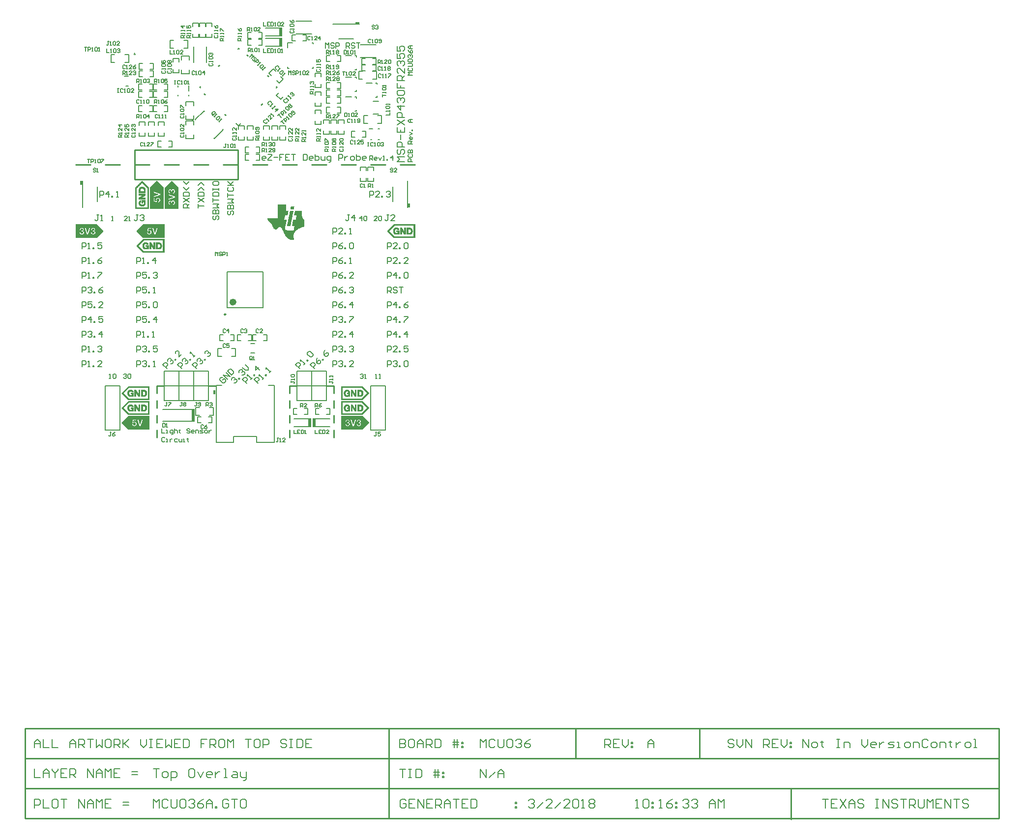
<source format=gto>
G04 Layer_Color=65535*
%FSAX25Y25*%
%MOIN*%
G70*
G01*
G75*
%ADD48C,0.01000*%
%ADD49C,0.00800*%
%ADD67C,0.00700*%
%ADD68C,0.00984*%
%ADD69C,0.02362*%
%ADD70C,0.00787*%
%ADD71C,0.00050*%
%ADD72C,0.00394*%
%ADD73C,0.00500*%
%ADD74R,0.01378X0.02756*%
%ADD75R,0.01378X0.02559*%
%ADD76R,0.01968X0.06299*%
%ADD77R,0.02165X0.08661*%
%ADD78R,0.02559X0.01378*%
G36*
X0222550Y0455050D02*
Y0454950D01*
Y0454850D01*
Y0454750D01*
X0222450D01*
Y0454650D01*
Y0454550D01*
Y0454450D01*
Y0454350D01*
Y0454250D01*
X0222350D01*
Y0454150D01*
Y0454050D01*
Y0453950D01*
Y0453850D01*
Y0453750D01*
X0222250D01*
Y0453650D01*
Y0453550D01*
Y0453450D01*
Y0453350D01*
Y0453250D01*
X0222150D01*
Y0453150D01*
Y0453050D01*
Y0452950D01*
Y0452850D01*
X0219750D01*
Y0452950D01*
Y0453050D01*
X0219850D01*
Y0453150D01*
Y0453250D01*
Y0453350D01*
Y0453450D01*
Y0453550D01*
X0219950D01*
Y0453650D01*
Y0453750D01*
Y0453850D01*
Y0453950D01*
Y0454050D01*
X0220050D01*
Y0454150D01*
Y0454250D01*
Y0454350D01*
Y0454450D01*
Y0454550D01*
X0220150D01*
Y0454650D01*
Y0454750D01*
Y0454850D01*
Y0454950D01*
Y0455050D01*
X0220250D01*
Y0455150D01*
X0222550D01*
Y0455050D01*
D02*
G37*
G36*
X0176603Y0516997D02*
X0175896Y0516290D01*
X0174836Y0517350D01*
X0175543Y0518057D01*
X0176603Y0516997D01*
D02*
G37*
G36*
X0216950Y0451850D02*
X0218550D01*
Y0451750D01*
X0218450D01*
Y0451250D01*
X0218350D01*
Y0450750D01*
X0218250D01*
Y0450250D01*
X0218150D01*
Y0449750D01*
X0218050D01*
Y0449250D01*
X0217950D01*
Y0448850D01*
X0216250D01*
Y0448550D01*
X0216150D01*
Y0448050D01*
X0216050D01*
Y0447550D01*
X0215950D01*
Y0447050D01*
X0215850D01*
Y0446550D01*
X0215750D01*
Y0446050D01*
X0217350D01*
Y0445650D01*
X0217250D01*
Y0445150D01*
X0217150D01*
Y0444650D01*
X0217050D01*
Y0444150D01*
X0216950D01*
Y0443650D01*
X0216850D01*
Y0443150D01*
X0216750D01*
Y0442650D01*
X0216650D01*
Y0442150D01*
X0216550D01*
Y0441650D01*
X0216450D01*
Y0441150D01*
X0216350D01*
Y0440650D01*
X0216250D01*
Y0439850D01*
X0216350D01*
Y0439550D01*
X0216450D01*
Y0439350D01*
X0216550D01*
Y0439250D01*
X0216650D01*
Y0439150D01*
X0216750D01*
Y0439050D01*
X0216950D01*
Y0438950D01*
X0217150D01*
Y0438850D01*
X0217550D01*
Y0438750D01*
X0218150D01*
Y0438650D01*
X0222050D01*
Y0438950D01*
X0222150D01*
Y0439450D01*
X0222250D01*
Y0439950D01*
X0222350D01*
Y0440450D01*
X0222450D01*
Y0440950D01*
X0222550D01*
Y0441450D01*
X0222650D01*
Y0441650D01*
X0221350D01*
Y0441750D01*
X0221150D01*
Y0441850D01*
X0221050D01*
Y0442750D01*
X0221150D01*
Y0443150D01*
X0221250D01*
Y0443650D01*
X0221350D01*
Y0444150D01*
X0221450D01*
Y0444650D01*
X0221550D01*
Y0445150D01*
X0221650D01*
Y0445650D01*
X0221750D01*
Y0446050D01*
X0223550D01*
Y0446550D01*
X0223650D01*
Y0447050D01*
X0223750D01*
Y0447550D01*
X0223850D01*
Y0448050D01*
X0223950D01*
Y0448550D01*
X0224050D01*
Y0448850D01*
X0222350D01*
Y0449150D01*
X0222450D01*
Y0449650D01*
X0222550D01*
Y0450150D01*
X0222650D01*
Y0450650D01*
X0222750D01*
Y0451150D01*
X0222850D01*
Y0451650D01*
X0222950D01*
Y0451850D01*
X0227750D01*
Y0448450D01*
X0227850D01*
Y0447950D01*
X0227950D01*
Y0447550D01*
X0228050D01*
Y0447350D01*
X0228150D01*
Y0447150D01*
X0228250D01*
Y0446950D01*
X0228350D01*
Y0446850D01*
X0228450D01*
Y0446650D01*
X0228550D01*
Y0446550D01*
X0228650D01*
Y0446450D01*
X0228750D01*
Y0446350D01*
X0228850D01*
Y0446250D01*
X0229050D01*
Y0446150D01*
X0229150D01*
Y0441250D01*
X0228950D01*
Y0441150D01*
X0228650D01*
Y0441050D01*
X0228250D01*
Y0440950D01*
X0227950D01*
Y0440850D01*
X0227650D01*
Y0440750D01*
X0227350D01*
Y0440650D01*
X0227150D01*
Y0440550D01*
X0226850D01*
Y0440450D01*
X0226650D01*
Y0440350D01*
X0226450D01*
Y0440250D01*
X0226250D01*
Y0440150D01*
X0226050D01*
Y0440050D01*
X0225850D01*
Y0439950D01*
X0225650D01*
Y0439850D01*
X0225450D01*
Y0439750D01*
X0225350D01*
Y0439650D01*
X0225150D01*
Y0439550D01*
X0224950D01*
Y0439450D01*
X0224850D01*
Y0439350D01*
X0224750D01*
Y0439250D01*
X0224550D01*
Y0439150D01*
X0224450D01*
Y0439050D01*
X0224350D01*
Y0438950D01*
X0224150D01*
Y0438850D01*
X0224050D01*
Y0438750D01*
X0223950D01*
Y0438650D01*
X0223850D01*
Y0438550D01*
X0223750D01*
Y0438450D01*
X0223650D01*
Y0438350D01*
X0223550D01*
Y0438250D01*
X0223450D01*
Y0438150D01*
X0223350D01*
Y0438050D01*
X0223250D01*
Y0437950D01*
X0223150D01*
Y0437850D01*
X0223050D01*
Y0437650D01*
X0222950D01*
Y0437550D01*
X0222850D01*
Y0437450D01*
X0222750D01*
Y0437250D01*
X0222650D01*
Y0437150D01*
X0222550D01*
Y0436950D01*
X0222450D01*
Y0436750D01*
X0222350D01*
Y0436550D01*
X0222250D01*
Y0436350D01*
X0222150D01*
Y0436050D01*
X0222050D01*
Y0435650D01*
X0221950D01*
Y0434150D01*
X0222050D01*
Y0433650D01*
X0222150D01*
Y0433250D01*
X0222250D01*
Y0432950D01*
X0222350D01*
Y0432750D01*
X0222450D01*
Y0432550D01*
X0222250D01*
Y0432450D01*
X0221950D01*
Y0432350D01*
X0221450D01*
Y0432250D01*
X0220350D01*
Y0432350D01*
X0219850D01*
Y0432450D01*
X0219550D01*
Y0432550D01*
X0219250D01*
Y0432650D01*
X0219050D01*
Y0432750D01*
X0218850D01*
Y0432850D01*
X0218750D01*
Y0432950D01*
X0218550D01*
Y0433050D01*
X0218450D01*
Y0433150D01*
X0218250D01*
Y0433250D01*
X0218150D01*
Y0433350D01*
X0218050D01*
Y0433450D01*
X0217850D01*
Y0433550D01*
X0217750D01*
Y0433650D01*
X0217650D01*
Y0433750D01*
X0217550D01*
Y0433850D01*
X0217450D01*
Y0433950D01*
X0217350D01*
Y0434050D01*
X0217250D01*
Y0434150D01*
X0217150D01*
Y0434350D01*
X0217050D01*
Y0434450D01*
X0216950D01*
Y0434550D01*
X0216850D01*
Y0434650D01*
X0216750D01*
Y0434850D01*
X0216650D01*
Y0434950D01*
X0216550D01*
Y0435150D01*
X0216450D01*
Y0435350D01*
X0216350D01*
Y0435450D01*
X0216250D01*
Y0435650D01*
X0216150D01*
Y0435850D01*
X0216050D01*
Y0436050D01*
X0215950D01*
Y0436250D01*
X0215850D01*
Y0436450D01*
X0215750D01*
Y0436650D01*
X0215650D01*
Y0436850D01*
X0215550D01*
Y0437050D01*
X0215450D01*
Y0437250D01*
X0215350D01*
Y0437450D01*
X0215250D01*
Y0437750D01*
X0215150D01*
Y0437950D01*
X0215050D01*
Y0438150D01*
X0214950D01*
Y0438350D01*
X0214850D01*
Y0438550D01*
X0214750D01*
Y0438750D01*
X0214650D01*
Y0438950D01*
X0214550D01*
Y0439150D01*
X0214450D01*
Y0439350D01*
X0214350D01*
Y0439550D01*
X0214250D01*
Y0439750D01*
X0214150D01*
Y0439850D01*
X0214050D01*
Y0440050D01*
X0213950D01*
Y0440150D01*
X0213850D01*
Y0440250D01*
X0213750D01*
Y0440350D01*
X0213650D01*
Y0440450D01*
X0213550D01*
Y0440550D01*
X0213450D01*
Y0440650D01*
X0213350D01*
Y0440750D01*
X0213150D01*
Y0440850D01*
X0212750D01*
Y0440950D01*
X0212550D01*
Y0440850D01*
X0212050D01*
Y0440750D01*
X0211850D01*
Y0440650D01*
X0211650D01*
Y0440550D01*
X0211550D01*
Y0440450D01*
X0211450D01*
Y0440350D01*
X0211350D01*
Y0440250D01*
X0211250D01*
Y0440150D01*
X0211150D01*
Y0440050D01*
X0211050D01*
Y0439950D01*
X0210950D01*
Y0439850D01*
X0210850D01*
Y0439750D01*
X0210750D01*
Y0439650D01*
X0210650D01*
Y0439550D01*
X0210550D01*
Y0439450D01*
X0210350D01*
Y0439350D01*
X0209550D01*
Y0439450D01*
X0209250D01*
Y0439550D01*
X0209050D01*
Y0439650D01*
X0208950D01*
Y0439750D01*
X0208850D01*
Y0439850D01*
X0208650D01*
Y0440050D01*
X0208550D01*
Y0440150D01*
X0208450D01*
Y0440250D01*
X0208350D01*
Y0440450D01*
X0208250D01*
Y0440650D01*
X0208150D01*
Y0440850D01*
X0208050D01*
Y0441050D01*
X0207950D01*
Y0441250D01*
X0207850D01*
Y0441450D01*
X0207750D01*
Y0441750D01*
X0207650D01*
Y0441950D01*
X0207550D01*
Y0442250D01*
X0207450D01*
Y0442450D01*
X0207350D01*
Y0442750D01*
X0207250D01*
Y0442850D01*
X0207150D01*
Y0443050D01*
X0207050D01*
Y0443150D01*
X0206950D01*
Y0443350D01*
X0206850D01*
Y0443450D01*
X0206750D01*
Y0443550D01*
X0206650D01*
Y0443650D01*
X0206550D01*
Y0443750D01*
X0206450D01*
Y0443850D01*
X0206350D01*
Y0443950D01*
X0206250D01*
Y0444050D01*
X0206150D01*
Y0444150D01*
X0206050D01*
Y0444250D01*
X0205950D01*
Y0444350D01*
X0205750D01*
Y0444450D01*
X0205650D01*
Y0444550D01*
X0205550D01*
Y0444650D01*
X0205450D01*
Y0444750D01*
X0205350D01*
Y0444850D01*
X0205250D01*
Y0444950D01*
X0205150D01*
Y0445050D01*
X0205050D01*
Y0445150D01*
X0204950D01*
Y0445350D01*
X0204850D01*
Y0445450D01*
X0204750D01*
Y0445650D01*
X0204650D01*
Y0445850D01*
X0204550D01*
Y0446050D01*
X0204450D01*
Y0446250D01*
X0204350D01*
Y0446650D01*
X0204250D01*
Y0447150D01*
X0211150D01*
Y0456450D01*
X0216950D01*
Y0451850D01*
D02*
G37*
G36*
X0221950Y0451750D02*
Y0451650D01*
X0221850D01*
Y0451550D01*
Y0451450D01*
Y0451350D01*
Y0451250D01*
Y0451150D01*
X0221750D01*
Y0451050D01*
Y0450950D01*
Y0450850D01*
Y0450750D01*
Y0450650D01*
X0221650D01*
Y0450550D01*
Y0450450D01*
Y0450350D01*
Y0450250D01*
Y0450150D01*
X0221550D01*
Y0450050D01*
Y0449950D01*
Y0449850D01*
Y0449750D01*
Y0449650D01*
X0221450D01*
Y0449550D01*
Y0449450D01*
Y0449350D01*
Y0449250D01*
Y0449150D01*
X0221350D01*
Y0449050D01*
Y0448950D01*
Y0448850D01*
Y0448750D01*
Y0448650D01*
X0221250D01*
Y0448550D01*
Y0448450D01*
Y0448350D01*
Y0448250D01*
Y0448150D01*
X0221150D01*
Y0448050D01*
Y0447950D01*
Y0447850D01*
Y0447750D01*
Y0447650D01*
X0221050D01*
Y0447550D01*
Y0447450D01*
Y0447350D01*
Y0447250D01*
Y0447150D01*
X0220950D01*
Y0447050D01*
Y0446950D01*
Y0446850D01*
Y0446750D01*
Y0446650D01*
X0220850D01*
Y0446550D01*
Y0446450D01*
Y0446350D01*
Y0446250D01*
Y0446150D01*
X0220750D01*
Y0446050D01*
Y0445950D01*
Y0445850D01*
Y0445750D01*
Y0445650D01*
X0220650D01*
Y0445550D01*
Y0445450D01*
Y0445350D01*
Y0445250D01*
Y0445150D01*
X0220550D01*
Y0445050D01*
Y0444950D01*
Y0444850D01*
Y0444750D01*
Y0444650D01*
X0220450D01*
Y0444550D01*
Y0444450D01*
Y0444350D01*
Y0444250D01*
Y0444150D01*
X0220350D01*
Y0444050D01*
Y0443950D01*
Y0443850D01*
Y0443750D01*
Y0443650D01*
X0220250D01*
Y0443550D01*
Y0443450D01*
Y0443350D01*
Y0443250D01*
Y0443150D01*
X0220150D01*
Y0443050D01*
Y0442950D01*
Y0442850D01*
Y0442750D01*
Y0442650D01*
X0220050D01*
Y0442550D01*
Y0442450D01*
Y0442350D01*
Y0442250D01*
Y0442150D01*
X0219950D01*
Y0442050D01*
Y0441950D01*
Y0441850D01*
Y0441750D01*
Y0441650D01*
X0217550D01*
Y0441750D01*
Y0441850D01*
Y0441950D01*
X0217650D01*
Y0442050D01*
Y0442150D01*
Y0442250D01*
Y0442350D01*
Y0442450D01*
X0217750D01*
Y0442550D01*
Y0442650D01*
Y0442750D01*
Y0442850D01*
Y0442950D01*
X0217850D01*
Y0443050D01*
Y0443150D01*
Y0443250D01*
Y0443350D01*
Y0443450D01*
X0217950D01*
Y0443550D01*
Y0443650D01*
Y0443750D01*
Y0443850D01*
Y0443950D01*
X0218050D01*
Y0444050D01*
Y0444150D01*
Y0444250D01*
Y0444350D01*
Y0444450D01*
X0218150D01*
Y0444550D01*
Y0444650D01*
Y0444750D01*
Y0444850D01*
Y0444950D01*
X0218250D01*
Y0445050D01*
Y0445150D01*
Y0445250D01*
Y0445350D01*
Y0445450D01*
X0218350D01*
Y0445550D01*
Y0445650D01*
Y0445750D01*
Y0445850D01*
Y0445950D01*
X0218450D01*
Y0446050D01*
Y0446150D01*
Y0446250D01*
Y0446350D01*
Y0446450D01*
X0218550D01*
Y0446550D01*
Y0446650D01*
Y0446750D01*
Y0446850D01*
Y0446950D01*
X0218650D01*
Y0447050D01*
Y0447150D01*
Y0447250D01*
Y0447350D01*
Y0447450D01*
X0218750D01*
Y0447550D01*
Y0447650D01*
Y0447750D01*
Y0447850D01*
Y0447950D01*
X0218850D01*
Y0448050D01*
Y0448150D01*
Y0448250D01*
Y0448350D01*
Y0448450D01*
X0218950D01*
Y0448550D01*
Y0448650D01*
Y0448750D01*
Y0448850D01*
Y0448950D01*
X0219050D01*
Y0449050D01*
Y0449150D01*
Y0449250D01*
Y0449350D01*
Y0449450D01*
X0219150D01*
Y0449550D01*
Y0449650D01*
Y0449750D01*
Y0449850D01*
Y0449950D01*
X0219250D01*
Y0450050D01*
Y0450150D01*
Y0450250D01*
Y0450350D01*
Y0450450D01*
X0219350D01*
Y0450550D01*
Y0450650D01*
Y0450750D01*
Y0450850D01*
Y0450950D01*
X0219450D01*
Y0451050D01*
Y0451150D01*
Y0451250D01*
Y0451350D01*
Y0451450D01*
X0219550D01*
Y0451550D01*
Y0451650D01*
Y0451750D01*
Y0451850D01*
X0221950D01*
Y0451750D01*
D02*
G37*
G36*
X0201525Y0524311D02*
X0200465Y0523251D01*
X0199758Y0523958D01*
X0200818Y0525018D01*
X0201525Y0524311D01*
D02*
G37*
G36*
X0172426Y0550626D02*
X0171366Y0549566D01*
X0170659Y0550273D01*
X0171719Y0551333D01*
X0172426Y0550626D01*
D02*
G37*
G36*
X0191780Y0557234D02*
X0191073Y0556527D01*
X0190012Y0557588D01*
X0190719Y0558295D01*
X0191780Y0557234D01*
D02*
G37*
G36*
X0162680Y0530920D02*
X0161973Y0530213D01*
X0160913Y0531273D01*
X0161620Y0531980D01*
X0162680Y0530920D01*
D02*
G37*
G36*
X0205703Y0543311D02*
X0204995Y0542604D01*
X0203935Y0543665D01*
X0204642Y0544372D01*
X0205703Y0543311D01*
D02*
G37*
G54D48*
X0249200Y0298400D02*
Y0303400D01*
Y0308400D02*
Y0313400D01*
Y0318400D02*
Y0323400D01*
Y0328400D02*
Y0333400D01*
X0244200D02*
X0249200D01*
X0219200Y0298400D02*
Y0303400D01*
Y0308400D02*
Y0313400D01*
Y0318400D02*
Y0323400D01*
Y0328400D02*
Y0333400D01*
X0224200D01*
X0164200D02*
X0169200D01*
X0129200Y0298400D02*
Y0303400D01*
Y0308400D02*
Y0313400D01*
Y0318400D02*
Y0323400D01*
Y0328400D02*
Y0333400D01*
X0134200D01*
X0074200Y0483400D02*
X0084200D01*
X0294200D02*
X0304200D01*
X0274200D02*
X0284200D01*
X0254200D02*
X0264200D01*
X0174200D02*
X0184200D01*
X0194200D02*
X0204200D01*
X0214200D02*
X0224200D01*
X0234200D02*
X0244200D01*
X0154200D02*
X0164200D01*
X0134200D02*
X0144200D01*
X0114200D02*
X0124200D01*
X0094200D02*
X0104200D01*
X0114200Y0473400D02*
Y0493400D01*
Y0473400D02*
X0184200D01*
Y0493400D01*
X0114200D02*
X0184200D01*
X0559400Y0039400D02*
Y0059683D01*
X0440500Y0040050D02*
X0700200D01*
Y0101050D01*
X0286500Y0040050D02*
Y0101050D01*
X0040000Y0040050D02*
Y0101050D01*
X0040050Y0040050D02*
X0197600D01*
X0040050D02*
Y0101050D01*
Y0101050D02*
X0700200D01*
X0040000Y0040050D02*
X0440500D01*
X0040000Y0060383D02*
X0700000D01*
X0040000Y0080717D02*
X0700200D01*
X0413200D02*
Y0101050D01*
X0497200Y0080717D02*
Y0101050D01*
G54D49*
X0126900Y0073549D02*
X0130899D01*
X0128899D01*
Y0067551D01*
X0133898D02*
X0135897D01*
X0136897Y0068550D01*
Y0070550D01*
X0135897Y0071549D01*
X0133898D01*
X0132898Y0070550D01*
Y0068550D01*
X0133898Y0067551D01*
X0138896Y0065551D02*
Y0071549D01*
X0141895D01*
X0142895Y0070550D01*
Y0068550D01*
X0141895Y0067551D01*
X0138896D01*
X0153891Y0073549D02*
X0151892D01*
X0150892Y0072549D01*
Y0068550D01*
X0151892Y0067551D01*
X0153891D01*
X0154891Y0068550D01*
Y0072549D01*
X0153891Y0073549D01*
X0156890Y0071549D02*
X0158890Y0067551D01*
X0160889Y0071549D01*
X0165887Y0067551D02*
X0163888D01*
X0162888Y0068550D01*
Y0070550D01*
X0163888Y0071549D01*
X0165887D01*
X0166887Y0070550D01*
Y0069550D01*
X0162888D01*
X0168886Y0071549D02*
Y0067551D01*
Y0069550D01*
X0169886Y0070550D01*
X0170886Y0071549D01*
X0171885D01*
X0174884Y0067551D02*
X0176884D01*
X0175884D01*
Y0073549D01*
X0174884D01*
X0180883Y0071549D02*
X0182882D01*
X0183882Y0070550D01*
Y0067551D01*
X0180883D01*
X0179883Y0068550D01*
X0180883Y0069550D01*
X0183882D01*
X0185881Y0071549D02*
Y0068550D01*
X0186881Y0067551D01*
X0189880D01*
Y0066551D01*
X0188880Y0065551D01*
X0187880D01*
X0189880Y0067551D02*
Y0071549D01*
X0090700Y0461400D02*
Y0465399D01*
X0092699D01*
X0093366Y0464732D01*
Y0463399D01*
X0092699Y0462733D01*
X0090700D01*
X0096698Y0461400D02*
Y0465399D01*
X0094699Y0463399D01*
X0097364D01*
X0098697Y0461400D02*
Y0462066D01*
X0099364D01*
Y0461400D01*
X0098697D01*
X0102030D02*
X0103363D01*
X0102696D01*
Y0465399D01*
X0102030Y0464732D01*
X0273700Y0461400D02*
Y0465398D01*
X0275699D01*
X0276366Y0464732D01*
Y0463399D01*
X0275699Y0462733D01*
X0273700D01*
X0280364Y0461400D02*
X0277699D01*
X0280364Y0464066D01*
Y0464732D01*
X0279698Y0465398D01*
X0278365D01*
X0277699Y0464732D01*
X0281697Y0461400D02*
Y0462066D01*
X0282364D01*
Y0461400D01*
X0281697D01*
X0285030Y0464732D02*
X0285696Y0465398D01*
X0287029D01*
X0287695Y0464732D01*
Y0464066D01*
X0287029Y0463399D01*
X0286362D01*
X0287029D01*
X0287695Y0462733D01*
Y0462066D01*
X0287029Y0461400D01*
X0285696D01*
X0285030Y0462066D01*
X0198011Y0334900D02*
X0195184Y0337727D01*
X0196597Y0339141D01*
X0197540D01*
X0198482Y0338199D01*
Y0337256D01*
X0197069Y0335842D01*
X0200838Y0337727D02*
X0201781Y0338670D01*
X0201310Y0338199D01*
X0198482Y0341026D01*
Y0340084D01*
X0203195D02*
X0202724Y0340555D01*
X0203195Y0341026D01*
X0203666Y0340555D01*
X0203195Y0340084D01*
X0205551Y0342440D02*
X0206494Y0343383D01*
X0206022Y0342911D01*
X0203195Y0345739D01*
Y0344796D01*
X0190137Y0334900D02*
X0187310Y0337727D01*
X0188723Y0339141D01*
X0189666D01*
X0190608Y0338199D01*
Y0337256D01*
X0189195Y0335842D01*
X0192964Y0337727D02*
X0193907Y0338670D01*
X0193436Y0338199D01*
X0190608Y0341026D01*
Y0340084D01*
X0195321D02*
X0194850Y0340555D01*
X0195321Y0341026D01*
X0195792Y0340555D01*
X0195321Y0340084D01*
X0199091Y0343854D02*
X0196263Y0346681D01*
X0196263Y0343854D01*
X0198148Y0345739D01*
X0179907Y0337256D02*
Y0338199D01*
X0180849Y0339141D01*
X0181792D01*
X0182263Y0338670D01*
Y0337727D01*
X0181792Y0337256D01*
X0182263Y0337727D01*
X0183205D01*
X0183677Y0337256D01*
Y0336314D01*
X0182734Y0335371D01*
X0181792D01*
X0185090Y0337727D02*
X0184619Y0338199D01*
X0185090Y0338670D01*
X0185562Y0338199D01*
X0185090Y0337727D01*
Y0342440D02*
Y0343383D01*
X0186033Y0344325D01*
X0186976D01*
X0187447Y0343854D01*
Y0342911D01*
X0186976Y0342440D01*
X0187447Y0342911D01*
X0188389D01*
X0188860Y0342440D01*
Y0341497D01*
X0187918Y0340555D01*
X0186976D01*
X0187447Y0345739D02*
X0189332Y0343854D01*
X0191217D01*
Y0345739D01*
X0189332Y0347624D01*
X0173918Y0339141D02*
X0172975D01*
X0172033Y0338199D01*
Y0337256D01*
X0173918Y0335371D01*
X0174860D01*
X0175803Y0336314D01*
Y0337256D01*
X0174860Y0338199D01*
X0173918Y0337256D01*
X0177216Y0337727D02*
X0174389Y0340555D01*
X0179102Y0339613D01*
X0176274Y0342440D01*
X0177216Y0343383D02*
X0180044Y0340555D01*
X0181458Y0341969D01*
Y0342911D01*
X0179573Y0344796D01*
X0178630D01*
X0177216Y0343383D01*
X0248700Y0356400D02*
Y0360398D01*
X0250699D01*
X0251366Y0359732D01*
Y0358399D01*
X0250699Y0357733D01*
X0248700D01*
X0252699Y0359732D02*
X0253365Y0360398D01*
X0254698D01*
X0255364Y0359732D01*
Y0359066D01*
X0254698Y0358399D01*
X0254031D01*
X0254698D01*
X0255364Y0357733D01*
Y0357066D01*
X0254698Y0356400D01*
X0253365D01*
X0252699Y0357066D01*
X0256697Y0356400D02*
Y0357066D01*
X0257364D01*
Y0356400D01*
X0256697D01*
X0260030Y0359732D02*
X0260696Y0360398D01*
X0262029D01*
X0262695Y0359732D01*
Y0359066D01*
X0262029Y0358399D01*
X0261362D01*
X0262029D01*
X0262695Y0357733D01*
Y0357066D01*
X0262029Y0356400D01*
X0260696D01*
X0260030Y0357066D01*
X0156200Y0344900D02*
X0153373Y0347727D01*
X0154786Y0349141D01*
X0155729D01*
X0156671Y0348199D01*
Y0347256D01*
X0155257Y0345843D01*
X0156671Y0350084D02*
Y0351026D01*
X0157614Y0351969D01*
X0158556D01*
X0159028Y0351498D01*
Y0350555D01*
X0158556Y0350084D01*
X0159028Y0350555D01*
X0159970D01*
X0160441Y0350084D01*
Y0349141D01*
X0159499Y0348199D01*
X0158556D01*
X0161855Y0350555D02*
X0161384Y0351026D01*
X0161855Y0351498D01*
X0162326Y0351026D01*
X0161855Y0350555D01*
Y0355268D02*
Y0356210D01*
X0162797Y0357153D01*
X0163740D01*
X0164211Y0356681D01*
Y0355739D01*
X0163740Y0355268D01*
X0164211Y0355739D01*
X0165154D01*
X0165625Y0355268D01*
Y0354325D01*
X0164682Y0353382D01*
X0163740D01*
X0136200Y0344900D02*
X0133372Y0347727D01*
X0134786Y0349141D01*
X0135729D01*
X0136671Y0348199D01*
Y0347256D01*
X0135257Y0345843D01*
X0136671Y0350084D02*
Y0351026D01*
X0137614Y0351969D01*
X0138556D01*
X0139028Y0351498D01*
Y0350555D01*
X0138556Y0350084D01*
X0139028Y0350555D01*
X0139970D01*
X0140441Y0350084D01*
Y0349141D01*
X0139499Y0348199D01*
X0138556D01*
X0141855Y0350555D02*
X0141384Y0351026D01*
X0141855Y0351498D01*
X0142326Y0351026D01*
X0141855Y0350555D01*
X0146096Y0354796D02*
X0144211Y0352911D01*
Y0356681D01*
X0143740Y0357153D01*
X0142798D01*
X0141855Y0356210D01*
Y0355268D01*
X0236200Y0344900D02*
X0233372Y0347727D01*
X0234786Y0349141D01*
X0235729D01*
X0236671Y0348199D01*
Y0347256D01*
X0235258Y0345843D01*
X0238085Y0352440D02*
X0237614Y0351026D01*
X0237614Y0349141D01*
X0238556Y0348199D01*
X0239499D01*
X0240441Y0349141D01*
Y0350084D01*
X0239970Y0350555D01*
X0239028D01*
X0237614Y0349141D01*
X0241855Y0350555D02*
X0241384Y0351026D01*
X0241855Y0351498D01*
X0242326Y0351026D01*
X0241855Y0350555D01*
X0243269Y0357624D02*
X0242797Y0356210D01*
X0242797Y0354325D01*
X0243740Y0353382D01*
X0244683D01*
X0245625Y0354325D01*
Y0355268D01*
X0245154Y0355739D01*
X0244211D01*
X0242797Y0354325D01*
X0226200Y0344900D02*
X0223373Y0347727D01*
X0224786Y0349141D01*
X0225729D01*
X0226671Y0348199D01*
Y0347256D01*
X0225257Y0345843D01*
X0229028Y0347727D02*
X0229970Y0348670D01*
X0229499Y0348199D01*
X0226671Y0351026D01*
Y0350084D01*
X0231384D02*
X0230912Y0350555D01*
X0231384Y0351026D01*
X0231855Y0350555D01*
X0231384Y0350084D01*
Y0354796D02*
Y0355739D01*
X0232326Y0356681D01*
X0233269D01*
X0235154Y0354796D01*
Y0353854D01*
X0234211Y0352911D01*
X0233269D01*
X0231384Y0354796D01*
X0248700Y0376400D02*
Y0380398D01*
X0250699D01*
X0251366Y0379732D01*
Y0378399D01*
X0250699Y0377733D01*
X0248700D01*
X0252699Y0379732D02*
X0253365Y0380398D01*
X0254698D01*
X0255364Y0379732D01*
Y0379065D01*
X0254698Y0378399D01*
X0254031D01*
X0254698D01*
X0255364Y0377733D01*
Y0377066D01*
X0254698Y0376400D01*
X0253365D01*
X0252699Y0377066D01*
X0256697Y0376400D02*
Y0377066D01*
X0257364D01*
Y0376400D01*
X0256697D01*
X0260030Y0380398D02*
X0262695D01*
Y0379732D01*
X0260030Y0377066D01*
Y0376400D01*
X0248700Y0346400D02*
Y0350398D01*
X0250699D01*
X0251366Y0349732D01*
Y0348399D01*
X0250699Y0347733D01*
X0248700D01*
X0252699Y0349732D02*
X0253365Y0350398D01*
X0254698D01*
X0255364Y0349732D01*
Y0349065D01*
X0254698Y0348399D01*
X0254031D01*
X0254698D01*
X0255364Y0347733D01*
Y0347066D01*
X0254698Y0346400D01*
X0253365D01*
X0252699Y0347066D01*
X0256697Y0346400D02*
Y0347066D01*
X0257364D01*
Y0346400D01*
X0256697D01*
X0262695D02*
X0260030D01*
X0262695Y0349065D01*
Y0349732D01*
X0262029Y0350398D01*
X0260696D01*
X0260030Y0349732D01*
X0248700Y0366400D02*
Y0370398D01*
X0250699D01*
X0251366Y0369732D01*
Y0368399D01*
X0250699Y0367733D01*
X0248700D01*
X0255364Y0366400D02*
X0252699D01*
X0255364Y0369065D01*
Y0369732D01*
X0254698Y0370398D01*
X0253365D01*
X0252699Y0369732D01*
X0256697Y0366400D02*
Y0367066D01*
X0257364D01*
Y0366400D01*
X0256697D01*
X0262029D02*
Y0370398D01*
X0260030Y0368399D01*
X0262695D01*
X0285700Y0346400D02*
Y0350399D01*
X0287699D01*
X0288366Y0349732D01*
Y0348399D01*
X0287699Y0347733D01*
X0285700D01*
X0289699Y0349732D02*
X0290365Y0350399D01*
X0291698D01*
X0292365Y0349732D01*
Y0349066D01*
X0291698Y0348399D01*
X0291032D01*
X0291698D01*
X0292365Y0347733D01*
Y0347066D01*
X0291698Y0346400D01*
X0290365D01*
X0289699Y0347066D01*
X0293697Y0346400D02*
Y0347066D01*
X0294364D01*
Y0346400D01*
X0293697D01*
X0297030Y0349732D02*
X0297696Y0350399D01*
X0299029D01*
X0299695Y0349732D01*
Y0347066D01*
X0299029Y0346400D01*
X0297696D01*
X0297030Y0347066D01*
Y0349732D01*
X0285700Y0356400D02*
Y0360399D01*
X0287699D01*
X0288366Y0359732D01*
Y0358399D01*
X0287699Y0357733D01*
X0285700D01*
X0292365Y0356400D02*
X0289699D01*
X0292365Y0359066D01*
Y0359732D01*
X0291698Y0360399D01*
X0290365D01*
X0289699Y0359732D01*
X0293697Y0356400D02*
Y0357066D01*
X0294364D01*
Y0356400D01*
X0293697D01*
X0299695Y0360399D02*
X0297030D01*
Y0358399D01*
X0298363Y0359066D01*
X0299029D01*
X0299695Y0358399D01*
Y0357066D01*
X0299029Y0356400D01*
X0297696D01*
X0297030Y0357066D01*
X0285700Y0366400D02*
Y0370399D01*
X0287699D01*
X0288366Y0369732D01*
Y0368399D01*
X0287699Y0367733D01*
X0285700D01*
X0291698Y0366400D02*
Y0370399D01*
X0289699Y0368399D01*
X0292365D01*
X0293697Y0366400D02*
Y0367066D01*
X0294364D01*
Y0366400D01*
X0293697D01*
X0299029D02*
Y0370399D01*
X0297030Y0368399D01*
X0299695D01*
X0078700Y0396400D02*
Y0400398D01*
X0080699D01*
X0081366Y0399732D01*
Y0398399D01*
X0080699Y0397733D01*
X0078700D01*
X0082699Y0399732D02*
X0083365Y0400398D01*
X0084698D01*
X0085364Y0399732D01*
Y0399065D01*
X0084698Y0398399D01*
X0084031D01*
X0084698D01*
X0085364Y0397733D01*
Y0397066D01*
X0084698Y0396400D01*
X0083365D01*
X0082699Y0397066D01*
X0086697Y0396400D02*
Y0397066D01*
X0087364D01*
Y0396400D01*
X0086697D01*
X0092695Y0400398D02*
X0091362Y0399732D01*
X0090030Y0398399D01*
Y0397066D01*
X0090696Y0396400D01*
X0092029D01*
X0092695Y0397066D01*
Y0397733D01*
X0092029Y0398399D01*
X0090030D01*
X0115700Y0376400D02*
Y0380399D01*
X0117699D01*
X0118366Y0379732D01*
Y0378399D01*
X0117699Y0377733D01*
X0115700D01*
X0122364Y0380399D02*
X0119699D01*
Y0378399D01*
X0121032Y0379066D01*
X0121698D01*
X0122364Y0378399D01*
Y0377066D01*
X0121698Y0376400D01*
X0120365D01*
X0119699Y0377066D01*
X0123697Y0376400D02*
Y0377066D01*
X0124364D01*
Y0376400D01*
X0123697D01*
X0129029D02*
Y0380399D01*
X0127030Y0378399D01*
X0129695D01*
X0078700Y0366400D02*
Y0370398D01*
X0080699D01*
X0081366Y0369732D01*
Y0368399D01*
X0080699Y0367733D01*
X0078700D01*
X0082699Y0369732D02*
X0083365Y0370398D01*
X0084698D01*
X0085364Y0369732D01*
Y0369065D01*
X0084698Y0368399D01*
X0084031D01*
X0084698D01*
X0085364Y0367733D01*
Y0367066D01*
X0084698Y0366400D01*
X0083365D01*
X0082699Y0367066D01*
X0086697Y0366400D02*
Y0367066D01*
X0087364D01*
Y0366400D01*
X0086697D01*
X0092029D02*
Y0370398D01*
X0090030Y0368399D01*
X0092695D01*
X0285700Y0396400D02*
Y0400399D01*
X0287699D01*
X0288366Y0399732D01*
Y0398399D01*
X0287699Y0397733D01*
X0285700D01*
X0287033D02*
X0288366Y0396400D01*
X0292365Y0399732D02*
X0291698Y0400399D01*
X0290365D01*
X0289699Y0399732D01*
Y0399066D01*
X0290365Y0398399D01*
X0291698D01*
X0292365Y0397733D01*
Y0397066D01*
X0291698Y0396400D01*
X0290365D01*
X0289699Y0397066D01*
X0293697Y0400399D02*
X0296363D01*
X0295030D01*
Y0396400D01*
X0285700Y0376400D02*
Y0380399D01*
X0287699D01*
X0288366Y0379732D01*
Y0378399D01*
X0287699Y0377733D01*
X0285700D01*
X0291698Y0376400D02*
Y0380399D01*
X0289699Y0378399D01*
X0292365D01*
X0293697Y0376400D02*
Y0377066D01*
X0294364D01*
Y0376400D01*
X0293697D01*
X0297030Y0380399D02*
X0299695D01*
Y0379732D01*
X0297030Y0377066D01*
Y0376400D01*
X0285700Y0386400D02*
Y0390399D01*
X0287699D01*
X0288366Y0389732D01*
Y0388399D01*
X0287699Y0387733D01*
X0285700D01*
X0291698Y0386400D02*
Y0390399D01*
X0289699Y0388399D01*
X0292365D01*
X0293697Y0386400D02*
Y0387066D01*
X0294364D01*
Y0386400D01*
X0293697D01*
X0299695Y0390399D02*
X0298363Y0389732D01*
X0297030Y0388399D01*
Y0387066D01*
X0297696Y0386400D01*
X0299029D01*
X0299695Y0387066D01*
Y0387733D01*
X0299029Y0388399D01*
X0297030D01*
X0285700Y0406400D02*
Y0410399D01*
X0287699D01*
X0288366Y0409732D01*
Y0408399D01*
X0287699Y0407733D01*
X0285700D01*
X0291698Y0406400D02*
Y0410399D01*
X0289699Y0408399D01*
X0292365D01*
X0293697Y0406400D02*
Y0407066D01*
X0294364D01*
Y0406400D01*
X0293697D01*
X0297030Y0409732D02*
X0297696Y0410399D01*
X0299029D01*
X0299695Y0409732D01*
Y0407066D01*
X0299029Y0406400D01*
X0297696D01*
X0297030Y0407066D01*
Y0409732D01*
X0285700Y0416400D02*
Y0420399D01*
X0287699D01*
X0288366Y0419732D01*
Y0418399D01*
X0287699Y0417733D01*
X0285700D01*
X0292365Y0416400D02*
X0289699D01*
X0292365Y0419066D01*
Y0419732D01*
X0291698Y0420399D01*
X0290365D01*
X0289699Y0419732D01*
X0293697Y0416400D02*
Y0417066D01*
X0294364D01*
Y0416400D01*
X0293697D01*
X0299695D02*
X0297030D01*
X0299695Y0419066D01*
Y0419732D01*
X0299029Y0420399D01*
X0297696D01*
X0297030Y0419732D01*
X0285700Y0426400D02*
Y0430399D01*
X0287699D01*
X0288366Y0429732D01*
Y0428399D01*
X0287699Y0427733D01*
X0285700D01*
X0292365Y0426400D02*
X0289699D01*
X0292365Y0429066D01*
Y0429732D01*
X0291698Y0430399D01*
X0290365D01*
X0289699Y0429732D01*
X0293697Y0426400D02*
Y0427066D01*
X0294364D01*
Y0426400D01*
X0293697D01*
X0297030Y0429732D02*
X0297696Y0430399D01*
X0299029D01*
X0299695Y0429732D01*
Y0427066D01*
X0299029Y0426400D01*
X0297696D01*
X0297030Y0427066D01*
Y0429732D01*
X0115700Y0346400D02*
Y0350399D01*
X0117699D01*
X0118366Y0349732D01*
Y0348399D01*
X0117699Y0347733D01*
X0115700D01*
X0119699Y0349732D02*
X0120365Y0350399D01*
X0121698D01*
X0122364Y0349732D01*
Y0349066D01*
X0121698Y0348399D01*
X0121032D01*
X0121698D01*
X0122364Y0347733D01*
Y0347066D01*
X0121698Y0346400D01*
X0120365D01*
X0119699Y0347066D01*
X0123697Y0346400D02*
Y0347066D01*
X0124364D01*
Y0346400D01*
X0123697D01*
X0127030D02*
X0128363D01*
X0127696D01*
Y0350399D01*
X0127030Y0349732D01*
X0115700Y0356400D02*
Y0360399D01*
X0117699D01*
X0118366Y0359732D01*
Y0358399D01*
X0117699Y0357733D01*
X0115700D01*
X0119699Y0359732D02*
X0120365Y0360399D01*
X0121698D01*
X0122364Y0359732D01*
Y0359066D01*
X0121698Y0358399D01*
X0121032D01*
X0121698D01*
X0122364Y0357733D01*
Y0357066D01*
X0121698Y0356400D01*
X0120365D01*
X0119699Y0357066D01*
X0123697Y0356400D02*
Y0357066D01*
X0124364D01*
Y0356400D01*
X0123697D01*
X0129695Y0360399D02*
X0127030D01*
Y0358399D01*
X0128363Y0359066D01*
X0129029D01*
X0129695Y0358399D01*
Y0357066D01*
X0129029Y0356400D01*
X0127696D01*
X0127030Y0357066D01*
X0115700Y0366400D02*
Y0370399D01*
X0117699D01*
X0118366Y0369732D01*
Y0368399D01*
X0117699Y0367733D01*
X0115700D01*
X0119699Y0366400D02*
X0121032D01*
X0120365D01*
Y0370399D01*
X0119699Y0369732D01*
X0123031Y0366400D02*
Y0367066D01*
X0123697D01*
Y0366400D01*
X0123031D01*
X0126363D02*
X0127696D01*
X0127030D01*
Y0370399D01*
X0126363Y0369732D01*
X0115700Y0386400D02*
Y0390399D01*
X0117699D01*
X0118366Y0389732D01*
Y0388399D01*
X0117699Y0387733D01*
X0115700D01*
X0122364Y0390399D02*
X0119699D01*
Y0388399D01*
X0121032Y0389066D01*
X0121698D01*
X0122364Y0388399D01*
Y0387066D01*
X0121698Y0386400D01*
X0120365D01*
X0119699Y0387066D01*
X0123697Y0386400D02*
Y0387066D01*
X0124364D01*
Y0386400D01*
X0123697D01*
X0127030Y0389732D02*
X0127696Y0390399D01*
X0129029D01*
X0129695Y0389732D01*
Y0387066D01*
X0129029Y0386400D01*
X0127696D01*
X0127030Y0387066D01*
Y0389732D01*
X0115700Y0396400D02*
Y0400399D01*
X0117699D01*
X0118366Y0399732D01*
Y0398399D01*
X0117699Y0397733D01*
X0115700D01*
X0122364Y0400399D02*
X0119699D01*
Y0398399D01*
X0121032Y0399066D01*
X0121698D01*
X0122364Y0398399D01*
Y0397066D01*
X0121698Y0396400D01*
X0120365D01*
X0119699Y0397066D01*
X0123697Y0396400D02*
Y0397066D01*
X0124364D01*
Y0396400D01*
X0123697D01*
X0127030D02*
X0128363D01*
X0127696D01*
Y0400399D01*
X0127030Y0399732D01*
X0115700Y0406400D02*
Y0410399D01*
X0117699D01*
X0118366Y0409732D01*
Y0408399D01*
X0117699Y0407733D01*
X0115700D01*
X0122364Y0410399D02*
X0119699D01*
Y0408399D01*
X0121032Y0409066D01*
X0121698D01*
X0122364Y0408399D01*
Y0407066D01*
X0121698Y0406400D01*
X0120365D01*
X0119699Y0407066D01*
X0123697Y0406400D02*
Y0407066D01*
X0124364D01*
Y0406400D01*
X0123697D01*
X0127030Y0409732D02*
X0127696Y0410399D01*
X0129029D01*
X0129695Y0409732D01*
Y0409066D01*
X0129029Y0408399D01*
X0128363D01*
X0129029D01*
X0129695Y0407733D01*
Y0407066D01*
X0129029Y0406400D01*
X0127696D01*
X0127030Y0407066D01*
X0115700Y0416400D02*
Y0420399D01*
X0117699D01*
X0118366Y0419732D01*
Y0418399D01*
X0117699Y0417733D01*
X0115700D01*
X0119699Y0416400D02*
X0121032D01*
X0120365D01*
Y0420399D01*
X0119699Y0419732D01*
X0123031Y0416400D02*
Y0417066D01*
X0123697D01*
Y0416400D01*
X0123031D01*
X0128363D02*
Y0420399D01*
X0126363Y0418399D01*
X0129029D01*
X0248700Y0386400D02*
Y0390398D01*
X0250699D01*
X0251366Y0389732D01*
Y0388399D01*
X0250699Y0387733D01*
X0248700D01*
X0255364Y0390398D02*
X0254031Y0389732D01*
X0252699Y0388399D01*
Y0387066D01*
X0253365Y0386400D01*
X0254698D01*
X0255364Y0387066D01*
Y0387733D01*
X0254698Y0388399D01*
X0252699D01*
X0256697Y0386400D02*
Y0387066D01*
X0257364D01*
Y0386400D01*
X0256697D01*
X0262029D02*
Y0390398D01*
X0260030Y0388399D01*
X0262695D01*
X0248700Y0396400D02*
Y0400398D01*
X0250699D01*
X0251366Y0399732D01*
Y0398399D01*
X0250699Y0397733D01*
X0248700D01*
X0255364Y0400398D02*
X0254031Y0399732D01*
X0252699Y0398399D01*
Y0397066D01*
X0253365Y0396400D01*
X0254698D01*
X0255364Y0397066D01*
Y0397733D01*
X0254698Y0398399D01*
X0252699D01*
X0256697Y0396400D02*
Y0397066D01*
X0257364D01*
Y0396400D01*
X0256697D01*
X0260030Y0399732D02*
X0260696Y0400398D01*
X0262029D01*
X0262695Y0399732D01*
Y0399065D01*
X0262029Y0398399D01*
X0261362D01*
X0262029D01*
X0262695Y0397733D01*
Y0397066D01*
X0262029Y0396400D01*
X0260696D01*
X0260030Y0397066D01*
X0248700Y0406400D02*
Y0410398D01*
X0250699D01*
X0251366Y0409732D01*
Y0408399D01*
X0250699Y0407733D01*
X0248700D01*
X0255364Y0410398D02*
X0254031Y0409732D01*
X0252699Y0408399D01*
Y0407066D01*
X0253365Y0406400D01*
X0254698D01*
X0255364Y0407066D01*
Y0407733D01*
X0254698Y0408399D01*
X0252699D01*
X0256697Y0406400D02*
Y0407066D01*
X0257364D01*
Y0406400D01*
X0256697D01*
X0262695D02*
X0260030D01*
X0262695Y0409065D01*
Y0409732D01*
X0262029Y0410398D01*
X0260696D01*
X0260030Y0409732D01*
X0248700Y0416400D02*
Y0420398D01*
X0250699D01*
X0251366Y0419732D01*
Y0418399D01*
X0250699Y0417733D01*
X0248700D01*
X0255364Y0420398D02*
X0254031Y0419732D01*
X0252699Y0418399D01*
Y0417066D01*
X0253365Y0416400D01*
X0254698D01*
X0255364Y0417066D01*
Y0417733D01*
X0254698Y0418399D01*
X0252699D01*
X0256697Y0416400D02*
Y0417066D01*
X0257364D01*
Y0416400D01*
X0256697D01*
X0260030D02*
X0261362D01*
X0260696D01*
Y0420398D01*
X0260030Y0419732D01*
X0248700Y0426400D02*
Y0430398D01*
X0250699D01*
X0251366Y0429732D01*
Y0428399D01*
X0250699Y0427733D01*
X0248700D01*
X0255364Y0430398D02*
X0254031Y0429732D01*
X0252699Y0428399D01*
Y0427066D01*
X0253365Y0426400D01*
X0254698D01*
X0255364Y0427066D01*
Y0427733D01*
X0254698Y0428399D01*
X0252699D01*
X0256697Y0426400D02*
Y0427066D01*
X0257364D01*
Y0426400D01*
X0256697D01*
X0260030Y0429732D02*
X0260696Y0430398D01*
X0262029D01*
X0262695Y0429732D01*
Y0427066D01*
X0262029Y0426400D01*
X0260696D01*
X0260030Y0427066D01*
Y0429732D01*
X0248700Y0436400D02*
Y0440398D01*
X0250699D01*
X0251366Y0439732D01*
Y0438399D01*
X0250699Y0437733D01*
X0248700D01*
X0255364Y0436400D02*
X0252699D01*
X0255364Y0439066D01*
Y0439732D01*
X0254698Y0440398D01*
X0253365D01*
X0252699Y0439732D01*
X0256697Y0436400D02*
Y0437066D01*
X0257364D01*
Y0436400D01*
X0256697D01*
X0260030D02*
X0261362D01*
X0260696D01*
Y0440398D01*
X0260030Y0439732D01*
X0078700Y0346400D02*
Y0350398D01*
X0080699D01*
X0081366Y0349732D01*
Y0348399D01*
X0080699Y0347733D01*
X0078700D01*
X0082699Y0346400D02*
X0084031D01*
X0083365D01*
Y0350398D01*
X0082699Y0349732D01*
X0086031Y0346400D02*
Y0347066D01*
X0086697D01*
Y0346400D01*
X0086031D01*
X0092029D02*
X0089363D01*
X0092029Y0349065D01*
Y0349732D01*
X0091362Y0350398D01*
X0090030D01*
X0089363Y0349732D01*
X0078700Y0356400D02*
Y0360398D01*
X0080699D01*
X0081366Y0359732D01*
Y0358399D01*
X0080699Y0357733D01*
X0078700D01*
X0082699Y0356400D02*
X0084031D01*
X0083365D01*
Y0360398D01*
X0082699Y0359732D01*
X0086031Y0356400D02*
Y0357066D01*
X0086697D01*
Y0356400D01*
X0086031D01*
X0089363Y0359732D02*
X0090030Y0360398D01*
X0091362D01*
X0092029Y0359732D01*
Y0359066D01*
X0091362Y0358399D01*
X0090696D01*
X0091362D01*
X0092029Y0357733D01*
Y0357066D01*
X0091362Y0356400D01*
X0090030D01*
X0089363Y0357066D01*
X0078700Y0376400D02*
Y0380398D01*
X0080699D01*
X0081366Y0379732D01*
Y0378399D01*
X0080699Y0377733D01*
X0078700D01*
X0084698Y0376400D02*
Y0380398D01*
X0082699Y0378399D01*
X0085364D01*
X0086697Y0376400D02*
Y0377066D01*
X0087364D01*
Y0376400D01*
X0086697D01*
X0092695Y0380398D02*
X0090030D01*
Y0378399D01*
X0091362Y0379065D01*
X0092029D01*
X0092695Y0378399D01*
Y0377066D01*
X0092029Y0376400D01*
X0090696D01*
X0090030Y0377066D01*
X0078700Y0386400D02*
Y0390398D01*
X0080699D01*
X0081366Y0389732D01*
Y0388399D01*
X0080699Y0387733D01*
X0078700D01*
X0085364Y0390398D02*
X0082699D01*
Y0388399D01*
X0084031Y0389066D01*
X0084698D01*
X0085364Y0388399D01*
Y0387066D01*
X0084698Y0386400D01*
X0083365D01*
X0082699Y0387066D01*
X0086697Y0386400D02*
Y0387066D01*
X0087364D01*
Y0386400D01*
X0086697D01*
X0092695D02*
X0090030D01*
X0092695Y0389066D01*
Y0389732D01*
X0092029Y0390398D01*
X0090696D01*
X0090030Y0389732D01*
X0078700Y0406400D02*
Y0410398D01*
X0080699D01*
X0081366Y0409732D01*
Y0408399D01*
X0080699Y0407733D01*
X0078700D01*
X0082699Y0406400D02*
X0084031D01*
X0083365D01*
Y0410398D01*
X0082699Y0409732D01*
X0086031Y0406400D02*
Y0407066D01*
X0086697D01*
Y0406400D01*
X0086031D01*
X0089363Y0410398D02*
X0092029D01*
Y0409732D01*
X0089363Y0407066D01*
Y0406400D01*
X0078700Y0416400D02*
Y0420398D01*
X0080699D01*
X0081366Y0419732D01*
Y0418399D01*
X0080699Y0417733D01*
X0078700D01*
X0082699Y0416400D02*
X0084031D01*
X0083365D01*
Y0420398D01*
X0082699Y0419732D01*
X0086031Y0416400D02*
Y0417066D01*
X0086697D01*
Y0416400D01*
X0086031D01*
X0092029Y0420398D02*
X0090696Y0419732D01*
X0089363Y0418399D01*
Y0417066D01*
X0090030Y0416400D01*
X0091362D01*
X0092029Y0417066D01*
Y0417733D01*
X0091362Y0418399D01*
X0089363D01*
X0078700Y0426400D02*
Y0430398D01*
X0080699D01*
X0081366Y0429732D01*
Y0428399D01*
X0080699Y0427733D01*
X0078700D01*
X0082699Y0426400D02*
X0084031D01*
X0083365D01*
Y0430398D01*
X0082699Y0429732D01*
X0086031Y0426400D02*
Y0427066D01*
X0086697D01*
Y0426400D01*
X0086031D01*
X0092029Y0430398D02*
X0089363D01*
Y0428399D01*
X0090696Y0429066D01*
X0091362D01*
X0092029Y0428399D01*
Y0427066D01*
X0091362Y0426400D01*
X0090030D01*
X0089363Y0427066D01*
X0146200Y0344900D02*
X0143372Y0347727D01*
X0144786Y0349141D01*
X0145729D01*
X0146671Y0348199D01*
Y0347256D01*
X0145257Y0345843D01*
X0146671Y0350084D02*
Y0351026D01*
X0147614Y0351969D01*
X0148556D01*
X0149028Y0351498D01*
Y0350555D01*
X0148556Y0350084D01*
X0149028Y0350555D01*
X0149970D01*
X0150441Y0350084D01*
Y0349141D01*
X0149499Y0348199D01*
X0148556D01*
X0151855Y0350555D02*
X0151384Y0351026D01*
X0151855Y0351498D01*
X0152326Y0351026D01*
X0151855Y0350555D01*
X0154211Y0352911D02*
X0155154Y0353854D01*
X0154683Y0353382D01*
X0151855Y0356210D01*
Y0355268D01*
X0348550Y0067500D02*
Y0073498D01*
X0352549Y0067500D01*
Y0073498D01*
X0354548Y0067500D02*
X0358547Y0071499D01*
X0360546Y0067500D02*
Y0071499D01*
X0362545Y0073498D01*
X0364545Y0071499D01*
Y0067500D01*
Y0070499D01*
X0360546D01*
X0294000Y0073498D02*
X0297999D01*
X0295999D01*
Y0067500D01*
X0299998Y0073498D02*
X0301997D01*
X0300998D01*
Y0067500D01*
X0299998D01*
X0301997D01*
X0304996Y0073498D02*
Y0067500D01*
X0307996D01*
X0308995Y0068500D01*
Y0072498D01*
X0307996Y0073498D01*
X0304996D01*
X0317992Y0067500D02*
Y0073498D01*
X0319992D02*
Y0067500D01*
X0316993Y0071499D02*
X0319992D01*
X0320991D01*
X0316993Y0069499D02*
X0320991D01*
X0322991Y0071499D02*
X0323990D01*
Y0070499D01*
X0322991D01*
Y0071499D01*
Y0068500D02*
X0323990D01*
Y0067500D01*
X0322991D01*
Y0068500D01*
X0580500Y0052965D02*
X0584499D01*
X0582499D01*
Y0046966D01*
X0590497Y0052965D02*
X0586498D01*
Y0046966D01*
X0590497D01*
X0586498Y0049966D02*
X0588497D01*
X0592496Y0052965D02*
X0596495Y0046966D01*
Y0052965D02*
X0592496Y0046966D01*
X0598494D02*
Y0050965D01*
X0600493Y0052965D01*
X0602493Y0050965D01*
Y0046966D01*
Y0049966D01*
X0598494D01*
X0608491Y0051965D02*
X0607491Y0052965D01*
X0605492D01*
X0604492Y0051965D01*
Y0050965D01*
X0605492Y0049966D01*
X0607491D01*
X0608491Y0048966D01*
Y0047966D01*
X0607491Y0046966D01*
X0605492D01*
X0604492Y0047966D01*
X0616488Y0052965D02*
X0618488D01*
X0617488D01*
Y0046966D01*
X0616488D01*
X0618488D01*
X0621487D02*
Y0052965D01*
X0625486Y0046966D01*
Y0052965D01*
X0631484Y0051965D02*
X0630484Y0052965D01*
X0628484D01*
X0627485Y0051965D01*
Y0050965D01*
X0628484Y0049966D01*
X0630484D01*
X0631484Y0048966D01*
Y0047966D01*
X0630484Y0046966D01*
X0628484D01*
X0627485Y0047966D01*
X0633483Y0052965D02*
X0637482D01*
X0635482D01*
Y0046966D01*
X0639481D02*
Y0052965D01*
X0642480D01*
X0643480Y0051965D01*
Y0049966D01*
X0642480Y0048966D01*
X0639481D01*
X0641480D02*
X0643480Y0046966D01*
X0645479Y0052965D02*
Y0047966D01*
X0646479Y0046966D01*
X0648478D01*
X0649478Y0047966D01*
Y0052965D01*
X0651477Y0046966D02*
Y0052965D01*
X0653476Y0050965D01*
X0655476Y0052965D01*
Y0046966D01*
X0661474Y0052965D02*
X0657475D01*
Y0046966D01*
X0661474D01*
X0657475Y0049966D02*
X0659474D01*
X0663473Y0046966D02*
Y0052965D01*
X0667472Y0046966D01*
Y0052965D01*
X0669471D02*
X0673470D01*
X0671471D01*
Y0046966D01*
X0679468Y0051965D02*
X0678468Y0052965D01*
X0676469D01*
X0675469Y0051965D01*
Y0050965D01*
X0676469Y0049966D01*
X0678468D01*
X0679468Y0048966D01*
Y0047966D01*
X0678468Y0046966D01*
X0676469D01*
X0675469Y0047966D01*
X0454050Y0046966D02*
X0456049D01*
X0455050D01*
Y0052965D01*
X0454050Y0051965D01*
X0459048D02*
X0460048Y0052965D01*
X0462047D01*
X0463047Y0051965D01*
Y0047966D01*
X0462047Y0046966D01*
X0460048D01*
X0459048Y0047966D01*
Y0051965D01*
X0465046Y0050965D02*
X0466046D01*
Y0049966D01*
X0465046D01*
Y0050965D01*
Y0047966D02*
X0466046D01*
Y0046966D01*
X0465046D01*
Y0047966D01*
X0470045Y0046966D02*
X0472044D01*
X0471044D01*
Y0052965D01*
X0470045Y0051965D01*
X0479042Y0052965D02*
X0477043Y0051965D01*
X0475043Y0049966D01*
Y0047966D01*
X0476043Y0046966D01*
X0478042D01*
X0479042Y0047966D01*
Y0048966D01*
X0478042Y0049966D01*
X0475043D01*
X0481041Y0050965D02*
X0482041D01*
Y0049966D01*
X0481041D01*
Y0050965D01*
Y0047966D02*
X0482041D01*
Y0046966D01*
X0481041D01*
Y0047966D01*
X0486040Y0051965D02*
X0487039Y0052965D01*
X0489039D01*
X0490038Y0051965D01*
Y0050965D01*
X0489039Y0049966D01*
X0488039D01*
X0489039D01*
X0490038Y0048966D01*
Y0047966D01*
X0489039Y0046966D01*
X0487039D01*
X0486040Y0047966D01*
X0492038Y0051965D02*
X0493037Y0052965D01*
X0495037D01*
X0496036Y0051965D01*
Y0050965D01*
X0495037Y0049966D01*
X0494037D01*
X0495037D01*
X0496036Y0048966D01*
Y0047966D01*
X0495037Y0046966D01*
X0493037D01*
X0492038Y0047966D01*
X0504034Y0046966D02*
Y0050965D01*
X0506033Y0052965D01*
X0508033Y0050965D01*
Y0046966D01*
Y0049966D01*
X0504034D01*
X0510032Y0046966D02*
Y0052965D01*
X0512031Y0050965D01*
X0514031Y0052965D01*
Y0046966D01*
X0046350D02*
Y0052965D01*
X0049349D01*
X0050349Y0051965D01*
Y0049966D01*
X0049349Y0048966D01*
X0046350D01*
X0052348Y0052965D02*
Y0046966D01*
X0056347D01*
X0061345Y0052965D02*
X0059346D01*
X0058346Y0051965D01*
Y0047966D01*
X0059346Y0046966D01*
X0061345D01*
X0062345Y0047966D01*
Y0051965D01*
X0061345Y0052965D01*
X0064344D02*
X0068343D01*
X0066343D01*
Y0046966D01*
X0076340D02*
Y0052965D01*
X0080339Y0046966D01*
Y0052965D01*
X0082338Y0046966D02*
Y0050965D01*
X0084338Y0052965D01*
X0086337Y0050965D01*
Y0046966D01*
Y0049966D01*
X0082338D01*
X0088336Y0046966D02*
Y0052965D01*
X0090336Y0050965D01*
X0092335Y0052965D01*
Y0046966D01*
X0098333Y0052965D02*
X0094335D01*
Y0046966D01*
X0098333D01*
X0094335Y0049966D02*
X0096334D01*
X0106331Y0048966D02*
X0110329D01*
X0106331Y0050965D02*
X0110329D01*
X0046350Y0073549D02*
Y0067551D01*
X0050349D01*
X0052348D02*
Y0071549D01*
X0054347Y0073549D01*
X0056347Y0071549D01*
Y0067551D01*
Y0070550D01*
X0052348D01*
X0058346Y0073549D02*
Y0072549D01*
X0060346Y0070550D01*
X0062345Y0072549D01*
Y0073549D01*
X0060346Y0070550D02*
Y0067551D01*
X0068343Y0073549D02*
X0064344D01*
Y0067551D01*
X0068343D01*
X0064344Y0070550D02*
X0066343D01*
X0070342Y0067551D02*
Y0073549D01*
X0073341D01*
X0074341Y0072549D01*
Y0070550D01*
X0073341Y0069550D01*
X0070342D01*
X0072342D02*
X0074341Y0067551D01*
X0082338D02*
Y0073549D01*
X0086337Y0067551D01*
Y0073549D01*
X0088336Y0067551D02*
Y0071549D01*
X0090336Y0073549D01*
X0092335Y0071549D01*
Y0067551D01*
Y0070550D01*
X0088336D01*
X0094335Y0067551D02*
Y0073549D01*
X0096334Y0071549D01*
X0098333Y0073549D01*
Y0067551D01*
X0104331Y0073549D02*
X0100332D01*
Y0067551D01*
X0104331D01*
X0100332Y0070550D02*
X0102332D01*
X0112329Y0069550D02*
X0116327D01*
X0112329Y0071549D02*
X0116327D01*
X0294000Y0093831D02*
Y0087833D01*
X0296999D01*
X0297999Y0088833D01*
Y0089833D01*
X0296999Y0090832D01*
X0294000D01*
X0296999D01*
X0297999Y0091832D01*
Y0092832D01*
X0296999Y0093831D01*
X0294000D01*
X0302997D02*
X0300998D01*
X0299998Y0092832D01*
Y0088833D01*
X0300998Y0087833D01*
X0302997D01*
X0303997Y0088833D01*
Y0092832D01*
X0302997Y0093831D01*
X0305996Y0087833D02*
Y0091832D01*
X0307996Y0093831D01*
X0309995Y0091832D01*
Y0087833D01*
Y0090832D01*
X0305996D01*
X0311994Y0087833D02*
Y0093831D01*
X0314993D01*
X0315993Y0092832D01*
Y0090832D01*
X0314993Y0089833D01*
X0311994D01*
X0313994D02*
X0315993Y0087833D01*
X0317992Y0093831D02*
Y0087833D01*
X0320991D01*
X0321991Y0088833D01*
Y0092832D01*
X0320991Y0093831D01*
X0317992D01*
X0330988Y0087833D02*
Y0093831D01*
X0332987D02*
Y0087833D01*
X0329988Y0091832D02*
X0332987D01*
X0333987D01*
X0329988Y0089833D02*
X0333987D01*
X0335986Y0091832D02*
X0336986D01*
Y0090832D01*
X0335986D01*
Y0091832D01*
Y0088833D02*
X0336986D01*
Y0087833D01*
X0335986D01*
Y0088833D01*
X0348550Y0087833D02*
Y0093831D01*
X0350549Y0091832D01*
X0352549Y0093831D01*
Y0087833D01*
X0358547Y0092832D02*
X0357547Y0093831D01*
X0355548D01*
X0354548Y0092832D01*
Y0088833D01*
X0355548Y0087833D01*
X0357547D01*
X0358547Y0088833D01*
X0360546Y0093831D02*
Y0088833D01*
X0361546Y0087833D01*
X0363545D01*
X0364545Y0088833D01*
Y0093831D01*
X0366544Y0092832D02*
X0367544Y0093831D01*
X0369543D01*
X0370543Y0092832D01*
Y0088833D01*
X0369543Y0087833D01*
X0367544D01*
X0366544Y0088833D01*
Y0092832D01*
X0372542D02*
X0373542Y0093831D01*
X0375541D01*
X0376541Y0092832D01*
Y0091832D01*
X0375541Y0090832D01*
X0374542D01*
X0375541D01*
X0376541Y0089833D01*
Y0088833D01*
X0375541Y0087833D01*
X0373542D01*
X0372542Y0088833D01*
X0382539Y0093831D02*
X0380540Y0092832D01*
X0378540Y0090832D01*
Y0088833D01*
X0379540Y0087833D01*
X0381539D01*
X0382539Y0088833D01*
Y0089833D01*
X0381539Y0090832D01*
X0378540D01*
X0462150Y0087833D02*
Y0091832D01*
X0464149Y0093831D01*
X0466149Y0091832D01*
Y0087833D01*
Y0090832D01*
X0462150D01*
X0046350Y0087833D02*
Y0091832D01*
X0048349Y0093831D01*
X0050349Y0091832D01*
Y0087833D01*
Y0090832D01*
X0046350D01*
X0052348Y0093831D02*
Y0087833D01*
X0056347D01*
X0058346Y0093831D02*
Y0087833D01*
X0062345D01*
X0070342D02*
Y0091832D01*
X0072342Y0093831D01*
X0074341Y0091832D01*
Y0087833D01*
Y0090832D01*
X0070342D01*
X0076340Y0087833D02*
Y0093831D01*
X0079339D01*
X0080339Y0092832D01*
Y0090832D01*
X0079339Y0089833D01*
X0076340D01*
X0078340D02*
X0080339Y0087833D01*
X0082338Y0093831D02*
X0086337D01*
X0084338D01*
Y0087833D01*
X0088336Y0093831D02*
Y0087833D01*
X0090336Y0089833D01*
X0092335Y0087833D01*
Y0093831D01*
X0097334D02*
X0095334D01*
X0094335Y0092832D01*
Y0088833D01*
X0095334Y0087833D01*
X0097334D01*
X0098333Y0088833D01*
Y0092832D01*
X0097334Y0093831D01*
X0100332Y0087833D02*
Y0093831D01*
X0103332D01*
X0104331Y0092832D01*
Y0090832D01*
X0103332Y0089833D01*
X0100332D01*
X0102332D02*
X0104331Y0087833D01*
X0106331Y0093831D02*
Y0087833D01*
Y0089833D01*
X0110329Y0093831D01*
X0107330Y0090832D01*
X0110329Y0087833D01*
X0118327Y0093831D02*
Y0089833D01*
X0120326Y0087833D01*
X0122325Y0089833D01*
Y0093831D01*
X0124325D02*
X0126324D01*
X0125324D01*
Y0087833D01*
X0124325D01*
X0126324D01*
X0133322Y0093831D02*
X0129323D01*
Y0087833D01*
X0133322D01*
X0129323Y0090832D02*
X0131323D01*
X0135321Y0093831D02*
Y0087833D01*
X0137321Y0089833D01*
X0139320Y0087833D01*
Y0093831D01*
X0145318D02*
X0141319D01*
Y0087833D01*
X0145318D01*
X0141319Y0090832D02*
X0143319D01*
X0147317Y0093831D02*
Y0087833D01*
X0150316D01*
X0151316Y0088833D01*
Y0092832D01*
X0150316Y0093831D01*
X0147317D01*
X0163312D02*
X0159313D01*
Y0090832D01*
X0161313D01*
X0159313D01*
Y0087833D01*
X0165312D02*
Y0093831D01*
X0168310D01*
X0169310Y0092832D01*
Y0090832D01*
X0168310Y0089833D01*
X0165312D01*
X0167311D02*
X0169310Y0087833D01*
X0174309Y0093831D02*
X0172309D01*
X0171310Y0092832D01*
Y0088833D01*
X0172309Y0087833D01*
X0174309D01*
X0175308Y0088833D01*
Y0092832D01*
X0174309Y0093831D01*
X0177308Y0087833D02*
Y0093831D01*
X0179307Y0091832D01*
X0181306Y0093831D01*
Y0087833D01*
X0189304Y0093831D02*
X0193303D01*
X0191303D01*
Y0087833D01*
X0198301Y0093831D02*
X0196301D01*
X0195302Y0092832D01*
Y0088833D01*
X0196301Y0087833D01*
X0198301D01*
X0199301Y0088833D01*
Y0092832D01*
X0198301Y0093831D01*
X0201300Y0087833D02*
Y0093831D01*
X0204299D01*
X0205299Y0092832D01*
Y0090832D01*
X0204299Y0089833D01*
X0201300D01*
X0217295Y0092832D02*
X0216295Y0093831D01*
X0214296D01*
X0213296Y0092832D01*
Y0091832D01*
X0214296Y0090832D01*
X0216295D01*
X0217295Y0089833D01*
Y0088833D01*
X0216295Y0087833D01*
X0214296D01*
X0213296Y0088833D01*
X0219294Y0093831D02*
X0221293D01*
X0220294D01*
Y0087833D01*
X0219294D01*
X0221293D01*
X0224292Y0093831D02*
Y0087833D01*
X0227291D01*
X0228291Y0088833D01*
Y0092832D01*
X0227291Y0093831D01*
X0224292D01*
X0234289D02*
X0230291D01*
Y0087833D01*
X0234289D01*
X0230291Y0090832D02*
X0232290D01*
X0298199Y0051965D02*
X0297199Y0052965D01*
X0295200D01*
X0294200Y0051965D01*
Y0047966D01*
X0295200Y0046966D01*
X0297199D01*
X0298199Y0047966D01*
Y0049966D01*
X0296199D01*
X0304197Y0052965D02*
X0300198D01*
Y0046966D01*
X0304197D01*
X0300198Y0049966D02*
X0302197D01*
X0306196Y0046966D02*
Y0052965D01*
X0310195Y0046966D01*
Y0052965D01*
X0316193D02*
X0312194D01*
Y0046966D01*
X0316193D01*
X0312194Y0049966D02*
X0314194D01*
X0318192Y0046966D02*
Y0052965D01*
X0321191D01*
X0322191Y0051965D01*
Y0049966D01*
X0321191Y0048966D01*
X0318192D01*
X0320192D02*
X0322191Y0046966D01*
X0324190D02*
Y0050965D01*
X0326190Y0052965D01*
X0328189Y0050965D01*
Y0046966D01*
Y0049966D01*
X0324190D01*
X0330188Y0052965D02*
X0334187D01*
X0332188D01*
Y0046966D01*
X0340185Y0052965D02*
X0336186D01*
Y0046966D01*
X0340185D01*
X0336186Y0049966D02*
X0338186D01*
X0342184Y0052965D02*
Y0046966D01*
X0345183D01*
X0346183Y0047966D01*
Y0051965D01*
X0345183Y0052965D01*
X0342184D01*
X0372175Y0050965D02*
X0373175D01*
Y0049966D01*
X0372175D01*
Y0050965D01*
Y0047966D02*
X0373175D01*
Y0046966D01*
X0372175D01*
Y0047966D01*
X0381150Y0051965D02*
X0382150Y0052965D01*
X0384149D01*
X0385149Y0051965D01*
Y0050965D01*
X0384149Y0049966D01*
X0383149D01*
X0384149D01*
X0385149Y0048966D01*
Y0047966D01*
X0384149Y0046966D01*
X0382150D01*
X0381150Y0047966D01*
X0387148Y0046966D02*
X0391147Y0050965D01*
X0397145Y0046966D02*
X0393146D01*
X0397145Y0050965D01*
Y0051965D01*
X0396145Y0052965D01*
X0394146D01*
X0393146Y0051965D01*
X0399144Y0046966D02*
X0403143Y0050965D01*
X0409141Y0046966D02*
X0405142D01*
X0409141Y0050965D01*
Y0051965D01*
X0408141Y0052965D01*
X0406142D01*
X0405142Y0051965D01*
X0411140D02*
X0412140Y0052965D01*
X0414139D01*
X0415139Y0051965D01*
Y0047966D01*
X0414139Y0046966D01*
X0412140D01*
X0411140Y0047966D01*
Y0051965D01*
X0417138Y0046966D02*
X0419138D01*
X0418138D01*
Y0052965D01*
X0417138Y0051965D01*
X0422137D02*
X0423136Y0052965D01*
X0425136D01*
X0426135Y0051965D01*
Y0050965D01*
X0425136Y0049966D01*
X0426135Y0048966D01*
Y0047966D01*
X0425136Y0046966D01*
X0423136D01*
X0422137Y0047966D01*
Y0048966D01*
X0423136Y0049966D01*
X0422137Y0050965D01*
Y0051965D01*
X0423136Y0049966D02*
X0425136D01*
X0126900Y0046966D02*
Y0052965D01*
X0128899Y0050965D01*
X0130899Y0052965D01*
Y0046966D01*
X0136897Y0051965D02*
X0135897Y0052965D01*
X0133898D01*
X0132898Y0051965D01*
Y0047966D01*
X0133898Y0046966D01*
X0135897D01*
X0136897Y0047966D01*
X0138896Y0052965D02*
Y0047966D01*
X0139896Y0046966D01*
X0141895D01*
X0142895Y0047966D01*
Y0052965D01*
X0144894Y0051965D02*
X0145894Y0052965D01*
X0147893D01*
X0148893Y0051965D01*
Y0047966D01*
X0147893Y0046966D01*
X0145894D01*
X0144894Y0047966D01*
Y0051965D01*
X0150892D02*
X0151892Y0052965D01*
X0153891D01*
X0154891Y0051965D01*
Y0050965D01*
X0153891Y0049966D01*
X0152892D01*
X0153891D01*
X0154891Y0048966D01*
Y0047966D01*
X0153891Y0046966D01*
X0151892D01*
X0150892Y0047966D01*
X0160889Y0052965D02*
X0158890Y0051965D01*
X0156890Y0049966D01*
Y0047966D01*
X0157890Y0046966D01*
X0159889D01*
X0160889Y0047966D01*
Y0048966D01*
X0159889Y0049966D01*
X0156890D01*
X0162888Y0046966D02*
Y0050965D01*
X0164888Y0052965D01*
X0166887Y0050965D01*
Y0046966D01*
Y0049966D01*
X0162888D01*
X0168886Y0046966D02*
Y0047966D01*
X0169886D01*
Y0046966D01*
X0168886D01*
X0177884Y0051965D02*
X0176884Y0052965D01*
X0174884D01*
X0173885Y0051965D01*
Y0047966D01*
X0174884Y0046966D01*
X0176884D01*
X0177884Y0047966D01*
Y0049966D01*
X0175884D01*
X0179883Y0052965D02*
X0183882D01*
X0181882D01*
Y0046966D01*
X0188880Y0052965D02*
X0186881D01*
X0185881Y0051965D01*
Y0047966D01*
X0186881Y0046966D01*
X0188880D01*
X0189880Y0047966D01*
Y0051965D01*
X0188880Y0052965D01*
X0433000Y0087833D02*
Y0093831D01*
X0435999D01*
X0436999Y0092832D01*
Y0090832D01*
X0435999Y0089833D01*
X0433000D01*
X0434999D02*
X0436999Y0087833D01*
X0442997Y0093831D02*
X0438998D01*
Y0087833D01*
X0442997D01*
X0438998Y0090832D02*
X0440997D01*
X0444996Y0093831D02*
Y0089833D01*
X0446995Y0087833D01*
X0448995Y0089833D01*
Y0093831D01*
X0450994Y0091832D02*
X0451994D01*
Y0090832D01*
X0450994D01*
Y0091832D01*
Y0088833D02*
X0451994D01*
Y0087833D01*
X0450994D01*
Y0088833D01*
X0520799Y0092832D02*
X0519799Y0093831D01*
X0517800D01*
X0516800Y0092832D01*
Y0091832D01*
X0517800Y0090832D01*
X0519799D01*
X0520799Y0089833D01*
Y0088833D01*
X0519799Y0087833D01*
X0517800D01*
X0516800Y0088833D01*
X0522798Y0093831D02*
Y0089833D01*
X0524797Y0087833D01*
X0526797Y0089833D01*
Y0093831D01*
X0528796Y0087833D02*
Y0093831D01*
X0532795Y0087833D01*
Y0093831D01*
X0540792Y0087833D02*
Y0093831D01*
X0543791D01*
X0544791Y0092832D01*
Y0090832D01*
X0543791Y0089833D01*
X0540792D01*
X0542792D02*
X0544791Y0087833D01*
X0550789Y0093831D02*
X0546790D01*
Y0087833D01*
X0550789D01*
X0546790Y0090832D02*
X0548790D01*
X0552788Y0093831D02*
Y0089833D01*
X0554788Y0087833D01*
X0556787Y0089833D01*
Y0093831D01*
X0558786Y0091832D02*
X0559786D01*
Y0090832D01*
X0558786D01*
Y0091832D01*
Y0088833D02*
X0559786D01*
Y0087833D01*
X0558786D01*
Y0088833D01*
X0567400Y0087833D02*
Y0093831D01*
X0571399Y0087833D01*
Y0093831D01*
X0574398Y0087833D02*
X0576397D01*
X0577397Y0088833D01*
Y0090832D01*
X0576397Y0091832D01*
X0574398D01*
X0573398Y0090832D01*
Y0088833D01*
X0574398Y0087833D01*
X0580396Y0092832D02*
Y0091832D01*
X0579396D01*
X0581395D01*
X0580396D01*
Y0088833D01*
X0581395Y0087833D01*
X0590393Y0093831D02*
X0592392D01*
X0591392D01*
Y0087833D01*
X0590393D01*
X0592392D01*
X0595391D02*
Y0091832D01*
X0598390D01*
X0599390Y0090832D01*
Y0087833D01*
X0607387Y0093831D02*
Y0089833D01*
X0609386Y0087833D01*
X0611386Y0089833D01*
Y0093831D01*
X0616384Y0087833D02*
X0614385D01*
X0613385Y0088833D01*
Y0090832D01*
X0614385Y0091832D01*
X0616384D01*
X0617384Y0090832D01*
Y0089833D01*
X0613385D01*
X0619383Y0091832D02*
Y0087833D01*
Y0089833D01*
X0620383Y0090832D01*
X0621383Y0091832D01*
X0622382D01*
X0625381Y0087833D02*
X0628380D01*
X0629380Y0088833D01*
X0628380Y0089833D01*
X0626381D01*
X0625381Y0090832D01*
X0626381Y0091832D01*
X0629380D01*
X0631379Y0087833D02*
X0633379D01*
X0632379D01*
Y0091832D01*
X0631379D01*
X0637377Y0087833D02*
X0639377D01*
X0640376Y0088833D01*
Y0090832D01*
X0639377Y0091832D01*
X0637377D01*
X0636378Y0090832D01*
Y0088833D01*
X0637377Y0087833D01*
X0642376D02*
Y0091832D01*
X0645375D01*
X0646374Y0090832D01*
Y0087833D01*
X0652373Y0092832D02*
X0651373Y0093831D01*
X0649373D01*
X0648374Y0092832D01*
Y0088833D01*
X0649373Y0087833D01*
X0651373D01*
X0652373Y0088833D01*
X0655372Y0087833D02*
X0657371D01*
X0658371Y0088833D01*
Y0090832D01*
X0657371Y0091832D01*
X0655372D01*
X0654372Y0090832D01*
Y0088833D01*
X0655372Y0087833D01*
X0660370D02*
Y0091832D01*
X0663369D01*
X0664369Y0090832D01*
Y0087833D01*
X0667368Y0092832D02*
Y0091832D01*
X0666368D01*
X0668367D01*
X0667368D01*
Y0088833D01*
X0668367Y0087833D01*
X0671366Y0091832D02*
Y0087833D01*
Y0089833D01*
X0672366Y0090832D01*
X0673366Y0091832D01*
X0674365D01*
X0678364Y0087833D02*
X0680364D01*
X0681363Y0088833D01*
Y0090832D01*
X0680364Y0091832D01*
X0678364D01*
X0677364Y0090832D01*
Y0088833D01*
X0678364Y0087833D01*
X0683362D02*
X0685362D01*
X0684362D01*
Y0093831D01*
X0683362D01*
G54D67*
X0153914Y0513323D02*
G03*
X0153914Y0513323I-0000350J0000000D01*
G01*
X0236900Y0313850D02*
X0239200D01*
X0236900D02*
Y0317950D01*
X0239200D01*
X0244200Y0313850D02*
X0246500D01*
Y0317950D01*
X0244200D02*
X0246500D01*
X0155702Y0318627D02*
X0158300D01*
X0155702Y0313180D02*
Y0318627D01*
Y0313180D02*
X0158300D01*
X0165100D02*
X0167698D01*
Y0318627D01*
X0165100D02*
X0167698D01*
X0229200Y0317950D02*
X0231500D01*
Y0313850D02*
Y0317950D01*
X0229200Y0313850D02*
X0231500D01*
X0221900Y0317950D02*
X0224200D01*
X0221900Y0313850D02*
Y0317950D01*
Y0313850D02*
X0224200D01*
X0276250Y0472100D02*
Y0474400D01*
X0272150Y0472100D02*
X0276250D01*
X0272150D02*
Y0474400D01*
X0276250Y0479400D02*
Y0481700D01*
X0272150D02*
X0276250D01*
X0272150Y0479400D02*
Y0481700D01*
X0156900Y0308350D02*
X0159200D01*
X0156900D02*
Y0312450D01*
X0159200D01*
X0164200Y0308350D02*
X0166500D01*
Y0312450D01*
X0164200D02*
X0166500D01*
X0170702Y0358627D02*
X0173300D01*
X0170702Y0353180D02*
Y0358627D01*
Y0353180D02*
X0173300D01*
X0180100D02*
X0182698D01*
Y0358627D01*
X0180100D02*
X0182698D01*
X0171900Y0363850D02*
X0174200D01*
X0171900D02*
Y0367950D01*
X0174200D01*
X0179200Y0363850D02*
X0181500D01*
Y0367950D01*
X0179200D02*
X0181500D01*
X0183900Y0363850D02*
X0186200D01*
X0183900D02*
Y0367950D01*
X0186200D01*
X0191200Y0363850D02*
X0193500D01*
Y0367950D01*
X0191200D02*
X0193500D01*
X0201700D02*
X0204000D01*
Y0363850D02*
Y0367950D01*
X0201700Y0363850D02*
X0204000D01*
X0194400Y0367950D02*
X0196700D01*
X0194400Y0363850D02*
Y0367950D01*
Y0363850D02*
X0196700D01*
X0271250Y0472100D02*
Y0474400D01*
X0267150Y0472100D02*
X0271250D01*
X0267150D02*
Y0474400D01*
X0271250Y0479400D02*
Y0481700D01*
X0267150D02*
X0271250D01*
X0267150Y0479400D02*
Y0481700D01*
X0274200Y0303400D02*
Y0333400D01*
Y0303400D02*
X0284200D01*
Y0333400D01*
X0274200D02*
X0284200D01*
X0094200Y0303400D02*
Y0333400D01*
Y0303400D02*
X0104200D01*
Y0333400D01*
X0094200D02*
X0104200D01*
X0224200Y0323400D02*
Y0343400D01*
Y0323400D02*
X0234200D01*
Y0343400D01*
X0224200D02*
X0234200D01*
X0224200Y0333400D02*
X0234200D01*
Y0323400D02*
Y0343400D01*
Y0323400D02*
X0244200D01*
Y0343400D01*
X0234200D02*
X0244200D01*
X0234200Y0333400D02*
X0244200D01*
X0154200Y0323400D02*
Y0343400D01*
Y0323400D02*
X0164200D01*
Y0343400D01*
X0154200D02*
X0164200D01*
X0154200Y0333400D02*
X0164200D01*
X0134200Y0323400D02*
Y0343400D01*
Y0323400D02*
X0144200D01*
Y0343400D01*
X0134200D02*
X0144200D01*
X0134200Y0333400D02*
X0144200D01*
Y0323400D02*
Y0343400D01*
Y0323400D02*
X0154200D01*
Y0343400D01*
X0144200D02*
X0154200D01*
X0144200Y0333400D02*
X0154200D01*
X0098202Y0552673D02*
X0100800D01*
X0098202D02*
Y0558120D01*
X0100800D01*
X0107600D02*
X0110198D01*
Y0552673D02*
Y0558120D01*
X0107600Y0552673D02*
X0110198D01*
X0147600Y0567627D02*
X0150198D01*
Y0562180D02*
Y0567627D01*
X0147600Y0562180D02*
X0150198D01*
X0138202D02*
X0140800D01*
X0138202D02*
Y0567627D01*
X0140800D01*
X0151427Y0544902D02*
Y0547500D01*
X0145980Y0544902D02*
X0151427D01*
X0145980D02*
Y0547500D01*
Y0554300D02*
Y0556898D01*
X0151427D01*
Y0554300D02*
Y0556898D01*
X0264751Y0541900D02*
Y0542700D01*
X0263700D02*
X0264751D01*
X0257200D02*
X0261200D01*
X0263700Y0533100D02*
X0264751D01*
Y0533900D01*
X0278751Y0537900D02*
Y0538700D01*
X0277700D02*
X0278751D01*
X0271200D02*
X0275200D01*
X0277700Y0529100D02*
X0278751D01*
Y0529900D01*
X0196700Y0495450D02*
X0199000D01*
Y0491350D02*
Y0495450D01*
X0196700Y0491350D02*
X0199000D01*
X0189400Y0495450D02*
X0191700D01*
X0189400Y0491350D02*
Y0495450D01*
Y0491350D02*
X0191700D01*
X0196700Y0490450D02*
X0199000D01*
Y0486350D02*
Y0490450D01*
X0196700Y0486350D02*
X0199000D01*
X0189400Y0490450D02*
X0191700D01*
X0189400Y0486350D02*
Y0490450D01*
Y0486350D02*
X0191700D01*
X0251700Y0528950D02*
X0254000D01*
Y0524850D02*
Y0528950D01*
X0251700Y0524850D02*
X0254000D01*
X0244400Y0528950D02*
X0246700D01*
X0244400Y0524850D02*
Y0528950D01*
Y0524850D02*
X0246700D01*
X0244400Y0518350D02*
X0246700D01*
X0244400D02*
Y0522450D01*
X0246700D01*
X0251700Y0518350D02*
X0254000D01*
Y0522450D01*
X0251700D02*
X0254000D01*
X0244400Y0529850D02*
X0246700D01*
X0244400D02*
Y0533950D01*
X0246700D01*
X0251700Y0529850D02*
X0254000D01*
Y0533950D01*
X0251700D02*
X0254000D01*
X0127750Y0502600D02*
Y0504900D01*
X0123650Y0502600D02*
X0127750D01*
X0123650D02*
Y0504900D01*
X0127750Y0509900D02*
Y0512200D01*
X0123650D02*
X0127750D01*
X0123650Y0509900D02*
Y0512200D01*
X0117150Y0509900D02*
Y0512200D01*
X0121250D01*
Y0509900D02*
Y0512200D01*
X0117150Y0502600D02*
Y0504900D01*
Y0502600D02*
X0121250D01*
Y0504900D01*
X0117400Y0542850D02*
X0119700D01*
X0117400D02*
Y0546950D01*
X0119700D01*
X0124700Y0542850D02*
X0127000D01*
Y0546950D01*
X0124700D02*
X0127000D01*
X0207150Y0507400D02*
Y0509700D01*
X0211250D01*
Y0507400D02*
Y0509700D01*
X0207150Y0500100D02*
Y0502400D01*
Y0500100D02*
X0211250D01*
Y0502400D01*
X0216750Y0500100D02*
Y0502400D01*
X0212650Y0500100D02*
X0216750D01*
X0212650D02*
Y0502400D01*
X0216750Y0507400D02*
Y0509700D01*
X0212650D02*
X0216750D01*
X0212650Y0507400D02*
Y0509700D01*
X0268400Y0551350D02*
X0270700D01*
X0268400D02*
Y0555450D01*
X0270700D01*
X0275700Y0551350D02*
X0278000D01*
Y0555450D01*
X0275700D02*
X0278000D01*
X0244400Y0534850D02*
X0246700D01*
X0244400D02*
Y0538950D01*
X0246700D01*
X0251700Y0534850D02*
X0254000D01*
Y0538950D01*
X0251700D02*
X0254000D01*
X0251700Y0557450D02*
X0254000D01*
Y0553350D02*
Y0557450D01*
X0251700Y0553350D02*
X0254000D01*
X0244400Y0557450D02*
X0246700D01*
X0244400Y0553350D02*
Y0557450D01*
Y0553350D02*
X0246700D01*
X0162250Y0569600D02*
Y0571900D01*
X0158150Y0569600D02*
X0162250D01*
X0158150D02*
Y0571900D01*
X0162250Y0576900D02*
Y0579200D01*
X0158150D02*
X0162250D01*
X0158150Y0576900D02*
Y0579200D01*
X0157750Y0569600D02*
Y0571900D01*
X0153650Y0569600D02*
X0157750D01*
X0153650D02*
Y0571900D01*
X0157750Y0576900D02*
Y0579200D01*
X0153650D02*
X0157750D01*
X0153650Y0576900D02*
Y0579200D01*
X0240750Y0523100D02*
Y0525400D01*
X0236650Y0523100D02*
X0240750D01*
X0236650D02*
Y0525400D01*
X0240750Y0530400D02*
Y0532700D01*
X0236650D02*
X0240750D01*
X0236650Y0530400D02*
Y0532700D01*
X0240750Y0510600D02*
Y0512900D01*
X0236650Y0510600D02*
X0240750D01*
X0236650D02*
Y0512900D01*
X0240750Y0517900D02*
Y0520200D01*
X0236650D02*
X0240750D01*
X0236650Y0517900D02*
Y0520200D01*
X0194750Y0500100D02*
Y0502400D01*
X0190650Y0500100D02*
X0194750D01*
X0190650D02*
Y0502400D01*
X0194750Y0507400D02*
Y0509700D01*
X0190650D02*
X0194750D01*
X0190650Y0507400D02*
Y0509700D01*
X0251250Y0504100D02*
Y0506400D01*
X0247150Y0504100D02*
X0251250D01*
X0247150D02*
Y0506400D01*
X0251250Y0511400D02*
Y0513700D01*
X0247150D02*
X0251250D01*
X0247150Y0511400D02*
Y0513700D01*
X0246250Y0504100D02*
Y0506400D01*
X0242150Y0504100D02*
X0246250D01*
X0242150D02*
Y0506400D01*
X0246250Y0511400D02*
Y0513700D01*
X0242150D02*
X0246250D01*
X0242150Y0511400D02*
Y0513700D01*
X0126900Y0528850D02*
X0129200D01*
X0126900D02*
Y0532950D01*
X0129200D01*
X0134200Y0528850D02*
X0136500D01*
Y0532950D01*
X0134200D02*
X0136500D01*
X0134200Y0537950D02*
X0136500D01*
Y0533850D02*
Y0537950D01*
X0134200Y0533850D02*
X0136500D01*
X0126900Y0537950D02*
X0129200D01*
X0126900Y0533850D02*
Y0537950D01*
Y0533850D02*
X0129200D01*
X0116900Y0519350D02*
X0119200D01*
X0116900D02*
Y0523450D01*
X0119200D01*
X0124200Y0519350D02*
X0126500D01*
Y0523450D01*
X0124200D02*
X0126500D01*
X0116900Y0533850D02*
X0119200D01*
X0116900D02*
Y0537950D01*
X0119200D01*
X0124200Y0533850D02*
X0126500D01*
Y0537950D01*
X0124200D02*
X0126500D01*
X0198200Y0572950D02*
X0200500D01*
Y0568850D02*
Y0572950D01*
X0198200Y0568850D02*
X0200500D01*
X0190900Y0572950D02*
X0193200D01*
X0190900Y0568850D02*
Y0572950D01*
Y0568850D02*
X0193200D01*
X0198200Y0568450D02*
X0200500D01*
Y0564350D02*
Y0568450D01*
X0198200Y0564350D02*
X0200500D01*
X0190900Y0568450D02*
X0193200D01*
X0190900Y0564350D02*
Y0568450D01*
Y0564350D02*
X0193200D01*
X0184700Y0509592D02*
X0186452Y0511344D01*
X0182951Y0511341D02*
X0184700Y0509592D01*
X0158392Y0535900D02*
X0158949Y0535343D01*
X0158392Y0535900D02*
X0158949Y0536457D01*
X0184143Y0561651D02*
X0184700Y0562208D01*
X0185257Y0561651D01*
X0210451Y0535343D02*
X0211008Y0535900D01*
X0210451Y0536457D02*
X0211008Y0535900D01*
X0143558Y0536156D02*
Y0536943D01*
Y0529857D02*
Y0530644D01*
X0150842Y0529857D02*
Y0530644D01*
Y0533400D02*
Y0536943D01*
X0264751Y0528400D02*
Y0529200D01*
X0263700D02*
X0264751D01*
X0257200D02*
X0261200D01*
X0263700Y0519600D02*
X0264751D01*
Y0520400D01*
Y0556400D02*
Y0557200D01*
X0263700D02*
X0264751D01*
X0257200D02*
X0261200D01*
X0263700Y0547600D02*
X0264751D01*
Y0548400D01*
X0117400Y0547850D02*
X0119700D01*
X0117400D02*
Y0551950D01*
X0119700D01*
X0124700Y0547850D02*
X0127000D01*
Y0551950D01*
X0124700D02*
X0127000D01*
X0261400Y0501850D02*
X0263700D01*
X0261400D02*
Y0505950D01*
X0263700D01*
X0268700Y0501850D02*
X0271000D01*
Y0505950D01*
X0268700D02*
X0271000D01*
X0220900Y0567350D02*
X0223200D01*
X0220900D02*
Y0571450D01*
X0223200D01*
X0228200Y0567350D02*
X0230500D01*
Y0571450D01*
X0228200D02*
X0230500D01*
X0130150Y0509900D02*
Y0512200D01*
X0134250D01*
Y0509900D02*
Y0512200D01*
X0130150Y0502600D02*
Y0504900D01*
Y0502600D02*
X0134250D01*
Y0504900D01*
X0205750Y0500100D02*
Y0502400D01*
X0201650Y0500100D02*
X0205750D01*
X0201650D02*
Y0502400D01*
X0205750Y0507400D02*
Y0509700D01*
X0201650D02*
X0205750D01*
X0201650Y0507400D02*
Y0509700D01*
X0256250Y0504100D02*
Y0506400D01*
X0252150Y0504100D02*
X0256250D01*
X0252150D02*
Y0506400D01*
X0256250Y0511400D02*
Y0513700D01*
X0252150D02*
X0256250D01*
X0252150Y0511400D02*
Y0513700D01*
X0269702Y0511173D02*
X0272300D01*
X0269702D02*
Y0516620D01*
X0272300D01*
X0279100D02*
X0281698D01*
Y0511173D02*
Y0516620D01*
X0279100Y0511173D02*
X0281698D01*
X0268400Y0546850D02*
X0270700D01*
X0268400D02*
Y0550950D01*
X0270700D01*
X0275700Y0546850D02*
X0278000D01*
Y0550950D01*
X0275700D02*
X0278000D01*
X0275600Y0546627D02*
X0278198D01*
Y0541180D02*
Y0546627D01*
X0275600Y0541180D02*
X0278198D01*
X0266202D02*
X0268800D01*
X0266202D02*
Y0546627D01*
X0268800D01*
X0162650Y0576900D02*
Y0579200D01*
X0166750D01*
Y0576900D02*
Y0579200D01*
X0162650Y0569600D02*
Y0571900D01*
Y0569600D02*
X0166750D01*
Y0571900D01*
X0236650Y0542900D02*
Y0545200D01*
X0240750D01*
Y0542900D02*
Y0545200D01*
X0236650Y0535600D02*
Y0537900D01*
Y0535600D02*
X0240750D01*
Y0537900D01*
X0210356Y0530455D02*
X0211983Y0532082D01*
X0210356Y0530455D02*
X0213256Y0527556D01*
X0214882Y0529183D01*
X0188750Y0500100D02*
Y0502400D01*
X0184650Y0500100D02*
X0188750D01*
X0184650D02*
Y0502400D01*
X0188750Y0507400D02*
Y0509700D01*
X0184650D02*
X0188750D01*
X0184650Y0507400D02*
Y0509700D01*
X0134200Y0523450D02*
X0136500D01*
Y0519350D02*
Y0523450D01*
X0134200Y0519350D02*
X0136500D01*
X0126900Y0523450D02*
X0129200D01*
X0126900Y0519350D02*
Y0523450D01*
Y0519350D02*
X0129200D01*
X0116900Y0528850D02*
X0119200D01*
X0116900D02*
Y0532950D01*
X0119200D01*
X0124200Y0528850D02*
X0126500D01*
Y0532950D01*
X0124200D02*
X0126500D01*
X0267220Y0564829D02*
X0277850D01*
X0267220Y0555971D02*
X0277850D01*
X0148973Y0523300D02*
Y0525898D01*
X0154420D01*
Y0523300D02*
Y0525898D01*
Y0513902D02*
Y0516500D01*
X0148973Y0513902D02*
X0154420D01*
X0148973D02*
Y0516500D01*
X0223720Y0580829D02*
X0234350D01*
X0223720Y0571971D02*
X0234350D01*
X0140150Y0552900D02*
Y0555200D01*
X0144250D01*
Y0552900D02*
Y0555200D01*
X0140150Y0545600D02*
Y0547900D01*
Y0545600D02*
X0144250D01*
Y0547900D01*
X0163129Y0552750D02*
Y0563380D01*
X0154271Y0552750D02*
Y0563380D01*
X0148973Y0510300D02*
Y0512898D01*
X0154420D01*
Y0510300D02*
Y0512898D01*
Y0500902D02*
Y0503500D01*
X0148973Y0500902D02*
X0154420D01*
X0148973D02*
Y0503500D01*
X0205356Y0545344D02*
X0206983Y0543718D01*
X0205356Y0545344D02*
X0208256Y0548244D01*
X0209882Y0546617D01*
X0210518Y0540183D02*
X0212144Y0538556D01*
X0215044Y0541456D01*
X0213417Y0543082D02*
X0215044Y0541456D01*
X0129900Y0495350D02*
X0132200D01*
X0129900D02*
Y0499450D01*
X0132200D01*
X0137200Y0495350D02*
X0139500D01*
Y0499450D01*
X0137200D02*
X0139500D01*
X0243700Y0562400D02*
Y0565899D01*
X0244866Y0564733D01*
X0246033Y0565899D01*
Y0562400D01*
X0249531Y0565316D02*
X0248948Y0565899D01*
X0247782D01*
X0247199Y0565316D01*
Y0564733D01*
X0247782Y0564149D01*
X0248948D01*
X0249531Y0563566D01*
Y0562983D01*
X0248948Y0562400D01*
X0247782D01*
X0247199Y0562983D01*
X0250698Y0562400D02*
Y0565899D01*
X0252447D01*
X0253030Y0565316D01*
Y0564149D01*
X0252447Y0563566D01*
X0250698D01*
X0257696Y0562400D02*
Y0565899D01*
X0259445D01*
X0260028Y0565316D01*
Y0564149D01*
X0259445Y0563566D01*
X0257696D01*
X0258862D02*
X0260028Y0562400D01*
X0263527Y0565316D02*
X0262944Y0565899D01*
X0261777D01*
X0261194Y0565316D01*
Y0564733D01*
X0261777Y0564149D01*
X0262944D01*
X0263527Y0563566D01*
Y0562983D01*
X0262944Y0562400D01*
X0261777D01*
X0261194Y0562983D01*
X0264693Y0565899D02*
X0267026D01*
X0265860D01*
Y0562400D01*
X0297200Y0485400D02*
X0292202D01*
X0293868Y0487066D01*
X0292202Y0488732D01*
X0297200D01*
X0293035Y0493731D02*
X0292202Y0492898D01*
Y0491231D01*
X0293035Y0490398D01*
X0293868D01*
X0294701Y0491231D01*
Y0492898D01*
X0295534Y0493731D01*
X0296367D01*
X0297200Y0492898D01*
Y0491231D01*
X0296367Y0490398D01*
X0297200Y0495397D02*
X0292202D01*
Y0497896D01*
X0293035Y0498729D01*
X0294701D01*
X0295534Y0497896D01*
Y0495397D01*
X0294701Y0500395D02*
Y0503727D01*
X0292202Y0508726D02*
Y0505394D01*
X0297200D01*
Y0508726D01*
X0294701Y0505394D02*
Y0507060D01*
X0292202Y0510392D02*
X0297200Y0513724D01*
X0292202D02*
X0297200Y0510392D01*
Y0515390D02*
X0292202D01*
Y0517889D01*
X0293035Y0518722D01*
X0294701D01*
X0295534Y0517889D01*
Y0515390D01*
X0297200Y0522888D02*
X0292202D01*
X0294701Y0520389D01*
Y0523721D01*
X0293035Y0525387D02*
X0292202Y0526220D01*
Y0527886D01*
X0293035Y0528719D01*
X0293868D01*
X0294701Y0527886D01*
Y0527053D01*
Y0527886D01*
X0295534Y0528719D01*
X0296367D01*
X0297200Y0527886D01*
Y0526220D01*
X0296367Y0525387D01*
X0293035Y0530385D02*
X0292202Y0531218D01*
Y0532885D01*
X0293035Y0533718D01*
X0296367D01*
X0297200Y0532885D01*
Y0531218D01*
X0296367Y0530385D01*
X0293035D01*
X0292202Y0538716D02*
Y0535384D01*
X0294701D01*
Y0537050D01*
Y0535384D01*
X0297200D01*
Y0540382D02*
X0292202D01*
Y0542881D01*
X0293035Y0543714D01*
X0294701D01*
X0295534Y0542881D01*
Y0540382D01*
Y0542048D02*
X0297200Y0543714D01*
Y0548713D02*
Y0545381D01*
X0293868Y0548713D01*
X0293035D01*
X0292202Y0547880D01*
Y0546214D01*
X0293035Y0545381D01*
Y0550379D02*
X0292202Y0551212D01*
Y0552878D01*
X0293035Y0553711D01*
X0293868D01*
X0294701Y0552878D01*
Y0552045D01*
Y0552878D01*
X0295534Y0553711D01*
X0296367D01*
X0297200Y0552878D01*
Y0551212D01*
X0296367Y0550379D01*
X0292202Y0558710D02*
Y0555377D01*
X0294701D01*
X0293868Y0557044D01*
Y0557876D01*
X0294701Y0558710D01*
X0296367D01*
X0297200Y0557876D01*
Y0556210D01*
X0296367Y0555377D01*
X0292202Y0563708D02*
Y0560376D01*
X0294701D01*
X0293868Y0562042D01*
Y0562875D01*
X0294701Y0563708D01*
X0296367D01*
X0297200Y0562875D01*
Y0561209D01*
X0296367Y0560376D01*
X0202699Y0486400D02*
X0201366D01*
X0200700Y0487066D01*
Y0488399D01*
X0201366Y0489066D01*
X0202699D01*
X0203366Y0488399D01*
Y0487733D01*
X0200700D01*
X0204699Y0490399D02*
X0207365D01*
Y0489732D01*
X0204699Y0487066D01*
Y0486400D01*
X0207365D01*
X0208697Y0488399D02*
X0211363D01*
X0215362Y0490399D02*
X0212696D01*
Y0488399D01*
X0214029D01*
X0212696D01*
Y0486400D01*
X0219361Y0490399D02*
X0216695D01*
Y0486400D01*
X0219361D01*
X0216695Y0488399D02*
X0218028D01*
X0220694Y0490399D02*
X0223359D01*
X0222026D01*
Y0486400D01*
X0228691Y0490399D02*
Y0486400D01*
X0230690D01*
X0231357Y0487066D01*
Y0489732D01*
X0230690Y0490399D01*
X0228691D01*
X0234689Y0486400D02*
X0233356D01*
X0232690Y0487066D01*
Y0488399D01*
X0233356Y0489066D01*
X0234689D01*
X0235355Y0488399D01*
Y0487733D01*
X0232690D01*
X0236688Y0490399D02*
Y0486400D01*
X0238688D01*
X0239354Y0487066D01*
Y0487733D01*
Y0488399D01*
X0238688Y0489066D01*
X0236688D01*
X0240687D02*
Y0487066D01*
X0241354Y0486400D01*
X0243353D01*
Y0489066D01*
X0246019Y0485067D02*
X0246685D01*
X0247352Y0485734D01*
Y0489066D01*
X0245352D01*
X0244686Y0488399D01*
Y0487066D01*
X0245352Y0486400D01*
X0247352D01*
X0252683D02*
Y0490399D01*
X0254683D01*
X0255349Y0489732D01*
Y0488399D01*
X0254683Y0487733D01*
X0252683D01*
X0256682Y0489066D02*
Y0486400D01*
Y0487733D01*
X0257348Y0488399D01*
X0258015Y0489066D01*
X0258681D01*
X0261347Y0486400D02*
X0262680D01*
X0263347Y0487066D01*
Y0488399D01*
X0262680Y0489066D01*
X0261347D01*
X0260681Y0488399D01*
Y0487066D01*
X0261347Y0486400D01*
X0264679Y0490399D02*
Y0486400D01*
X0266679D01*
X0267345Y0487066D01*
Y0487733D01*
Y0488399D01*
X0266679Y0489066D01*
X0264679D01*
X0270677Y0486400D02*
X0269344D01*
X0268678Y0487066D01*
Y0488399D01*
X0269344Y0489066D01*
X0270677D01*
X0271344Y0488399D01*
Y0487733D01*
X0268678D01*
X0151200Y0453900D02*
X0147201D01*
Y0455899D01*
X0147868Y0456566D01*
X0149201D01*
X0149867Y0455899D01*
Y0453900D01*
Y0455233D02*
X0151200Y0456566D01*
X0147201Y0457899D02*
X0151200Y0460565D01*
X0147201D02*
X0151200Y0457899D01*
X0147201Y0461897D02*
X0151200D01*
Y0463897D01*
X0150533Y0464563D01*
X0147868D01*
X0147201Y0463897D01*
Y0461897D01*
X0151200Y0467896D02*
X0149201Y0465896D01*
X0147201Y0467896D01*
X0151200Y0471894D02*
X0149201Y0469895D01*
X0147201Y0471894D01*
X0157201Y0453900D02*
Y0456566D01*
Y0455233D01*
X0161200D01*
X0157201Y0457899D02*
X0161200Y0460565D01*
X0157201D02*
X0161200Y0457899D01*
X0157201Y0461897D02*
X0161200D01*
Y0463897D01*
X0160533Y0464563D01*
X0157868D01*
X0157201Y0463897D01*
Y0461897D01*
X0161200Y0465896D02*
X0159201Y0467896D01*
X0157201Y0465896D01*
X0161200Y0469228D02*
X0159201Y0471228D01*
X0157201Y0469228D01*
X0167868Y0448566D02*
X0167201Y0447899D01*
Y0446566D01*
X0167868Y0445900D01*
X0168534D01*
X0169201Y0446566D01*
Y0447899D01*
X0169867Y0448566D01*
X0170534D01*
X0171200Y0447899D01*
Y0446566D01*
X0170534Y0445900D01*
X0167201Y0449899D02*
X0171200D01*
Y0451898D01*
X0170534Y0452564D01*
X0169867D01*
X0169201Y0451898D01*
Y0449899D01*
Y0451898D01*
X0168534Y0452564D01*
X0167868D01*
X0167201Y0451898D01*
Y0449899D01*
Y0453897D02*
X0171200D01*
X0169867Y0455230D01*
X0171200Y0456563D01*
X0167201D01*
Y0457896D02*
Y0460562D01*
Y0459229D01*
X0171200D01*
X0167201Y0461895D02*
X0171200D01*
Y0463894D01*
X0170534Y0464561D01*
X0167868D01*
X0167201Y0463894D01*
Y0461895D01*
Y0465894D02*
Y0467227D01*
Y0466560D01*
X0171200D01*
Y0465894D01*
Y0467227D01*
X0167201Y0471225D02*
Y0469892D01*
X0167868Y0469226D01*
X0170534D01*
X0171200Y0469892D01*
Y0471225D01*
X0170534Y0471892D01*
X0167868D01*
X0167201Y0471225D01*
X0177868Y0451866D02*
X0177201Y0451199D01*
Y0449866D01*
X0177868Y0449200D01*
X0178534D01*
X0179201Y0449866D01*
Y0451199D01*
X0179867Y0451866D01*
X0180534D01*
X0181200Y0451199D01*
Y0449866D01*
X0180534Y0449200D01*
X0177201Y0453199D02*
X0181200D01*
Y0455198D01*
X0180534Y0455864D01*
X0179867D01*
X0179201Y0455198D01*
Y0453199D01*
Y0455198D01*
X0178534Y0455864D01*
X0177868D01*
X0177201Y0455198D01*
Y0453199D01*
Y0457197D02*
X0181200D01*
X0179867Y0458530D01*
X0181200Y0459863D01*
X0177201D01*
Y0461196D02*
Y0463862D01*
Y0462529D01*
X0181200D01*
X0177868Y0467861D02*
X0177201Y0467194D01*
Y0465861D01*
X0177868Y0465195D01*
X0180534D01*
X0181200Y0465861D01*
Y0467194D01*
X0180534Y0467861D01*
X0177201Y0469194D02*
X0181200D01*
X0179867D01*
X0177201Y0471859D01*
X0179201Y0469860D01*
X0181200Y0471859D01*
X0109199Y0445400D02*
X0107200D01*
X0109199Y0447399D01*
Y0447899D01*
X0108700Y0448399D01*
X0107700D01*
X0107200Y0447899D01*
X0110199Y0445400D02*
X0111199D01*
X0110699D01*
Y0448399D01*
X0110199Y0447899D01*
X0106700Y0340899D02*
X0107200Y0341399D01*
X0108200D01*
X0108699Y0340899D01*
Y0340399D01*
X0108200Y0339899D01*
X0107700D01*
X0108200D01*
X0108699Y0339400D01*
Y0338900D01*
X0108200Y0338400D01*
X0107200D01*
X0106700Y0338900D01*
X0109699Y0340899D02*
X0110199Y0341399D01*
X0111199D01*
X0111698Y0340899D01*
Y0338900D01*
X0111199Y0338400D01*
X0110199D01*
X0109699Y0338900D01*
Y0340899D01*
X0098700Y0445400D02*
X0099700D01*
X0099200D01*
Y0448399D01*
X0098700Y0447899D01*
X0097000Y0338400D02*
X0098000D01*
X0097500D01*
Y0341399D01*
X0097000Y0340899D01*
X0099499D02*
X0099999Y0341399D01*
X0100999D01*
X0101498Y0340899D01*
Y0338900D01*
X0100999Y0338400D01*
X0099999D01*
X0099499Y0338900D01*
Y0340899D01*
X0116708Y0449399D02*
X0115375D01*
X0116042D01*
Y0446066D01*
X0115375Y0445400D01*
X0114709D01*
X0114042Y0446066D01*
X0118041Y0448732D02*
X0118708Y0449399D01*
X0120041D01*
X0120707Y0448732D01*
Y0448066D01*
X0120041Y0447399D01*
X0119374D01*
X0120041D01*
X0120707Y0446733D01*
Y0446066D01*
X0120041Y0445400D01*
X0118708D01*
X0118041Y0446066D01*
X0089968Y0449399D02*
X0088635D01*
X0089302D01*
Y0446066D01*
X0088635Y0445400D01*
X0087969D01*
X0087302Y0446066D01*
X0091301Y0445400D02*
X0092634D01*
X0091967D01*
Y0449399D01*
X0091301Y0448732D01*
X0268199Y0445400D02*
Y0448399D01*
X0266700Y0446900D01*
X0268699D01*
X0269699Y0447899D02*
X0270199Y0448399D01*
X0271199D01*
X0271698Y0447899D01*
Y0445900D01*
X0271199Y0445400D01*
X0270199D01*
X0269699Y0445900D01*
Y0447899D01*
X0267200Y0340899D02*
X0267700Y0341399D01*
X0268700D01*
X0269199Y0340899D01*
Y0340399D01*
X0268700Y0339899D01*
X0268200D01*
X0268700D01*
X0269199Y0339400D01*
Y0338900D01*
X0268700Y0338400D01*
X0267700D01*
X0267200Y0338900D01*
X0270199Y0338400D02*
X0271199D01*
X0270699D01*
Y0341399D01*
X0270199Y0340899D01*
X0277500Y0338400D02*
X0278500D01*
X0278000D01*
Y0341399D01*
X0277500Y0340899D01*
X0279999Y0338400D02*
X0280999D01*
X0280499D01*
Y0341399D01*
X0279999Y0340899D01*
X0278699Y0445400D02*
X0276700D01*
X0278699Y0447399D01*
Y0447899D01*
X0278200Y0448399D01*
X0277200D01*
X0276700Y0447899D01*
X0279699D02*
X0280199Y0448399D01*
X0281199D01*
X0281698Y0447899D01*
Y0445900D01*
X0281199Y0445400D01*
X0280199D01*
X0279699Y0445900D01*
Y0447899D01*
X0286708Y0449399D02*
X0285375D01*
X0286042D01*
Y0446066D01*
X0285375Y0445400D01*
X0284709D01*
X0284043Y0446066D01*
X0290707Y0445400D02*
X0288041D01*
X0290707Y0448066D01*
Y0448732D01*
X0290041Y0449399D01*
X0288708D01*
X0288041Y0448732D01*
X0259968Y0449399D02*
X0258635D01*
X0259302D01*
Y0446066D01*
X0258635Y0445400D01*
X0257969D01*
X0257302Y0446066D01*
X0263300Y0445400D02*
Y0449399D01*
X0261301Y0447399D01*
X0263967D01*
G54D68*
X0176109Y0381766D02*
G03*
X0176109Y0381766I-0000492J0000000D01*
G01*
G54D69*
X0182113Y0390132D02*
G03*
X0182113Y0390132I-0001181J0000000D01*
G01*
G54D70*
X0197074Y0295132D02*
Y0299069D01*
X0181326Y0295132D02*
Y0299069D01*
X0208885Y0327416D02*
Y0333715D01*
X0204948D02*
X0208885D01*
X0177389Y0295132D02*
X0181326D01*
X0169515Y0327416D02*
Y0333715D01*
Y0320723D02*
Y0327416D01*
Y0295132D02*
Y0320723D01*
Y0295132D02*
X0177389D01*
X0181326Y0299069D02*
X0197074D01*
X0208885Y0295132D02*
Y0320723D01*
X0201011Y0295132D02*
X0208885D01*
X0197074D02*
X0201011D01*
X0208885Y0320723D02*
Y0327416D01*
X0169515Y0333715D02*
X0173452D01*
X0192822Y0355750D02*
X0195578D01*
X0192822Y0362050D02*
X0195578D01*
X0299302Y0454427D02*
Y0472373D01*
X0289460Y0458479D02*
Y0468321D01*
X0079098Y0454427D02*
Y0472373D01*
X0088940Y0458479D02*
Y0468321D01*
X0176995Y0386195D02*
X0201405D01*
X0176995Y0410605D02*
X0201405D01*
X0176995Y0386195D02*
Y0410605D01*
X0201405Y0386195D02*
Y0410605D01*
X0236688Y0311156D02*
X0246531D01*
X0236688Y0305644D02*
X0246531D01*
X0222369Y0311156D02*
X0232212D01*
X0222369Y0305644D02*
X0232212D01*
X0133251Y0317337D02*
X0152936D01*
X0133251Y0309463D02*
X0152936D01*
X0161151Y0519796D02*
X0161498Y0519448D01*
X0155235Y0513880D02*
X0161151Y0519796D01*
X0155235Y0513880D02*
X0155583Y0513532D01*
X0173817Y0507268D02*
X0174165Y0506920D01*
X0167902Y0501352D02*
X0168249Y0501004D01*
X0174165Y0506920D01*
X0218039Y0566061D02*
X0221385D01*
X0218039Y0562715D02*
Y0566061D01*
X0234574D02*
X0235361D01*
Y0565274D02*
Y0566061D01*
Y0548739D02*
Y0549526D01*
X0234574Y0548739D02*
X0235361D01*
X0218039D02*
Y0549526D01*
Y0548739D02*
X0218826D01*
X0202869Y0576156D02*
X0212712D01*
X0202869Y0570644D02*
X0212712D01*
X0202869Y0563644D02*
X0212712D01*
X0202869Y0569156D02*
X0212712D01*
X0275928Y0517569D02*
X0279472D01*
X0275928Y0526231D02*
X0279472D01*
X0279365Y0507542D02*
X0280251D01*
X0279365Y0500258D02*
X0280251D01*
X0274149D02*
X0275035D01*
X0273165Y0507542D02*
X0275527D01*
X0108413Y0536553D02*
X0109987D01*
X0107231Y0543247D02*
X0109987D01*
X0248727Y0578502D02*
X0266673D01*
X0252779Y0568660D02*
X0262621D01*
G54D71*
X0254400Y0332900D02*
X0268550D01*
X0254400Y0332850D02*
X0268600D01*
X0254400Y0332800D02*
X0268650D01*
X0254400Y0332750D02*
X0268700D01*
X0254400Y0332700D02*
X0268750D01*
X0254400Y0332650D02*
X0268800D01*
X0254400Y0332600D02*
X0268850D01*
X0254400Y0332550D02*
X0268900D01*
X0254400Y0332500D02*
X0268950D01*
X0254400Y0332450D02*
X0269000D01*
X0254400Y0332400D02*
X0269050D01*
X0254400Y0332350D02*
X0269100D01*
X0254400Y0332300D02*
X0269150D01*
X0254400Y0332250D02*
X0269200D01*
X0254400Y0332200D02*
X0269250D01*
X0254400Y0332150D02*
X0255100D01*
X0268250D02*
X0269300D01*
X0254400Y0332100D02*
X0255100D01*
X0268300D02*
X0269350D01*
X0254400Y0332050D02*
X0255100D01*
X0268350D02*
X0269400D01*
X0254400Y0332000D02*
X0255100D01*
X0268400D02*
X0269450D01*
X0254400Y0331950D02*
X0255100D01*
X0268450D02*
X0269500D01*
X0254400Y0331900D02*
X0255100D01*
X0268500D02*
X0269550D01*
X0254400Y0331850D02*
X0255100D01*
X0268550D02*
X0269600D01*
X0254400Y0331800D02*
X0255100D01*
X0268600D02*
X0269650D01*
X0254400Y0331750D02*
X0255100D01*
X0268650D02*
X0269700D01*
X0254400Y0331700D02*
X0255100D01*
X0268700D02*
X0269750D01*
X0254400Y0331650D02*
X0255100D01*
X0268750D02*
X0269800D01*
X0254400Y0331600D02*
X0255100D01*
X0268800D02*
X0269850D01*
X0254400Y0331550D02*
X0255100D01*
X0268850D02*
X0269900D01*
X0254400Y0331500D02*
X0255100D01*
X0268900D02*
X0269950D01*
X0254400Y0331450D02*
X0255100D01*
X0268950D02*
X0270000D01*
X0254400Y0331400D02*
X0255100D01*
X0269000D02*
X0270050D01*
X0254400Y0331350D02*
X0255100D01*
X0269050D02*
X0270100D01*
X0254400Y0331300D02*
X0255100D01*
X0269100D02*
X0270150D01*
X0254400Y0331250D02*
X0255100D01*
X0269150D02*
X0270200D01*
X0254400Y0331200D02*
X0255100D01*
X0269200D02*
X0270250D01*
X0254400Y0331150D02*
X0255100D01*
X0269250D02*
X0270300D01*
X0254400Y0331100D02*
X0255100D01*
X0269300D02*
X0270350D01*
X0254400Y0331050D02*
X0255100D01*
X0269350D02*
X0270400D01*
X0254400Y0331000D02*
X0255100D01*
X0269400D02*
X0270450D01*
X0254400Y0330950D02*
X0255100D01*
X0269450D02*
X0270500D01*
X0254400Y0330900D02*
X0255100D01*
X0269500D02*
X0270550D01*
X0254400Y0330850D02*
X0255100D01*
X0269550D02*
X0270600D01*
X0254400Y0330800D02*
X0255100D01*
X0269600D02*
X0270650D01*
X0254400Y0330750D02*
X0255100D01*
X0269650D02*
X0270700D01*
X0254400Y0330700D02*
X0255100D01*
X0269700D02*
X0270750D01*
X0254400Y0330650D02*
X0255100D01*
X0269750D02*
X0270800D01*
X0254400Y0330600D02*
X0255100D01*
X0257750D02*
X0258600D01*
X0269800D02*
X0270850D01*
X0254400Y0330550D02*
X0255100D01*
X0257550D02*
X0258800D01*
X0269850D02*
X0270900D01*
X0254400Y0330500D02*
X0255100D01*
X0257400D02*
X0258950D01*
X0260850D02*
X0261800D01*
X0263550D02*
X0264450D01*
X0265250D02*
X0267550D01*
X0269900D02*
X0270950D01*
X0254400Y0330450D02*
X0255100D01*
X0257250D02*
X0259050D01*
X0260850D02*
X0261800D01*
X0263550D02*
X0264450D01*
X0265250D02*
X0267750D01*
X0269950D02*
X0271000D01*
X0254400Y0330400D02*
X0255100D01*
X0257150D02*
X0259150D01*
X0260850D02*
X0261850D01*
X0263550D02*
X0264450D01*
X0265250D02*
X0267900D01*
X0270000D02*
X0271050D01*
X0254400Y0330350D02*
X0255100D01*
X0257050D02*
X0259250D01*
X0260850D02*
X0261900D01*
X0263550D02*
X0264450D01*
X0265250D02*
X0268000D01*
X0270050D02*
X0271100D01*
X0254400Y0330300D02*
X0255100D01*
X0257000D02*
X0259300D01*
X0260850D02*
X0261900D01*
X0263550D02*
X0264450D01*
X0265250D02*
X0268150D01*
X0270100D02*
X0271150D01*
X0254400Y0330250D02*
X0255100D01*
X0256900D02*
X0259400D01*
X0260850D02*
X0261950D01*
X0263550D02*
X0264450D01*
X0265250D02*
X0268200D01*
X0270150D02*
X0271200D01*
X0254400Y0330200D02*
X0255100D01*
X0256850D02*
X0259450D01*
X0260850D02*
X0261950D01*
X0263550D02*
X0264450D01*
X0265250D02*
X0268300D01*
X0270200D02*
X0271250D01*
X0254400Y0330150D02*
X0255100D01*
X0256800D02*
X0259500D01*
X0260850D02*
X0262000D01*
X0263550D02*
X0264450D01*
X0265250D02*
X0268350D01*
X0270250D02*
X0271300D01*
X0254400Y0330100D02*
X0255100D01*
X0256750D02*
X0259550D01*
X0260850D02*
X0262050D01*
X0263550D02*
X0264450D01*
X0265250D02*
X0268400D01*
X0270300D02*
X0271350D01*
X0254400Y0330050D02*
X0255100D01*
X0256700D02*
X0259600D01*
X0260850D02*
X0262050D01*
X0263550D02*
X0264450D01*
X0265250D02*
X0268450D01*
X0270350D02*
X0271400D01*
X0254400Y0330000D02*
X0255100D01*
X0256650D02*
X0259650D01*
X0260850D02*
X0262100D01*
X0263550D02*
X0264450D01*
X0265250D02*
X0268500D01*
X0270400D02*
X0271450D01*
X0254400Y0329950D02*
X0255100D01*
X0256600D02*
X0259650D01*
X0260850D02*
X0262150D01*
X0263550D02*
X0264450D01*
X0265250D02*
X0268550D01*
X0270450D02*
X0271500D01*
X0254400Y0329900D02*
X0255100D01*
X0256550D02*
X0259700D01*
X0260850D02*
X0262150D01*
X0263550D02*
X0264450D01*
X0265250D02*
X0268600D01*
X0270500D02*
X0271550D01*
X0254400Y0329850D02*
X0255100D01*
X0256550D02*
X0259750D01*
X0260850D02*
X0262200D01*
X0263550D02*
X0264450D01*
X0265250D02*
X0268650D01*
X0270550D02*
X0271600D01*
X0254400Y0329800D02*
X0255100D01*
X0256500D02*
X0257850D01*
X0258500D02*
X0259750D01*
X0260850D02*
X0262200D01*
X0263550D02*
X0264450D01*
X0265250D02*
X0268700D01*
X0270600D02*
X0271650D01*
X0254400Y0329750D02*
X0255100D01*
X0256450D02*
X0257700D01*
X0258600D02*
X0259800D01*
X0260850D02*
X0262250D01*
X0263550D02*
X0264450D01*
X0265250D02*
X0268700D01*
X0270650D02*
X0271700D01*
X0254400Y0329700D02*
X0255100D01*
X0256450D02*
X0257600D01*
X0258700D02*
X0259850D01*
X0260850D02*
X0262300D01*
X0263550D02*
X0264450D01*
X0265250D02*
X0266200D01*
X0267300D02*
X0268750D01*
X0270700D02*
X0271750D01*
X0254400Y0329650D02*
X0255100D01*
X0256400D02*
X0257550D01*
X0258800D02*
X0259850D01*
X0260850D02*
X0262300D01*
X0263550D02*
X0264450D01*
X0265250D02*
X0266200D01*
X0267450D02*
X0268750D01*
X0270750D02*
X0271800D01*
X0254400Y0329600D02*
X0255100D01*
X0256350D02*
X0257450D01*
X0258850D02*
X0259850D01*
X0260850D02*
X0262350D01*
X0263550D02*
X0264450D01*
X0265250D02*
X0266200D01*
X0267550D02*
X0268800D01*
X0270800D02*
X0271850D01*
X0254400Y0329550D02*
X0255100D01*
X0256350D02*
X0257400D01*
X0258900D02*
X0259900D01*
X0260850D02*
X0262350D01*
X0263550D02*
X0264450D01*
X0265250D02*
X0266200D01*
X0267650D02*
X0268850D01*
X0270850D02*
X0271900D01*
X0254400Y0329500D02*
X0255100D01*
X0256300D02*
X0257350D01*
X0258900D02*
X0259900D01*
X0260850D02*
X0262400D01*
X0263550D02*
X0264450D01*
X0265250D02*
X0266200D01*
X0267700D02*
X0268850D01*
X0270900D02*
X0271950D01*
X0254400Y0329450D02*
X0255100D01*
X0256300D02*
X0257350D01*
X0258950D02*
X0259950D01*
X0260850D02*
X0262450D01*
X0263550D02*
X0264450D01*
X0265250D02*
X0266200D01*
X0267750D02*
X0268850D01*
X0270950D02*
X0272000D01*
X0254400Y0329400D02*
X0255100D01*
X0256300D02*
X0257300D01*
X0259000D02*
X0259950D01*
X0260850D02*
X0262450D01*
X0263550D02*
X0264450D01*
X0265250D02*
X0266200D01*
X0267800D02*
X0268900D01*
X0271000D02*
X0272050D01*
X0254400Y0329350D02*
X0255100D01*
X0256250D02*
X0257250D01*
X0259000D02*
X0259950D01*
X0260850D02*
X0262500D01*
X0263550D02*
X0264450D01*
X0265250D02*
X0266200D01*
X0267850D02*
X0268900D01*
X0271050D02*
X0272100D01*
X0254400Y0329300D02*
X0255100D01*
X0256250D02*
X0257250D01*
X0259050D02*
X0259950D01*
X0260850D02*
X0262550D01*
X0263550D02*
X0264450D01*
X0265250D02*
X0266200D01*
X0267900D02*
X0268950D01*
X0271100D02*
X0272150D01*
X0254400Y0329250D02*
X0255100D01*
X0256200D02*
X0257200D01*
X0259050D02*
X0259950D01*
X0260850D02*
X0262550D01*
X0263550D02*
X0264450D01*
X0265250D02*
X0266200D01*
X0267900D02*
X0268950D01*
X0271150D02*
X0272200D01*
X0254400Y0329200D02*
X0255100D01*
X0256200D02*
X0257200D01*
X0259050D02*
X0260000D01*
X0260850D02*
X0262600D01*
X0263550D02*
X0264450D01*
X0265250D02*
X0266200D01*
X0267950D02*
X0268950D01*
X0271200D02*
X0272250D01*
X0254400Y0329150D02*
X0255100D01*
X0256200D02*
X0257150D01*
X0259100D02*
X0260000D01*
X0260850D02*
X0262600D01*
X0263550D02*
X0264450D01*
X0265250D02*
X0266200D01*
X0268000D02*
X0269000D01*
X0271250D02*
X0272300D01*
X0254400Y0329100D02*
X0255100D01*
X0256150D02*
X0257150D01*
X0260850D02*
X0262650D01*
X0263550D02*
X0264450D01*
X0265250D02*
X0266200D01*
X0268000D02*
X0269000D01*
X0271300D02*
X0272350D01*
X0254400Y0329050D02*
X0255100D01*
X0256150D02*
X0257100D01*
X0260850D02*
X0261700D01*
X0261750D02*
X0262700D01*
X0263550D02*
X0264450D01*
X0265250D02*
X0266200D01*
X0268000D02*
X0269000D01*
X0271350D02*
X0272400D01*
X0254400Y0329000D02*
X0255100D01*
X0256150D02*
X0257100D01*
X0260850D02*
X0261700D01*
X0261800D02*
X0262700D01*
X0263550D02*
X0264450D01*
X0265250D02*
X0266200D01*
X0268050D02*
X0269000D01*
X0271400D02*
X0272450D01*
X0254400Y0328950D02*
X0255100D01*
X0256150D02*
X0257100D01*
X0260850D02*
X0261700D01*
X0261800D02*
X0262750D01*
X0263550D02*
X0264450D01*
X0265250D02*
X0266200D01*
X0268050D02*
X0269000D01*
X0271450D02*
X0272500D01*
X0254400Y0328900D02*
X0255100D01*
X0256150D02*
X0257100D01*
X0260850D02*
X0261700D01*
X0261850D02*
X0262800D01*
X0263550D02*
X0264450D01*
X0265250D02*
X0266200D01*
X0268050D02*
X0269050D01*
X0271500D02*
X0272550D01*
X0254400Y0328850D02*
X0255100D01*
X0256100D02*
X0257050D01*
X0260850D02*
X0261700D01*
X0261900D02*
X0262800D01*
X0263550D02*
X0264450D01*
X0265250D02*
X0266200D01*
X0268050D02*
X0269050D01*
X0271550D02*
X0272600D01*
X0254400Y0328800D02*
X0255100D01*
X0256100D02*
X0257050D01*
X0260850D02*
X0261700D01*
X0261900D02*
X0262850D01*
X0263550D02*
X0264450D01*
X0265250D02*
X0266200D01*
X0268100D02*
X0269050D01*
X0271600D02*
X0272650D01*
X0254400Y0328750D02*
X0255100D01*
X0256100D02*
X0257050D01*
X0260850D02*
X0261700D01*
X0261950D02*
X0262850D01*
X0263550D02*
X0264450D01*
X0265250D02*
X0266200D01*
X0268100D02*
X0269050D01*
X0271650D02*
X0272700D01*
X0254400Y0328700D02*
X0255100D01*
X0256100D02*
X0257050D01*
X0260850D02*
X0261700D01*
X0262000D02*
X0262900D01*
X0263550D02*
X0264450D01*
X0265250D02*
X0266200D01*
X0268100D02*
X0269050D01*
X0271700D02*
X0272750D01*
X0254400Y0328650D02*
X0255100D01*
X0256100D02*
X0257050D01*
X0260850D02*
X0261700D01*
X0262000D02*
X0262950D01*
X0263550D02*
X0264450D01*
X0265250D02*
X0266200D01*
X0268100D02*
X0269050D01*
X0271750D02*
X0272800D01*
X0254400Y0328600D02*
X0255100D01*
X0256100D02*
X0257050D01*
X0260850D02*
X0261700D01*
X0262050D02*
X0262950D01*
X0263550D02*
X0264450D01*
X0265250D02*
X0266200D01*
X0268100D02*
X0269050D01*
X0271800D02*
X0272850D01*
X0254400Y0328550D02*
X0255100D01*
X0256100D02*
X0257050D01*
X0258250D02*
X0260050D01*
X0260850D02*
X0261700D01*
X0262050D02*
X0263000D01*
X0263550D02*
X0264450D01*
X0265250D02*
X0266200D01*
X0268100D02*
X0269050D01*
X0271850D02*
X0272900D01*
X0254400Y0328500D02*
X0255100D01*
X0256100D02*
X0257000D01*
X0258250D02*
X0260050D01*
X0260850D02*
X0261700D01*
X0262100D02*
X0263000D01*
X0263550D02*
X0264450D01*
X0265250D02*
X0266200D01*
X0268100D02*
X0269050D01*
X0271900D02*
X0272950D01*
X0254400Y0328450D02*
X0255100D01*
X0256100D02*
X0257000D01*
X0258250D02*
X0260050D01*
X0260850D02*
X0261700D01*
X0262150D02*
X0263050D01*
X0263550D02*
X0264450D01*
X0265250D02*
X0266200D01*
X0268100D02*
X0269050D01*
X0271950D02*
X0273000D01*
X0254400Y0328400D02*
X0255100D01*
X0256100D02*
X0257000D01*
X0258250D02*
X0260050D01*
X0260850D02*
X0261700D01*
X0262150D02*
X0263100D01*
X0263550D02*
X0264450D01*
X0265250D02*
X0266200D01*
X0268100D02*
X0269050D01*
X0272000D02*
X0273050D01*
X0254400Y0328350D02*
X0255100D01*
X0256100D02*
X0257000D01*
X0258250D02*
X0260050D01*
X0260850D02*
X0261700D01*
X0262200D02*
X0263100D01*
X0263550D02*
X0264450D01*
X0265250D02*
X0266200D01*
X0268100D02*
X0269050D01*
X0271950D02*
X0273000D01*
X0254400Y0328300D02*
X0255100D01*
X0256100D02*
X0257000D01*
X0258250D02*
X0260050D01*
X0260850D02*
X0261700D01*
X0262200D02*
X0263150D01*
X0263550D02*
X0264450D01*
X0265250D02*
X0266200D01*
X0268100D02*
X0269050D01*
X0271900D02*
X0272950D01*
X0254400Y0328250D02*
X0255100D01*
X0256100D02*
X0257000D01*
X0258250D02*
X0260050D01*
X0260850D02*
X0261700D01*
X0262250D02*
X0263200D01*
X0263550D02*
X0264450D01*
X0265250D02*
X0266200D01*
X0268100D02*
X0269050D01*
X0271850D02*
X0272900D01*
X0254400Y0328200D02*
X0255100D01*
X0256100D02*
X0257050D01*
X0258250D02*
X0260050D01*
X0260850D02*
X0261700D01*
X0262300D02*
X0263200D01*
X0263550D02*
X0264450D01*
X0265250D02*
X0266200D01*
X0268100D02*
X0269050D01*
X0271800D02*
X0272850D01*
X0254400Y0328150D02*
X0255100D01*
X0256100D02*
X0257050D01*
X0258250D02*
X0260050D01*
X0260850D02*
X0261700D01*
X0262300D02*
X0263250D01*
X0263550D02*
X0264450D01*
X0265250D02*
X0266200D01*
X0268100D02*
X0269050D01*
X0271750D02*
X0272800D01*
X0254400Y0328100D02*
X0255100D01*
X0256100D02*
X0257050D01*
X0258250D02*
X0260050D01*
X0260850D02*
X0261700D01*
X0262350D02*
X0263250D01*
X0263550D02*
X0264450D01*
X0265250D02*
X0266200D01*
X0268100D02*
X0269050D01*
X0271700D02*
X0272750D01*
X0254400Y0328050D02*
X0255100D01*
X0256100D02*
X0257050D01*
X0258250D02*
X0260050D01*
X0260850D02*
X0261700D01*
X0262400D02*
X0263300D01*
X0263550D02*
X0264450D01*
X0265250D02*
X0266200D01*
X0268100D02*
X0269050D01*
X0271650D02*
X0272700D01*
X0254400Y0328000D02*
X0255100D01*
X0256100D02*
X0257050D01*
X0258250D02*
X0260050D01*
X0260850D02*
X0261700D01*
X0262400D02*
X0263350D01*
X0263550D02*
X0264450D01*
X0265250D02*
X0266200D01*
X0268100D02*
X0269050D01*
X0271600D02*
X0272650D01*
X0254400Y0327950D02*
X0255100D01*
X0256100D02*
X0257050D01*
X0258250D02*
X0260050D01*
X0260850D02*
X0261700D01*
X0262450D02*
X0263350D01*
X0263550D02*
X0264450D01*
X0265250D02*
X0266200D01*
X0268100D02*
X0269050D01*
X0271550D02*
X0272600D01*
X0254400Y0327900D02*
X0255100D01*
X0256100D02*
X0257050D01*
X0258250D02*
X0260050D01*
X0260850D02*
X0261700D01*
X0262450D02*
X0263400D01*
X0263550D02*
X0264450D01*
X0265250D02*
X0266200D01*
X0268100D02*
X0269000D01*
X0271500D02*
X0272550D01*
X0254400Y0327850D02*
X0255100D01*
X0256150D02*
X0257100D01*
X0259200D02*
X0260050D01*
X0260850D02*
X0261700D01*
X0262500D02*
X0263450D01*
X0263550D02*
X0264450D01*
X0265250D02*
X0266200D01*
X0268050D02*
X0269000D01*
X0271450D02*
X0272500D01*
X0254400Y0327800D02*
X0255100D01*
X0256150D02*
X0257100D01*
X0259200D02*
X0260050D01*
X0260850D02*
X0261700D01*
X0262550D02*
X0263450D01*
X0263550D02*
X0264450D01*
X0265250D02*
X0266200D01*
X0268050D02*
X0269000D01*
X0271400D02*
X0272450D01*
X0254400Y0327750D02*
X0255100D01*
X0256150D02*
X0257100D01*
X0259200D02*
X0260050D01*
X0260850D02*
X0261700D01*
X0262550D02*
X0263500D01*
X0263550D02*
X0264450D01*
X0265250D02*
X0266200D01*
X0268050D02*
X0269000D01*
X0271350D02*
X0272400D01*
X0254400Y0327700D02*
X0255100D01*
X0256150D02*
X0257100D01*
X0259200D02*
X0260050D01*
X0260850D02*
X0261700D01*
X0262600D02*
X0263500D01*
X0263550D02*
X0264450D01*
X0265250D02*
X0266200D01*
X0268050D02*
X0269000D01*
X0271300D02*
X0272350D01*
X0254400Y0327650D02*
X0255100D01*
X0256150D02*
X0257150D01*
X0259150D02*
X0260050D01*
X0260850D02*
X0261700D01*
X0262600D02*
X0264450D01*
X0265250D02*
X0266200D01*
X0268000D02*
X0268950D01*
X0271250D02*
X0272300D01*
X0254400Y0327600D02*
X0255100D01*
X0256200D02*
X0257150D01*
X0259150D02*
X0260050D01*
X0260850D02*
X0261700D01*
X0262650D02*
X0264450D01*
X0265250D02*
X0266200D01*
X0268000D02*
X0268950D01*
X0271200D02*
X0272250D01*
X0254400Y0327550D02*
X0255100D01*
X0256200D02*
X0257200D01*
X0259150D02*
X0260050D01*
X0260850D02*
X0261700D01*
X0262700D02*
X0264450D01*
X0265250D02*
X0266200D01*
X0267950D02*
X0268950D01*
X0271150D02*
X0272200D01*
X0254400Y0327500D02*
X0255100D01*
X0256200D02*
X0257200D01*
X0259150D02*
X0260050D01*
X0260850D02*
X0261700D01*
X0262700D02*
X0264450D01*
X0265250D02*
X0266200D01*
X0267950D02*
X0268950D01*
X0271100D02*
X0272150D01*
X0254400Y0327450D02*
X0255100D01*
X0256250D02*
X0257250D01*
X0259100D02*
X0260050D01*
X0260850D02*
X0261700D01*
X0262750D02*
X0264450D01*
X0265250D02*
X0266200D01*
X0267900D02*
X0268900D01*
X0271050D02*
X0272100D01*
X0254400Y0327400D02*
X0255100D01*
X0256250D02*
X0257250D01*
X0259100D02*
X0260050D01*
X0260850D02*
X0261700D01*
X0262800D02*
X0264450D01*
X0265250D02*
X0266200D01*
X0267850D02*
X0268900D01*
X0271000D02*
X0272050D01*
X0254400Y0327350D02*
X0255100D01*
X0256300D02*
X0257300D01*
X0259050D02*
X0260050D01*
X0260850D02*
X0261700D01*
X0262800D02*
X0264450D01*
X0265250D02*
X0266200D01*
X0267800D02*
X0268900D01*
X0270950D02*
X0272000D01*
X0254400Y0327300D02*
X0255100D01*
X0256300D02*
X0257350D01*
X0259000D02*
X0260050D01*
X0260850D02*
X0261700D01*
X0262850D02*
X0264450D01*
X0265250D02*
X0266200D01*
X0267800D02*
X0268850D01*
X0270900D02*
X0271950D01*
X0254400Y0327250D02*
X0255100D01*
X0256300D02*
X0257400D01*
X0259000D02*
X0260050D01*
X0260850D02*
X0261700D01*
X0262850D02*
X0264450D01*
X0265250D02*
X0266200D01*
X0267700D02*
X0268850D01*
X0270850D02*
X0271900D01*
X0254400Y0327200D02*
X0255100D01*
X0256350D02*
X0257450D01*
X0258950D02*
X0260050D01*
X0260850D02*
X0261700D01*
X0262900D02*
X0264450D01*
X0265250D02*
X0266200D01*
X0267650D02*
X0268800D01*
X0270800D02*
X0271850D01*
X0254400Y0327150D02*
X0255100D01*
X0256350D02*
X0257500D01*
X0258900D02*
X0260050D01*
X0260850D02*
X0261700D01*
X0262950D02*
X0264450D01*
X0265250D02*
X0266200D01*
X0267550D02*
X0268800D01*
X0270750D02*
X0271800D01*
X0254400Y0327100D02*
X0255100D01*
X0256400D02*
X0257550D01*
X0258800D02*
X0260050D01*
X0260850D02*
X0261700D01*
X0262950D02*
X0264450D01*
X0265250D02*
X0266200D01*
X0267450D02*
X0268750D01*
X0270700D02*
X0271750D01*
X0254400Y0327050D02*
X0255100D01*
X0256450D02*
X0257650D01*
X0258750D02*
X0260050D01*
X0260850D02*
X0261700D01*
X0263000D02*
X0264450D01*
X0265250D02*
X0266200D01*
X0267300D02*
X0268700D01*
X0270650D02*
X0271700D01*
X0254400Y0327000D02*
X0255100D01*
X0256450D02*
X0257750D01*
X0258650D02*
X0260050D01*
X0260850D02*
X0261700D01*
X0263050D02*
X0264450D01*
X0265250D02*
X0268700D01*
X0270600D02*
X0271650D01*
X0254400Y0326950D02*
X0255100D01*
X0256500D02*
X0257900D01*
X0258450D02*
X0260050D01*
X0260850D02*
X0261700D01*
X0263050D02*
X0264450D01*
X0265250D02*
X0268650D01*
X0270550D02*
X0271600D01*
X0254400Y0326900D02*
X0255100D01*
X0256550D02*
X0260050D01*
X0260850D02*
X0261700D01*
X0263100D02*
X0264450D01*
X0265250D02*
X0268600D01*
X0270500D02*
X0271550D01*
X0254400Y0326850D02*
X0255100D01*
X0256600D02*
X0260050D01*
X0260850D02*
X0261700D01*
X0263100D02*
X0264450D01*
X0265250D02*
X0268600D01*
X0270450D02*
X0271500D01*
X0254400Y0326800D02*
X0255100D01*
X0256600D02*
X0260050D01*
X0260850D02*
X0261700D01*
X0263150D02*
X0264450D01*
X0265250D02*
X0268550D01*
X0270400D02*
X0271450D01*
X0254400Y0326750D02*
X0255100D01*
X0256650D02*
X0260050D01*
X0260850D02*
X0261700D01*
X0263200D02*
X0264450D01*
X0265250D02*
X0268500D01*
X0270350D02*
X0271400D01*
X0254400Y0326700D02*
X0255100D01*
X0256700D02*
X0260050D01*
X0260850D02*
X0261700D01*
X0263200D02*
X0264450D01*
X0265250D02*
X0268450D01*
X0270300D02*
X0271350D01*
X0254400Y0326650D02*
X0255100D01*
X0256750D02*
X0259300D01*
X0259400D02*
X0260050D01*
X0260850D02*
X0261700D01*
X0263250D02*
X0264450D01*
X0265250D02*
X0268400D01*
X0270250D02*
X0271300D01*
X0254400Y0326600D02*
X0255100D01*
X0256800D02*
X0259250D01*
X0259400D02*
X0260050D01*
X0260850D02*
X0261700D01*
X0263250D02*
X0264450D01*
X0265250D02*
X0268300D01*
X0270200D02*
X0271250D01*
X0254400Y0326550D02*
X0255100D01*
X0256900D02*
X0259200D01*
X0259400D02*
X0260050D01*
X0260850D02*
X0261700D01*
X0263300D02*
X0264450D01*
X0265250D02*
X0268250D01*
X0270150D02*
X0271200D01*
X0254400Y0326500D02*
X0255100D01*
X0256950D02*
X0259150D01*
X0259400D02*
X0260050D01*
X0260850D02*
X0261700D01*
X0263350D02*
X0264450D01*
X0265250D02*
X0268200D01*
X0270100D02*
X0271150D01*
X0254400Y0326450D02*
X0255100D01*
X0257000D02*
X0259100D01*
X0259400D02*
X0260050D01*
X0260850D02*
X0261700D01*
X0263350D02*
X0264450D01*
X0265250D02*
X0268100D01*
X0270050D02*
X0271100D01*
X0254400Y0326400D02*
X0255100D01*
X0257100D02*
X0259050D01*
X0259400D02*
X0260050D01*
X0260850D02*
X0261700D01*
X0263400D02*
X0264450D01*
X0265250D02*
X0268000D01*
X0270000D02*
X0271050D01*
X0254400Y0326350D02*
X0255100D01*
X0257200D02*
X0258950D01*
X0259450D02*
X0260050D01*
X0260850D02*
X0261700D01*
X0263450D02*
X0264450D01*
X0265250D02*
X0267850D01*
X0269950D02*
X0271000D01*
X0254400Y0326300D02*
X0255100D01*
X0257300D02*
X0258900D01*
X0259450D02*
X0260050D01*
X0260850D02*
X0261700D01*
X0263450D02*
X0264450D01*
X0265250D02*
X0267700D01*
X0269900D02*
X0270950D01*
X0254400Y0326250D02*
X0255100D01*
X0257450D02*
X0258800D01*
X0259450D02*
X0260050D01*
X0260850D02*
X0261700D01*
X0263500D02*
X0264450D01*
X0265250D02*
X0267450D01*
X0269850D02*
X0270900D01*
X0254400Y0326200D02*
X0255100D01*
X0257600D02*
X0258650D01*
X0269800D02*
X0270850D01*
X0254400Y0326150D02*
X0255100D01*
X0257850D02*
X0258450D01*
X0269750D02*
X0270800D01*
X0254400Y0326100D02*
X0255100D01*
X0269700D02*
X0270750D01*
X0254400Y0326050D02*
X0255100D01*
X0269650D02*
X0270700D01*
X0254400Y0326000D02*
X0255100D01*
X0269600D02*
X0270650D01*
X0254400Y0325950D02*
X0255100D01*
X0269550D02*
X0270600D01*
X0254400Y0325900D02*
X0255100D01*
X0269500D02*
X0270550D01*
X0254400Y0325850D02*
X0255100D01*
X0269450D02*
X0270500D01*
X0254400Y0325800D02*
X0255100D01*
X0269400D02*
X0270450D01*
X0254400Y0325750D02*
X0255100D01*
X0269350D02*
X0270400D01*
X0254400Y0325700D02*
X0255100D01*
X0269300D02*
X0270350D01*
X0254400Y0325650D02*
X0255100D01*
X0269250D02*
X0270300D01*
X0254400Y0325600D02*
X0255100D01*
X0269200D02*
X0270250D01*
X0254400Y0325550D02*
X0255100D01*
X0269150D02*
X0270200D01*
X0254400Y0325500D02*
X0255100D01*
X0269100D02*
X0270150D01*
X0254400Y0325450D02*
X0255100D01*
X0269050D02*
X0270100D01*
X0254400Y0325400D02*
X0255100D01*
X0269000D02*
X0270050D01*
X0254400Y0325350D02*
X0255100D01*
X0268950D02*
X0270000D01*
X0254400Y0325300D02*
X0255100D01*
X0268900D02*
X0269950D01*
X0254400Y0325250D02*
X0255100D01*
X0268850D02*
X0269900D01*
X0254400Y0325200D02*
X0255100D01*
X0268800D02*
X0269850D01*
X0254400Y0325150D02*
X0255100D01*
X0268750D02*
X0269800D01*
X0254400Y0325100D02*
X0255100D01*
X0268700D02*
X0269750D01*
X0254400Y0325050D02*
X0255100D01*
X0268650D02*
X0269700D01*
X0254400Y0325000D02*
X0255100D01*
X0268600D02*
X0269650D01*
X0254400Y0324950D02*
X0255100D01*
X0268550D02*
X0269600D01*
X0254400Y0324900D02*
X0255100D01*
X0268500D02*
X0269550D01*
X0254400Y0324850D02*
X0255100D01*
X0268450D02*
X0269500D01*
X0254400Y0324800D02*
X0255100D01*
X0268400D02*
X0269450D01*
X0254400Y0324750D02*
X0255100D01*
X0268350D02*
X0269400D01*
X0254400Y0324700D02*
X0255100D01*
X0268300D02*
X0269350D01*
X0254400Y0324650D02*
X0255100D01*
X0268250D02*
X0269300D01*
X0254400Y0324600D02*
X0269250D01*
X0254400Y0324550D02*
X0269200D01*
X0254400Y0324500D02*
X0269150D01*
X0254400Y0324450D02*
X0269100D01*
X0254400Y0324400D02*
X0269050D01*
X0254400Y0324350D02*
X0269000D01*
X0254400Y0324300D02*
X0268950D01*
X0254400Y0324250D02*
X0268900D01*
X0254400Y0324200D02*
X0268850D01*
X0254400Y0324150D02*
X0268800D01*
X0254400Y0324100D02*
X0268750D01*
X0254400Y0324050D02*
X0268700D01*
X0254400Y0324000D02*
X0268650D01*
X0254400Y0323950D02*
X0268600D01*
X0254400Y0323900D02*
X0268550D01*
X0254400Y0312850D02*
X0268550D01*
X0254400Y0312800D02*
X0268600D01*
X0254400Y0312750D02*
X0268650D01*
X0254400Y0312700D02*
X0268700D01*
X0254400Y0312650D02*
X0268750D01*
X0254400Y0312600D02*
X0268800D01*
X0254400Y0312550D02*
X0268850D01*
X0254400Y0312500D02*
X0268900D01*
X0254400Y0312450D02*
X0268950D01*
X0254400Y0312400D02*
X0269000D01*
X0254400Y0312350D02*
X0269050D01*
X0254400Y0312300D02*
X0269100D01*
X0254400Y0312250D02*
X0269150D01*
X0254400Y0312200D02*
X0269200D01*
X0254400Y0312150D02*
X0269250D01*
X0254400Y0312100D02*
X0269300D01*
X0254400Y0312050D02*
X0269350D01*
X0254400Y0312000D02*
X0269400D01*
X0254400Y0311950D02*
X0269450D01*
X0254400Y0311900D02*
X0269500D01*
X0254400Y0311850D02*
X0269550D01*
X0254400Y0311800D02*
X0269600D01*
X0254400Y0311750D02*
X0269650D01*
X0254400Y0311700D02*
X0269700D01*
X0254400Y0311650D02*
X0269750D01*
X0254400Y0311600D02*
X0269800D01*
X0254400Y0311550D02*
X0269850D01*
X0254400Y0311500D02*
X0269900D01*
X0254400Y0311450D02*
X0269950D01*
X0254400Y0311400D02*
X0270000D01*
X0254400Y0311350D02*
X0270050D01*
X0254400Y0311300D02*
X0270100D01*
X0254400Y0311250D02*
X0270150D01*
X0254400Y0311200D02*
X0270200D01*
X0254400Y0311150D02*
X0270250D01*
X0254400Y0311100D02*
X0270300D01*
X0254400Y0311050D02*
X0270350D01*
X0254400Y0311000D02*
X0270400D01*
X0254400Y0310950D02*
X0270450D01*
X0254400Y0310900D02*
X0270500D01*
X0254400Y0310850D02*
X0270550D01*
X0254400Y0310800D02*
X0270600D01*
X0254400Y0310750D02*
X0270650D01*
X0254400Y0310700D02*
X0258150D01*
X0258800D02*
X0260250D01*
X0261300D02*
X0263350D01*
X0264400D02*
X0265850D01*
X0266500D02*
X0270700D01*
X0254400Y0310650D02*
X0257950D01*
X0259050D02*
X0260300D01*
X0261300D02*
X0263350D01*
X0264400D02*
X0265650D01*
X0266700D02*
X0270750D01*
X0254400Y0310600D02*
X0257850D01*
X0259200D02*
X0260300D01*
X0261350D02*
X0263350D01*
X0264400D02*
X0265500D01*
X0266850D02*
X0270800D01*
X0254400Y0310550D02*
X0257750D01*
X0259300D02*
X0260300D01*
X0261350D02*
X0263300D01*
X0264350D02*
X0265400D01*
X0266950D02*
X0270850D01*
X0254400Y0310500D02*
X0257650D01*
X0259400D02*
X0260350D01*
X0261350D02*
X0263300D01*
X0264350D02*
X0265300D01*
X0267050D02*
X0270900D01*
X0254400Y0310450D02*
X0257550D01*
X0259450D02*
X0260350D01*
X0261400D02*
X0263300D01*
X0264350D02*
X0265250D01*
X0267100D02*
X0270950D01*
X0254400Y0310400D02*
X0257500D01*
X0259550D02*
X0260350D01*
X0261400D02*
X0263250D01*
X0264300D02*
X0265150D01*
X0267200D02*
X0271000D01*
X0254400Y0310350D02*
X0257450D01*
X0259600D02*
X0260400D01*
X0261400D02*
X0263250D01*
X0264300D02*
X0265100D01*
X0267250D02*
X0271050D01*
X0254400Y0310300D02*
X0257400D01*
X0259650D02*
X0260400D01*
X0261450D02*
X0263250D01*
X0264300D02*
X0265050D01*
X0267300D02*
X0271100D01*
X0254400Y0310250D02*
X0257350D01*
X0259700D02*
X0260400D01*
X0261450D02*
X0263200D01*
X0264250D02*
X0265000D01*
X0267350D02*
X0271150D01*
X0254400Y0310200D02*
X0257300D01*
X0259750D02*
X0260450D01*
X0261450D02*
X0263200D01*
X0264250D02*
X0264950D01*
X0267400D02*
X0271200D01*
X0254400Y0310150D02*
X0257250D01*
X0259800D02*
X0260450D01*
X0261500D02*
X0263200D01*
X0264250D02*
X0264900D01*
X0267450D02*
X0271250D01*
X0254400Y0310100D02*
X0257250D01*
X0259850D02*
X0260450D01*
X0261500D02*
X0263150D01*
X0264200D02*
X0264900D01*
X0267500D02*
X0271300D01*
X0254400Y0310050D02*
X0257200D01*
X0259850D02*
X0260450D01*
X0261500D02*
X0263150D01*
X0264200D02*
X0264850D01*
X0267500D02*
X0271350D01*
X0254400Y0310000D02*
X0257150D01*
X0259900D02*
X0260500D01*
X0261550D02*
X0263150D01*
X0264200D02*
X0264800D01*
X0267550D02*
X0271400D01*
X0254400Y0309950D02*
X0257150D01*
X0258300D02*
X0258700D01*
X0259900D02*
X0260500D01*
X0261550D02*
X0263150D01*
X0264150D02*
X0264800D01*
X0265950D02*
X0266350D01*
X0267550D02*
X0271450D01*
X0254400Y0309900D02*
X0257100D01*
X0258200D02*
X0258800D01*
X0259950D02*
X0260500D01*
X0261550D02*
X0263100D01*
X0264150D02*
X0264750D01*
X0265850D02*
X0266500D01*
X0267600D02*
X0271500D01*
X0254400Y0309850D02*
X0257100D01*
X0258100D02*
X0258900D01*
X0259950D02*
X0260550D01*
X0261600D02*
X0263100D01*
X0264150D02*
X0264750D01*
X0265750D02*
X0266550D01*
X0267600D02*
X0271550D01*
X0254400Y0309800D02*
X0257050D01*
X0258050D02*
X0258950D01*
X0259950D02*
X0260550D01*
X0261600D02*
X0263100D01*
X0264100D02*
X0264750D01*
X0265700D02*
X0266650D01*
X0267650D02*
X0271600D01*
X0254400Y0309750D02*
X0257050D01*
X0258000D02*
X0259000D01*
X0260000D02*
X0260550D01*
X0261600D02*
X0263050D01*
X0264100D02*
X0264700D01*
X0265650D02*
X0266650D01*
X0267650D02*
X0271650D01*
X0254400Y0309700D02*
X0257050D01*
X0257950D02*
X0259050D01*
X0260000D02*
X0260600D01*
X0261600D02*
X0263050D01*
X0264100D02*
X0264700D01*
X0265600D02*
X0266700D01*
X0267650D02*
X0271700D01*
X0254400Y0309650D02*
X0257000D01*
X0257900D02*
X0259100D01*
X0260000D02*
X0260600D01*
X0261650D02*
X0263050D01*
X0264050D02*
X0264650D01*
X0265600D02*
X0266750D01*
X0267650D02*
X0271750D01*
X0254400Y0309600D02*
X0257000D01*
X0257900D02*
X0259100D01*
X0260000D02*
X0260600D01*
X0261650D02*
X0263000D01*
X0264050D02*
X0264650D01*
X0265550D02*
X0266750D01*
X0267650D02*
X0271800D01*
X0254400Y0309550D02*
X0257000D01*
X0257900D02*
X0259100D01*
X0260000D02*
X0260650D01*
X0261650D02*
X0263000D01*
X0264050D02*
X0264650D01*
X0265550D02*
X0266800D01*
X0267650D02*
X0271850D01*
X0254400Y0309500D02*
X0257000D01*
X0257850D02*
X0259150D01*
X0260000D02*
X0260650D01*
X0261700D02*
X0263000D01*
X0264000D02*
X0264650D01*
X0265500D02*
X0266800D01*
X0267650D02*
X0271900D01*
X0254400Y0309450D02*
X0256950D01*
X0257850D02*
X0259150D01*
X0260000D02*
X0260650D01*
X0261700D02*
X0262950D01*
X0264000D02*
X0264650D01*
X0265500D02*
X0266800D01*
X0267650D02*
X0271950D01*
X0254400Y0309400D02*
X0256950D01*
X0257850D02*
X0259150D01*
X0260000D02*
X0260700D01*
X0261700D02*
X0262950D01*
X0264000D02*
X0264600D01*
X0265500D02*
X0266800D01*
X0267650D02*
X0272000D01*
X0254400Y0309350D02*
X0256950D01*
X0257800D02*
X0259150D01*
X0260000D02*
X0260700D01*
X0261750D02*
X0262950D01*
X0263950D02*
X0264600D01*
X0265500D02*
X0266800D01*
X0267650D02*
X0272050D01*
X0254400Y0309300D02*
X0256950D01*
X0257800D02*
X0259150D01*
X0260000D02*
X0260700D01*
X0261750D02*
X0262900D01*
X0263950D02*
X0264600D01*
X0265500D02*
X0266800D01*
X0267650D02*
X0272100D01*
X0254400Y0309250D02*
X0256950D01*
X0257800D02*
X0259150D01*
X0260000D02*
X0260750D01*
X0261750D02*
X0262900D01*
X0263950D02*
X0264600D01*
X0265450D02*
X0266800D01*
X0267650D02*
X0272150D01*
X0254400Y0309200D02*
X0256950D01*
X0257800D02*
X0259100D01*
X0260000D02*
X0260750D01*
X0261800D02*
X0262900D01*
X0263900D02*
X0264600D01*
X0265450D02*
X0266800D01*
X0267650D02*
X0272200D01*
X0254400Y0309150D02*
X0259100D01*
X0259950D02*
X0260750D01*
X0261800D02*
X0262850D01*
X0263900D02*
X0266750D01*
X0267650D02*
X0272250D01*
X0254400Y0309100D02*
X0259050D01*
X0259950D02*
X0260800D01*
X0261800D02*
X0262850D01*
X0263900D02*
X0266750D01*
X0267600D02*
X0272300D01*
X0254400Y0309050D02*
X0259050D01*
X0259950D02*
X0260800D01*
X0261850D02*
X0262850D01*
X0263850D02*
X0266700D01*
X0267600D02*
X0272350D01*
X0254400Y0309000D02*
X0259000D01*
X0259900D02*
X0260800D01*
X0261850D02*
X0262800D01*
X0263850D02*
X0266650D01*
X0267550D02*
X0272400D01*
X0254400Y0308950D02*
X0258950D01*
X0259900D02*
X0260850D01*
X0261850D02*
X0262800D01*
X0263850D02*
X0266600D01*
X0267550D02*
X0272450D01*
X0254400Y0308900D02*
X0258850D01*
X0259850D02*
X0260850D01*
X0261900D02*
X0262800D01*
X0263800D02*
X0266500D01*
X0267500D02*
X0272500D01*
X0254400Y0308850D02*
X0258700D01*
X0259800D02*
X0260850D01*
X0261900D02*
X0262750D01*
X0263800D02*
X0266350D01*
X0267500D02*
X0272550D01*
X0254400Y0308800D02*
X0258200D01*
X0259800D02*
X0260900D01*
X0261900D02*
X0262750D01*
X0263800D02*
X0265850D01*
X0267450D02*
X0272600D01*
X0254400Y0308750D02*
X0258200D01*
X0259750D02*
X0260900D01*
X0261900D02*
X0262750D01*
X0263750D02*
X0265850D01*
X0267400D02*
X0272650D01*
X0254400Y0308700D02*
X0258200D01*
X0259700D02*
X0260900D01*
X0261950D02*
X0262700D01*
X0263750D02*
X0265850D01*
X0267350D02*
X0272700D01*
X0254400Y0308650D02*
X0258200D01*
X0259600D02*
X0260950D01*
X0261950D02*
X0262700D01*
X0263750D02*
X0265850D01*
X0267250D02*
X0272750D01*
X0254400Y0308600D02*
X0258200D01*
X0259500D02*
X0260950D01*
X0261950D02*
X0262700D01*
X0263700D02*
X0265850D01*
X0267150D02*
X0272800D01*
X0254400Y0308550D02*
X0258200D01*
X0259400D02*
X0260950D01*
X0262000D02*
X0262700D01*
X0263700D02*
X0265850D01*
X0267050D02*
X0272850D01*
X0254400Y0308500D02*
X0258200D01*
X0259500D02*
X0261000D01*
X0262000D02*
X0262650D01*
X0263700D02*
X0265850D01*
X0267200D02*
X0272900D01*
X0254400Y0308450D02*
X0258200D01*
X0259650D02*
X0261000D01*
X0262000D02*
X0262650D01*
X0263650D02*
X0265850D01*
X0267300D02*
X0272950D01*
X0254400Y0308400D02*
X0258200D01*
X0259750D02*
X0261000D01*
X0262050D02*
X0262650D01*
X0263650D02*
X0265850D01*
X0267400D02*
X0273000D01*
X0254400Y0308350D02*
X0258200D01*
X0259800D02*
X0261050D01*
X0262050D02*
X0262600D01*
X0263650D02*
X0265850D01*
X0267450D02*
X0273000D01*
X0254400Y0308300D02*
X0258200D01*
X0259850D02*
X0261050D01*
X0262050D02*
X0262600D01*
X0263600D02*
X0265850D01*
X0267500D02*
X0272950D01*
X0254400Y0308250D02*
X0258200D01*
X0259900D02*
X0261050D01*
X0262100D02*
X0262600D01*
X0263600D02*
X0265850D01*
X0267550D02*
X0272900D01*
X0254400Y0308200D02*
X0258200D01*
X0259950D02*
X0261050D01*
X0262100D02*
X0262550D01*
X0263600D02*
X0265850D01*
X0267600D02*
X0272850D01*
X0254400Y0308150D02*
X0258600D01*
X0260000D02*
X0261100D01*
X0262100D02*
X0262550D01*
X0263550D02*
X0266250D01*
X0267650D02*
X0272800D01*
X0254400Y0308100D02*
X0258850D01*
X0260000D02*
X0261100D01*
X0262150D02*
X0262550D01*
X0263550D02*
X0266500D01*
X0267700D02*
X0272750D01*
X0254400Y0308050D02*
X0258950D01*
X0260050D02*
X0261100D01*
X0262150D02*
X0262500D01*
X0263550D02*
X0266600D01*
X0267700D02*
X0272700D01*
X0254400Y0308000D02*
X0259050D01*
X0260100D02*
X0261150D01*
X0262150D02*
X0262500D01*
X0263500D02*
X0266700D01*
X0267750D02*
X0272650D01*
X0254400Y0307950D02*
X0259100D01*
X0260100D02*
X0261150D01*
X0262200D02*
X0262500D01*
X0263500D02*
X0266750D01*
X0267750D02*
X0272600D01*
X0254400Y0307900D02*
X0259100D01*
X0260100D02*
X0261150D01*
X0262200D02*
X0262450D01*
X0263500D02*
X0266800D01*
X0267800D02*
X0272550D01*
X0254400Y0307850D02*
X0259150D01*
X0260150D02*
X0261200D01*
X0262200D02*
X0262450D01*
X0263450D02*
X0266800D01*
X0267800D02*
X0272500D01*
X0254400Y0307800D02*
X0259200D01*
X0260150D02*
X0261200D01*
X0262250D02*
X0262450D01*
X0263450D02*
X0266850D01*
X0267800D02*
X0272450D01*
X0254400Y0307750D02*
X0259200D01*
X0260150D02*
X0261200D01*
X0262250D02*
X0262400D01*
X0263450D02*
X0266850D01*
X0267800D02*
X0272400D01*
X0254400Y0307700D02*
X0259200D01*
X0260150D02*
X0261250D01*
X0262250D02*
X0262400D01*
X0263400D02*
X0266850D01*
X0267850D02*
X0272350D01*
X0254400Y0307650D02*
X0256850D01*
X0257700D02*
X0259200D01*
X0260150D02*
X0261250D01*
X0262250D02*
X0262400D01*
X0263400D02*
X0264500D01*
X0265350D02*
X0266850D01*
X0267850D02*
X0272300D01*
X0254400Y0307600D02*
X0256850D01*
X0257700D02*
X0259200D01*
X0260200D02*
X0261250D01*
X0262300D02*
X0262350D01*
X0263400D02*
X0264500D01*
X0265350D02*
X0266900D01*
X0267850D02*
X0272250D01*
X0254400Y0307550D02*
X0256850D01*
X0257700D02*
X0259250D01*
X0260200D02*
X0261300D01*
X0262300D02*
X0262350D01*
X0263350D02*
X0264500D01*
X0265350D02*
X0266900D01*
X0267850D02*
X0272200D01*
X0254400Y0307500D02*
X0256850D01*
X0257700D02*
X0259250D01*
X0260200D02*
X0261300D01*
X0263350D02*
X0264500D01*
X0265400D02*
X0266900D01*
X0267850D02*
X0272150D01*
X0254400Y0307450D02*
X0256850D01*
X0257750D02*
X0259250D01*
X0260200D02*
X0261300D01*
X0263350D02*
X0264500D01*
X0265400D02*
X0266900D01*
X0267850D02*
X0272100D01*
X0254400Y0307400D02*
X0256850D01*
X0257750D02*
X0259200D01*
X0260200D02*
X0261350D01*
X0263300D02*
X0264500D01*
X0265400D02*
X0266900D01*
X0267850D02*
X0272050D01*
X0254400Y0307350D02*
X0256850D01*
X0257750D02*
X0259200D01*
X0260200D02*
X0261350D01*
X0263300D02*
X0264500D01*
X0265400D02*
X0266850D01*
X0267850D02*
X0272000D01*
X0254400Y0307300D02*
X0256850D01*
X0257750D02*
X0259200D01*
X0260150D02*
X0261350D01*
X0263300D02*
X0264500D01*
X0265450D02*
X0266850D01*
X0267850D02*
X0271950D01*
X0254400Y0307250D02*
X0256850D01*
X0257800D02*
X0259200D01*
X0260150D02*
X0261400D01*
X0263250D02*
X0264550D01*
X0265450D02*
X0266850D01*
X0267800D02*
X0271900D01*
X0254400Y0307200D02*
X0256900D01*
X0257800D02*
X0259150D01*
X0260150D02*
X0261400D01*
X0263250D02*
X0264550D01*
X0265450D02*
X0266850D01*
X0267800D02*
X0271850D01*
X0254400Y0307150D02*
X0256900D01*
X0257850D02*
X0259150D01*
X0260150D02*
X0261400D01*
X0263250D02*
X0264550D01*
X0265500D02*
X0266800D01*
X0267800D02*
X0271800D01*
X0254400Y0307100D02*
X0256900D01*
X0257850D02*
X0259100D01*
X0260150D02*
X0261450D01*
X0263200D02*
X0264550D01*
X0265550D02*
X0266750D01*
X0267800D02*
X0271750D01*
X0254400Y0307050D02*
X0256900D01*
X0257900D02*
X0259100D01*
X0260100D02*
X0261450D01*
X0263200D02*
X0264600D01*
X0265550D02*
X0266750D01*
X0267750D02*
X0271700D01*
X0254400Y0307000D02*
X0256950D01*
X0257950D02*
X0259050D01*
X0260100D02*
X0261450D01*
X0263200D02*
X0264600D01*
X0265600D02*
X0266700D01*
X0267750D02*
X0271650D01*
X0254400Y0306950D02*
X0256950D01*
X0258000D02*
X0259000D01*
X0260100D02*
X0261500D01*
X0263150D02*
X0264600D01*
X0265650D02*
X0266650D01*
X0267750D02*
X0271600D01*
X0254400Y0306900D02*
X0257000D01*
X0258050D02*
X0258900D01*
X0260050D02*
X0261500D01*
X0263150D02*
X0264650D01*
X0265750D02*
X0266550D01*
X0267700D02*
X0271550D01*
X0254400Y0306850D02*
X0257000D01*
X0258150D02*
X0258800D01*
X0260050D02*
X0261500D01*
X0263150D02*
X0264650D01*
X0265800D02*
X0266450D01*
X0267700D02*
X0271500D01*
X0254400Y0306800D02*
X0257050D01*
X0258350D02*
X0258650D01*
X0260000D02*
X0261550D01*
X0263100D02*
X0264700D01*
X0266000D02*
X0266300D01*
X0267650D02*
X0271450D01*
X0254400Y0306750D02*
X0257050D01*
X0259950D02*
X0261550D01*
X0263100D02*
X0264700D01*
X0267650D02*
X0271400D01*
X0254400Y0306700D02*
X0257100D01*
X0259950D02*
X0261550D01*
X0263100D02*
X0264750D01*
X0267600D02*
X0271350D01*
X0254400Y0306650D02*
X0257100D01*
X0259900D02*
X0261600D01*
X0263050D02*
X0264800D01*
X0267550D02*
X0271300D01*
X0254400Y0306600D02*
X0257150D01*
X0259850D02*
X0261600D01*
X0263050D02*
X0264800D01*
X0267500D02*
X0271250D01*
X0254400Y0306550D02*
X0257200D01*
X0259800D02*
X0261600D01*
X0263050D02*
X0264850D01*
X0267500D02*
X0271200D01*
X0254400Y0306500D02*
X0257250D01*
X0259750D02*
X0261650D01*
X0263000D02*
X0264900D01*
X0267450D02*
X0271150D01*
X0254400Y0306450D02*
X0257300D01*
X0259700D02*
X0261650D01*
X0263000D02*
X0264950D01*
X0267350D02*
X0271100D01*
X0254400Y0306400D02*
X0257350D01*
X0259650D02*
X0261650D01*
X0263000D02*
X0265000D01*
X0267300D02*
X0271050D01*
X0254400Y0306350D02*
X0257400D01*
X0259600D02*
X0261650D01*
X0262950D02*
X0265100D01*
X0267250D02*
X0271000D01*
X0254400Y0306300D02*
X0257500D01*
X0259500D02*
X0261700D01*
X0262950D02*
X0265150D01*
X0267200D02*
X0270950D01*
X0254400Y0306250D02*
X0257600D01*
X0259450D02*
X0261700D01*
X0262950D02*
X0265250D01*
X0267100D02*
X0270900D01*
X0254400Y0306200D02*
X0257650D01*
X0259350D02*
X0261700D01*
X0262900D02*
X0265350D01*
X0267000D02*
X0270850D01*
X0254400Y0306150D02*
X0257800D01*
X0259200D02*
X0261750D01*
X0262900D02*
X0265450D01*
X0266850D02*
X0270800D01*
X0254400Y0306100D02*
X0257950D01*
X0259050D02*
X0265600D01*
X0266700D02*
X0270750D01*
X0254400Y0306050D02*
X0258200D01*
X0258800D02*
X0265850D01*
X0266450D02*
X0270700D01*
X0254400Y0306000D02*
X0270650D01*
X0254400Y0305950D02*
X0270600D01*
X0254400Y0305900D02*
X0270550D01*
X0254400Y0305850D02*
X0270500D01*
X0254400Y0305800D02*
X0270450D01*
X0254400Y0305750D02*
X0270400D01*
X0254400Y0305700D02*
X0270350D01*
X0254400Y0305650D02*
X0270300D01*
X0254400Y0305600D02*
X0270250D01*
X0254400Y0305550D02*
X0270200D01*
X0254400Y0305500D02*
X0270150D01*
X0254400Y0305450D02*
X0270100D01*
X0254400Y0305400D02*
X0270050D01*
X0254400Y0305350D02*
X0270000D01*
X0254400Y0305300D02*
X0269950D01*
X0254400Y0305250D02*
X0269900D01*
X0254400Y0305200D02*
X0269850D01*
X0254400Y0305150D02*
X0269800D01*
X0254400Y0305100D02*
X0269750D01*
X0254400Y0305050D02*
X0269700D01*
X0254400Y0305000D02*
X0269650D01*
X0254400Y0304950D02*
X0269600D01*
X0254400Y0304900D02*
X0269550D01*
X0254400Y0304850D02*
X0269500D01*
X0254400Y0304800D02*
X0269450D01*
X0254400Y0304750D02*
X0269400D01*
X0254400Y0304700D02*
X0269350D01*
X0254400Y0304650D02*
X0269300D01*
X0254400Y0304600D02*
X0269250D01*
X0254400Y0304550D02*
X0269200D01*
X0254400Y0304500D02*
X0269150D01*
X0254400Y0304450D02*
X0269100D01*
X0254400Y0304400D02*
X0269050D01*
X0254400Y0304350D02*
X0269000D01*
X0254400Y0304300D02*
X0268950D01*
X0254400Y0304250D02*
X0268900D01*
X0254400Y0304200D02*
X0268850D01*
X0254400Y0304150D02*
X0268800D01*
X0254400Y0304100D02*
X0268750D01*
X0254400Y0304050D02*
X0268700D01*
X0254400Y0304000D02*
X0268650D01*
X0254400Y0303950D02*
X0268600D01*
X0254400Y0303900D02*
X0268550D01*
X0254400Y0313900D02*
X0268550D01*
X0254400Y0313950D02*
X0268600D01*
X0254400Y0314000D02*
X0268650D01*
X0254400Y0314050D02*
X0268700D01*
X0254400Y0314100D02*
X0268750D01*
X0254400Y0314150D02*
X0268800D01*
X0254400Y0314200D02*
X0268850D01*
X0254400Y0314250D02*
X0268900D01*
X0254400Y0314300D02*
X0268950D01*
X0254400Y0314350D02*
X0269000D01*
X0254400Y0314400D02*
X0269050D01*
X0254400Y0314450D02*
X0269100D01*
X0254400Y0314500D02*
X0269150D01*
X0254400Y0314550D02*
X0269200D01*
X0254400Y0314600D02*
X0269250D01*
X0268250Y0314650D02*
X0269300D01*
X0254400D02*
X0255100D01*
X0268300Y0314700D02*
X0269350D01*
X0254400D02*
X0255100D01*
X0268350Y0314750D02*
X0269400D01*
X0254400D02*
X0255100D01*
X0268400Y0314800D02*
X0269450D01*
X0254400D02*
X0255100D01*
X0268450Y0314850D02*
X0269500D01*
X0254400D02*
X0255100D01*
X0268500Y0314900D02*
X0269550D01*
X0254400D02*
X0255100D01*
X0268550Y0314950D02*
X0269600D01*
X0254400D02*
X0255100D01*
X0268600Y0315000D02*
X0269650D01*
X0254400D02*
X0255100D01*
X0268650Y0315050D02*
X0269700D01*
X0254400D02*
X0255100D01*
X0268700Y0315100D02*
X0269750D01*
X0254400D02*
X0255100D01*
X0268750Y0315150D02*
X0269800D01*
X0254400D02*
X0255100D01*
X0268800Y0315200D02*
X0269850D01*
X0254400D02*
X0255100D01*
X0268850Y0315250D02*
X0269900D01*
X0254400D02*
X0255100D01*
X0268900Y0315300D02*
X0269950D01*
X0254400D02*
X0255100D01*
X0268950Y0315350D02*
X0270000D01*
X0254400D02*
X0255100D01*
X0269000Y0315400D02*
X0270050D01*
X0254400D02*
X0255100D01*
X0269050Y0315450D02*
X0270100D01*
X0254400D02*
X0255100D01*
X0269100Y0315500D02*
X0270150D01*
X0254400D02*
X0255100D01*
X0269150Y0315550D02*
X0270200D01*
X0254400D02*
X0255100D01*
X0269200Y0315600D02*
X0270250D01*
X0254400D02*
X0255100D01*
X0269250Y0315650D02*
X0270300D01*
X0254400D02*
X0255100D01*
X0269300Y0315700D02*
X0270350D01*
X0254400D02*
X0255100D01*
X0269350Y0315750D02*
X0270400D01*
X0254400D02*
X0255100D01*
X0269400Y0315800D02*
X0270450D01*
X0254400D02*
X0255100D01*
X0269450Y0315850D02*
X0270500D01*
X0254400D02*
X0255100D01*
X0269500Y0315900D02*
X0270550D01*
X0254400D02*
X0255100D01*
X0269550Y0315950D02*
X0270600D01*
X0254400D02*
X0255100D01*
X0269600Y0316000D02*
X0270650D01*
X0254400D02*
X0255100D01*
X0269650Y0316050D02*
X0270700D01*
X0254400D02*
X0255100D01*
X0269700Y0316100D02*
X0270750D01*
X0254400D02*
X0255100D01*
X0269750Y0316150D02*
X0270800D01*
X0257850D02*
X0258450D01*
X0254400D02*
X0255100D01*
X0269800Y0316200D02*
X0270850D01*
X0257600D02*
X0258650D01*
X0254400D02*
X0255100D01*
X0269850Y0316250D02*
X0270900D01*
X0265250D02*
X0267450D01*
X0263500D02*
X0264450D01*
X0260850D02*
X0261700D01*
X0259450D02*
X0260050D01*
X0257450D02*
X0258800D01*
X0254400D02*
X0255100D01*
X0269900Y0316300D02*
X0270950D01*
X0265250D02*
X0267700D01*
X0263450D02*
X0264450D01*
X0260850D02*
X0261700D01*
X0259450D02*
X0260050D01*
X0257300D02*
X0258900D01*
X0254400D02*
X0255100D01*
X0269950Y0316350D02*
X0271000D01*
X0265250D02*
X0267850D01*
X0263450D02*
X0264450D01*
X0260850D02*
X0261700D01*
X0259450D02*
X0260050D01*
X0257200D02*
X0258950D01*
X0254400D02*
X0255100D01*
X0270000Y0316400D02*
X0271050D01*
X0265250D02*
X0268000D01*
X0263400D02*
X0264450D01*
X0260850D02*
X0261700D01*
X0259400D02*
X0260050D01*
X0257100D02*
X0259050D01*
X0254400D02*
X0255100D01*
X0270050Y0316450D02*
X0271100D01*
X0265250D02*
X0268100D01*
X0263350D02*
X0264450D01*
X0260850D02*
X0261700D01*
X0259400D02*
X0260050D01*
X0257000D02*
X0259100D01*
X0254400D02*
X0255100D01*
X0270100Y0316500D02*
X0271150D01*
X0265250D02*
X0268200D01*
X0263350D02*
X0264450D01*
X0260850D02*
X0261700D01*
X0259400D02*
X0260050D01*
X0256950D02*
X0259150D01*
X0254400D02*
X0255100D01*
X0270150Y0316550D02*
X0271200D01*
X0265250D02*
X0268250D01*
X0263300D02*
X0264450D01*
X0260850D02*
X0261700D01*
X0259400D02*
X0260050D01*
X0256900D02*
X0259200D01*
X0254400D02*
X0255100D01*
X0270200Y0316600D02*
X0271250D01*
X0265250D02*
X0268300D01*
X0263250D02*
X0264450D01*
X0260850D02*
X0261700D01*
X0259400D02*
X0260050D01*
X0256800D02*
X0259250D01*
X0254400D02*
X0255100D01*
X0270250Y0316650D02*
X0271300D01*
X0265250D02*
X0268400D01*
X0263250D02*
X0264450D01*
X0260850D02*
X0261700D01*
X0259400D02*
X0260050D01*
X0256750D02*
X0259300D01*
X0254400D02*
X0255100D01*
X0270300Y0316700D02*
X0271350D01*
X0265250D02*
X0268450D01*
X0263200D02*
X0264450D01*
X0260850D02*
X0261700D01*
X0256700D02*
X0260050D01*
X0254400D02*
X0255100D01*
X0270350Y0316750D02*
X0271400D01*
X0265250D02*
X0268500D01*
X0263200D02*
X0264450D01*
X0260850D02*
X0261700D01*
X0256650D02*
X0260050D01*
X0254400D02*
X0255100D01*
X0270400Y0316800D02*
X0271450D01*
X0265250D02*
X0268550D01*
X0263150D02*
X0264450D01*
X0260850D02*
X0261700D01*
X0256600D02*
X0260050D01*
X0254400D02*
X0255100D01*
X0270450Y0316850D02*
X0271500D01*
X0265250D02*
X0268600D01*
X0263100D02*
X0264450D01*
X0260850D02*
X0261700D01*
X0256600D02*
X0260050D01*
X0254400D02*
X0255100D01*
X0270500Y0316900D02*
X0271550D01*
X0265250D02*
X0268600D01*
X0263100D02*
X0264450D01*
X0260850D02*
X0261700D01*
X0256550D02*
X0260050D01*
X0254400D02*
X0255100D01*
X0270550Y0316950D02*
X0271600D01*
X0265250D02*
X0268650D01*
X0263050D02*
X0264450D01*
X0260850D02*
X0261700D01*
X0258450D02*
X0260050D01*
X0256500D02*
X0257900D01*
X0254400D02*
X0255100D01*
X0270600Y0317000D02*
X0271650D01*
X0265250D02*
X0268700D01*
X0263050D02*
X0264450D01*
X0260850D02*
X0261700D01*
X0258650D02*
X0260050D01*
X0256450D02*
X0257750D01*
X0254400D02*
X0255100D01*
X0270650Y0317050D02*
X0271700D01*
X0267300D02*
X0268700D01*
X0265250D02*
X0266200D01*
X0263000D02*
X0264450D01*
X0260850D02*
X0261700D01*
X0258750D02*
X0260050D01*
X0256450D02*
X0257650D01*
X0254400D02*
X0255100D01*
X0270700Y0317100D02*
X0271750D01*
X0267450D02*
X0268750D01*
X0265250D02*
X0266200D01*
X0262950D02*
X0264450D01*
X0260850D02*
X0261700D01*
X0258800D02*
X0260050D01*
X0256400D02*
X0257550D01*
X0254400D02*
X0255100D01*
X0270750Y0317150D02*
X0271800D01*
X0267550D02*
X0268800D01*
X0265250D02*
X0266200D01*
X0262950D02*
X0264450D01*
X0260850D02*
X0261700D01*
X0258900D02*
X0260050D01*
X0256350D02*
X0257500D01*
X0254400D02*
X0255100D01*
X0270800Y0317200D02*
X0271850D01*
X0267650D02*
X0268800D01*
X0265250D02*
X0266200D01*
X0262900D02*
X0264450D01*
X0260850D02*
X0261700D01*
X0258950D02*
X0260050D01*
X0256350D02*
X0257450D01*
X0254400D02*
X0255100D01*
X0270850Y0317250D02*
X0271900D01*
X0267700D02*
X0268850D01*
X0265250D02*
X0266200D01*
X0262850D02*
X0264450D01*
X0260850D02*
X0261700D01*
X0259000D02*
X0260050D01*
X0256300D02*
X0257400D01*
X0254400D02*
X0255100D01*
X0270900Y0317300D02*
X0271950D01*
X0267800D02*
X0268850D01*
X0265250D02*
X0266200D01*
X0262850D02*
X0264450D01*
X0260850D02*
X0261700D01*
X0259000D02*
X0260050D01*
X0256300D02*
X0257350D01*
X0254400D02*
X0255100D01*
X0270950Y0317350D02*
X0272000D01*
X0267800D02*
X0268900D01*
X0265250D02*
X0266200D01*
X0262800D02*
X0264450D01*
X0260850D02*
X0261700D01*
X0259050D02*
X0260050D01*
X0256300D02*
X0257300D01*
X0254400D02*
X0255100D01*
X0271000Y0317400D02*
X0272050D01*
X0267850D02*
X0268900D01*
X0265250D02*
X0266200D01*
X0262800D02*
X0264450D01*
X0260850D02*
X0261700D01*
X0259100D02*
X0260050D01*
X0256250D02*
X0257250D01*
X0254400D02*
X0255100D01*
X0271050Y0317450D02*
X0272100D01*
X0267900D02*
X0268900D01*
X0265250D02*
X0266200D01*
X0262750D02*
X0264450D01*
X0260850D02*
X0261700D01*
X0259100D02*
X0260050D01*
X0256250D02*
X0257250D01*
X0254400D02*
X0255100D01*
X0271100Y0317500D02*
X0272150D01*
X0267950D02*
X0268950D01*
X0265250D02*
X0266200D01*
X0262700D02*
X0264450D01*
X0260850D02*
X0261700D01*
X0259150D02*
X0260050D01*
X0256200D02*
X0257200D01*
X0254400D02*
X0255100D01*
X0271150Y0317550D02*
X0272200D01*
X0267950D02*
X0268950D01*
X0265250D02*
X0266200D01*
X0262700D02*
X0264450D01*
X0260850D02*
X0261700D01*
X0259150D02*
X0260050D01*
X0256200D02*
X0257200D01*
X0254400D02*
X0255100D01*
X0271200Y0317600D02*
X0272250D01*
X0268000D02*
X0268950D01*
X0265250D02*
X0266200D01*
X0262650D02*
X0264450D01*
X0260850D02*
X0261700D01*
X0259150D02*
X0260050D01*
X0256200D02*
X0257150D01*
X0254400D02*
X0255100D01*
X0271250Y0317650D02*
X0272300D01*
X0268000D02*
X0268950D01*
X0265250D02*
X0266200D01*
X0262600D02*
X0264450D01*
X0260850D02*
X0261700D01*
X0259150D02*
X0260050D01*
X0256150D02*
X0257150D01*
X0254400D02*
X0255100D01*
X0271300Y0317700D02*
X0272350D01*
X0268050D02*
X0269000D01*
X0265250D02*
X0266200D01*
X0263550D02*
X0264450D01*
X0262600D02*
X0263500D01*
X0260850D02*
X0261700D01*
X0259200D02*
X0260050D01*
X0256150D02*
X0257100D01*
X0254400D02*
X0255100D01*
X0271350Y0317750D02*
X0272400D01*
X0268050D02*
X0269000D01*
X0265250D02*
X0266200D01*
X0263550D02*
X0264450D01*
X0262550D02*
X0263500D01*
X0260850D02*
X0261700D01*
X0259200D02*
X0260050D01*
X0256150D02*
X0257100D01*
X0254400D02*
X0255100D01*
X0271400Y0317800D02*
X0272450D01*
X0268050D02*
X0269000D01*
X0265250D02*
X0266200D01*
X0263550D02*
X0264450D01*
X0262550D02*
X0263450D01*
X0260850D02*
X0261700D01*
X0259200D02*
X0260050D01*
X0256150D02*
X0257100D01*
X0254400D02*
X0255100D01*
X0271450Y0317850D02*
X0272500D01*
X0268050D02*
X0269000D01*
X0265250D02*
X0266200D01*
X0263550D02*
X0264450D01*
X0262500D02*
X0263450D01*
X0260850D02*
X0261700D01*
X0259200D02*
X0260050D01*
X0256150D02*
X0257100D01*
X0254400D02*
X0255100D01*
X0271500Y0317900D02*
X0272550D01*
X0268100D02*
X0269000D01*
X0265250D02*
X0266200D01*
X0263550D02*
X0264450D01*
X0262450D02*
X0263400D01*
X0260850D02*
X0261700D01*
X0258250D02*
X0260050D01*
X0256100D02*
X0257050D01*
X0254400D02*
X0255100D01*
X0271550Y0317950D02*
X0272600D01*
X0268100D02*
X0269050D01*
X0265250D02*
X0266200D01*
X0263550D02*
X0264450D01*
X0262450D02*
X0263350D01*
X0260850D02*
X0261700D01*
X0258250D02*
X0260050D01*
X0256100D02*
X0257050D01*
X0254400D02*
X0255100D01*
X0271600Y0318000D02*
X0272650D01*
X0268100D02*
X0269050D01*
X0265250D02*
X0266200D01*
X0263550D02*
X0264450D01*
X0262400D02*
X0263350D01*
X0260850D02*
X0261700D01*
X0258250D02*
X0260050D01*
X0256100D02*
X0257050D01*
X0254400D02*
X0255100D01*
X0271650Y0318050D02*
X0272700D01*
X0268100D02*
X0269050D01*
X0265250D02*
X0266200D01*
X0263550D02*
X0264450D01*
X0262400D02*
X0263300D01*
X0260850D02*
X0261700D01*
X0258250D02*
X0260050D01*
X0256100D02*
X0257050D01*
X0254400D02*
X0255100D01*
X0271700Y0318100D02*
X0272750D01*
X0268100D02*
X0269050D01*
X0265250D02*
X0266200D01*
X0263550D02*
X0264450D01*
X0262350D02*
X0263250D01*
X0260850D02*
X0261700D01*
X0258250D02*
X0260050D01*
X0256100D02*
X0257050D01*
X0254400D02*
X0255100D01*
X0271750Y0318150D02*
X0272800D01*
X0268100D02*
X0269050D01*
X0265250D02*
X0266200D01*
X0263550D02*
X0264450D01*
X0262300D02*
X0263250D01*
X0260850D02*
X0261700D01*
X0258250D02*
X0260050D01*
X0256100D02*
X0257050D01*
X0254400D02*
X0255100D01*
X0271800Y0318200D02*
X0272850D01*
X0268100D02*
X0269050D01*
X0265250D02*
X0266200D01*
X0263550D02*
X0264450D01*
X0262300D02*
X0263200D01*
X0260850D02*
X0261700D01*
X0258250D02*
X0260050D01*
X0256100D02*
X0257050D01*
X0254400D02*
X0255100D01*
X0271850Y0318250D02*
X0272900D01*
X0268100D02*
X0269050D01*
X0265250D02*
X0266200D01*
X0263550D02*
X0264450D01*
X0262250D02*
X0263200D01*
X0260850D02*
X0261700D01*
X0258250D02*
X0260050D01*
X0256100D02*
X0257000D01*
X0254400D02*
X0255100D01*
X0271900Y0318300D02*
X0272950D01*
X0268100D02*
X0269050D01*
X0265250D02*
X0266200D01*
X0263550D02*
X0264450D01*
X0262200D02*
X0263150D01*
X0260850D02*
X0261700D01*
X0258250D02*
X0260050D01*
X0256100D02*
X0257000D01*
X0254400D02*
X0255100D01*
X0271950Y0318350D02*
X0273000D01*
X0268100D02*
X0269050D01*
X0265250D02*
X0266200D01*
X0263550D02*
X0264450D01*
X0262200D02*
X0263100D01*
X0260850D02*
X0261700D01*
X0258250D02*
X0260050D01*
X0256100D02*
X0257000D01*
X0254400D02*
X0255100D01*
X0272000Y0318400D02*
X0273050D01*
X0268100D02*
X0269050D01*
X0265250D02*
X0266200D01*
X0263550D02*
X0264450D01*
X0262150D02*
X0263100D01*
X0260850D02*
X0261700D01*
X0258250D02*
X0260050D01*
X0256100D02*
X0257000D01*
X0254400D02*
X0255100D01*
X0271950Y0318450D02*
X0273000D01*
X0268100D02*
X0269050D01*
X0265250D02*
X0266200D01*
X0263550D02*
X0264450D01*
X0262150D02*
X0263050D01*
X0260850D02*
X0261700D01*
X0258250D02*
X0260050D01*
X0256100D02*
X0257000D01*
X0254400D02*
X0255100D01*
X0271900Y0318500D02*
X0272950D01*
X0268100D02*
X0269050D01*
X0265250D02*
X0266200D01*
X0263550D02*
X0264450D01*
X0262100D02*
X0263000D01*
X0260850D02*
X0261700D01*
X0258250D02*
X0260050D01*
X0256100D02*
X0257000D01*
X0254400D02*
X0255100D01*
X0271850Y0318550D02*
X0272900D01*
X0268100D02*
X0269050D01*
X0265250D02*
X0266200D01*
X0263550D02*
X0264450D01*
X0262050D02*
X0263000D01*
X0260850D02*
X0261700D01*
X0258250D02*
X0260050D01*
X0256100D02*
X0257050D01*
X0254400D02*
X0255100D01*
X0271800Y0318600D02*
X0272850D01*
X0268100D02*
X0269050D01*
X0265250D02*
X0266200D01*
X0263550D02*
X0264450D01*
X0262050D02*
X0262950D01*
X0260850D02*
X0261700D01*
X0256100D02*
X0257050D01*
X0254400D02*
X0255100D01*
X0271750Y0318650D02*
X0272800D01*
X0268100D02*
X0269050D01*
X0265250D02*
X0266200D01*
X0263550D02*
X0264450D01*
X0262000D02*
X0262950D01*
X0260850D02*
X0261700D01*
X0256100D02*
X0257050D01*
X0254400D02*
X0255100D01*
X0271700Y0318700D02*
X0272750D01*
X0268100D02*
X0269050D01*
X0265250D02*
X0266200D01*
X0263550D02*
X0264450D01*
X0262000D02*
X0262900D01*
X0260850D02*
X0261700D01*
X0256100D02*
X0257050D01*
X0254400D02*
X0255100D01*
X0271650Y0318750D02*
X0272700D01*
X0268100D02*
X0269050D01*
X0265250D02*
X0266200D01*
X0263550D02*
X0264450D01*
X0261950D02*
X0262850D01*
X0260850D02*
X0261700D01*
X0256100D02*
X0257050D01*
X0254400D02*
X0255100D01*
X0271600Y0318800D02*
X0272650D01*
X0268100D02*
X0269050D01*
X0265250D02*
X0266200D01*
X0263550D02*
X0264450D01*
X0261900D02*
X0262850D01*
X0260850D02*
X0261700D01*
X0256100D02*
X0257050D01*
X0254400D02*
X0255100D01*
X0271550Y0318850D02*
X0272600D01*
X0268050D02*
X0269050D01*
X0265250D02*
X0266200D01*
X0263550D02*
X0264450D01*
X0261900D02*
X0262800D01*
X0260850D02*
X0261700D01*
X0256100D02*
X0257050D01*
X0254400D02*
X0255100D01*
X0271500Y0318900D02*
X0272550D01*
X0268050D02*
X0269050D01*
X0265250D02*
X0266200D01*
X0263550D02*
X0264450D01*
X0261850D02*
X0262800D01*
X0260850D02*
X0261700D01*
X0256150D02*
X0257100D01*
X0254400D02*
X0255100D01*
X0271450Y0318950D02*
X0272500D01*
X0268050D02*
X0269000D01*
X0265250D02*
X0266200D01*
X0263550D02*
X0264450D01*
X0261800D02*
X0262750D01*
X0260850D02*
X0261700D01*
X0256150D02*
X0257100D01*
X0254400D02*
X0255100D01*
X0271400Y0319000D02*
X0272450D01*
X0268050D02*
X0269000D01*
X0265250D02*
X0266200D01*
X0263550D02*
X0264450D01*
X0261800D02*
X0262700D01*
X0260850D02*
X0261700D01*
X0256150D02*
X0257100D01*
X0254400D02*
X0255100D01*
X0271350Y0319050D02*
X0272400D01*
X0268000D02*
X0269000D01*
X0265250D02*
X0266200D01*
X0263550D02*
X0264450D01*
X0261750D02*
X0262700D01*
X0260850D02*
X0261700D01*
X0256150D02*
X0257100D01*
X0254400D02*
X0255100D01*
X0271300Y0319100D02*
X0272350D01*
X0268000D02*
X0269000D01*
X0265250D02*
X0266200D01*
X0263550D02*
X0264450D01*
X0260850D02*
X0262650D01*
X0256150D02*
X0257150D01*
X0254400D02*
X0255100D01*
X0271250Y0319150D02*
X0272300D01*
X0268000D02*
X0269000D01*
X0265250D02*
X0266200D01*
X0263550D02*
X0264450D01*
X0260850D02*
X0262600D01*
X0259100D02*
X0260000D01*
X0256200D02*
X0257150D01*
X0254400D02*
X0255100D01*
X0271200Y0319200D02*
X0272250D01*
X0267950D02*
X0268950D01*
X0265250D02*
X0266200D01*
X0263550D02*
X0264450D01*
X0260850D02*
X0262600D01*
X0259050D02*
X0260000D01*
X0256200D02*
X0257200D01*
X0254400D02*
X0255100D01*
X0271150Y0319250D02*
X0272200D01*
X0267900D02*
X0268950D01*
X0265250D02*
X0266200D01*
X0263550D02*
X0264450D01*
X0260850D02*
X0262550D01*
X0259050D02*
X0259950D01*
X0256200D02*
X0257200D01*
X0254400D02*
X0255100D01*
X0271100Y0319300D02*
X0272150D01*
X0267900D02*
X0268950D01*
X0265250D02*
X0266200D01*
X0263550D02*
X0264450D01*
X0260850D02*
X0262550D01*
X0259050D02*
X0259950D01*
X0256250D02*
X0257250D01*
X0254400D02*
X0255100D01*
X0271050Y0319350D02*
X0272100D01*
X0267850D02*
X0268900D01*
X0265250D02*
X0266200D01*
X0263550D02*
X0264450D01*
X0260850D02*
X0262500D01*
X0259000D02*
X0259950D01*
X0256250D02*
X0257250D01*
X0254400D02*
X0255100D01*
X0271000Y0319400D02*
X0272050D01*
X0267800D02*
X0268900D01*
X0265250D02*
X0266200D01*
X0263550D02*
X0264450D01*
X0260850D02*
X0262450D01*
X0259000D02*
X0259950D01*
X0256300D02*
X0257300D01*
X0254400D02*
X0255100D01*
X0270950Y0319450D02*
X0272000D01*
X0267750D02*
X0268850D01*
X0265250D02*
X0266200D01*
X0263550D02*
X0264450D01*
X0260850D02*
X0262450D01*
X0258950D02*
X0259950D01*
X0256300D02*
X0257350D01*
X0254400D02*
X0255100D01*
X0270900Y0319500D02*
X0271950D01*
X0267700D02*
X0268850D01*
X0265250D02*
X0266200D01*
X0263550D02*
X0264450D01*
X0260850D02*
X0262400D01*
X0258900D02*
X0259900D01*
X0256300D02*
X0257350D01*
X0254400D02*
X0255100D01*
X0270850Y0319550D02*
X0271900D01*
X0267650D02*
X0268850D01*
X0265250D02*
X0266200D01*
X0263550D02*
X0264450D01*
X0260850D02*
X0262350D01*
X0258900D02*
X0259900D01*
X0256350D02*
X0257400D01*
X0254400D02*
X0255100D01*
X0270800Y0319600D02*
X0271850D01*
X0267550D02*
X0268800D01*
X0265250D02*
X0266200D01*
X0263550D02*
X0264450D01*
X0260850D02*
X0262350D01*
X0258850D02*
X0259850D01*
X0256350D02*
X0257450D01*
X0254400D02*
X0255100D01*
X0270750Y0319650D02*
X0271800D01*
X0267450D02*
X0268750D01*
X0265250D02*
X0266200D01*
X0263550D02*
X0264450D01*
X0260850D02*
X0262300D01*
X0258800D02*
X0259850D01*
X0256400D02*
X0257550D01*
X0254400D02*
X0255100D01*
X0270700Y0319700D02*
X0271750D01*
X0267300D02*
X0268750D01*
X0265250D02*
X0266200D01*
X0263550D02*
X0264450D01*
X0260850D02*
X0262300D01*
X0258700D02*
X0259850D01*
X0256450D02*
X0257600D01*
X0254400D02*
X0255100D01*
X0270650Y0319750D02*
X0271700D01*
X0265250D02*
X0268700D01*
X0263550D02*
X0264450D01*
X0260850D02*
X0262250D01*
X0258600D02*
X0259800D01*
X0256450D02*
X0257700D01*
X0254400D02*
X0255100D01*
X0270600Y0319800D02*
X0271650D01*
X0265250D02*
X0268700D01*
X0263550D02*
X0264450D01*
X0260850D02*
X0262200D01*
X0258500D02*
X0259750D01*
X0256500D02*
X0257850D01*
X0254400D02*
X0255100D01*
X0270550Y0319850D02*
X0271600D01*
X0265250D02*
X0268650D01*
X0263550D02*
X0264450D01*
X0260850D02*
X0262200D01*
X0256550D02*
X0259750D01*
X0254400D02*
X0255100D01*
X0270500Y0319900D02*
X0271550D01*
X0265250D02*
X0268600D01*
X0263550D02*
X0264450D01*
X0260850D02*
X0262150D01*
X0256550D02*
X0259700D01*
X0254400D02*
X0255100D01*
X0270450Y0319950D02*
X0271500D01*
X0265250D02*
X0268550D01*
X0263550D02*
X0264450D01*
X0260850D02*
X0262150D01*
X0256600D02*
X0259650D01*
X0254400D02*
X0255100D01*
X0270400Y0320000D02*
X0271450D01*
X0265250D02*
X0268500D01*
X0263550D02*
X0264450D01*
X0260850D02*
X0262100D01*
X0256650D02*
X0259650D01*
X0254400D02*
X0255100D01*
X0270350Y0320050D02*
X0271400D01*
X0265250D02*
X0268450D01*
X0263550D02*
X0264450D01*
X0260850D02*
X0262050D01*
X0256700D02*
X0259600D01*
X0254400D02*
X0255100D01*
X0270300Y0320100D02*
X0271350D01*
X0265250D02*
X0268400D01*
X0263550D02*
X0264450D01*
X0260850D02*
X0262050D01*
X0256750D02*
X0259550D01*
X0254400D02*
X0255100D01*
X0270250Y0320150D02*
X0271300D01*
X0265250D02*
X0268350D01*
X0263550D02*
X0264450D01*
X0260850D02*
X0262000D01*
X0256800D02*
X0259500D01*
X0254400D02*
X0255100D01*
X0270200Y0320200D02*
X0271250D01*
X0265250D02*
X0268300D01*
X0263550D02*
X0264450D01*
X0260850D02*
X0261950D01*
X0256850D02*
X0259450D01*
X0254400D02*
X0255100D01*
X0270150Y0320250D02*
X0271200D01*
X0265250D02*
X0268200D01*
X0263550D02*
X0264450D01*
X0260850D02*
X0261950D01*
X0256900D02*
X0259400D01*
X0254400D02*
X0255100D01*
X0270100Y0320300D02*
X0271150D01*
X0265250D02*
X0268150D01*
X0263550D02*
X0264450D01*
X0260850D02*
X0261900D01*
X0257000D02*
X0259300D01*
X0254400D02*
X0255100D01*
X0270050Y0320350D02*
X0271100D01*
X0265250D02*
X0268000D01*
X0263550D02*
X0264450D01*
X0260850D02*
X0261900D01*
X0257050D02*
X0259250D01*
X0254400D02*
X0255100D01*
X0270000Y0320400D02*
X0271050D01*
X0265250D02*
X0267900D01*
X0263550D02*
X0264450D01*
X0260850D02*
X0261850D01*
X0257150D02*
X0259150D01*
X0254400D02*
X0255100D01*
X0269950Y0320450D02*
X0271000D01*
X0265250D02*
X0267750D01*
X0263550D02*
X0264450D01*
X0260850D02*
X0261800D01*
X0257250D02*
X0259050D01*
X0254400D02*
X0255100D01*
X0269900Y0320500D02*
X0270950D01*
X0265250D02*
X0267550D01*
X0263550D02*
X0264450D01*
X0260850D02*
X0261800D01*
X0257400D02*
X0258950D01*
X0254400D02*
X0255100D01*
X0269850Y0320550D02*
X0270900D01*
X0257550D02*
X0258800D01*
X0254400D02*
X0255100D01*
X0269800Y0320600D02*
X0270850D01*
X0257750D02*
X0258600D01*
X0254400D02*
X0255100D01*
X0269750Y0320650D02*
X0270800D01*
X0254400D02*
X0255100D01*
X0269700Y0320700D02*
X0270750D01*
X0254400D02*
X0255100D01*
X0269650Y0320750D02*
X0270700D01*
X0254400D02*
X0255100D01*
X0269600Y0320800D02*
X0270650D01*
X0254400D02*
X0255100D01*
X0269550Y0320850D02*
X0270600D01*
X0254400D02*
X0255100D01*
X0269500Y0320900D02*
X0270550D01*
X0254400D02*
X0255100D01*
X0269450Y0320950D02*
X0270500D01*
X0254400D02*
X0255100D01*
X0269400Y0321000D02*
X0270450D01*
X0254400D02*
X0255100D01*
X0269350Y0321050D02*
X0270400D01*
X0254400D02*
X0255100D01*
X0269300Y0321100D02*
X0270350D01*
X0254400D02*
X0255100D01*
X0269250Y0321150D02*
X0270300D01*
X0254400D02*
X0255100D01*
X0269200Y0321200D02*
X0270250D01*
X0254400D02*
X0255100D01*
X0269150Y0321250D02*
X0270200D01*
X0254400D02*
X0255100D01*
X0269100Y0321300D02*
X0270150D01*
X0254400D02*
X0255100D01*
X0269050Y0321350D02*
X0270100D01*
X0254400D02*
X0255100D01*
X0269000Y0321400D02*
X0270050D01*
X0254400D02*
X0255100D01*
X0268950Y0321450D02*
X0270000D01*
X0254400D02*
X0255100D01*
X0268900Y0321500D02*
X0269950D01*
X0254400D02*
X0255100D01*
X0268850Y0321550D02*
X0269900D01*
X0254400D02*
X0255100D01*
X0268800Y0321600D02*
X0269850D01*
X0254400D02*
X0255100D01*
X0268750Y0321650D02*
X0269800D01*
X0254400D02*
X0255100D01*
X0268700Y0321700D02*
X0269750D01*
X0254400D02*
X0255100D01*
X0268650Y0321750D02*
X0269700D01*
X0254400D02*
X0255100D01*
X0268600Y0321800D02*
X0269650D01*
X0254400D02*
X0255100D01*
X0268550Y0321850D02*
X0269600D01*
X0254400D02*
X0255100D01*
X0268500Y0321900D02*
X0269550D01*
X0254400D02*
X0255100D01*
X0268450Y0321950D02*
X0269500D01*
X0254400D02*
X0255100D01*
X0268400Y0322000D02*
X0269450D01*
X0254400D02*
X0255100D01*
X0268350Y0322050D02*
X0269400D01*
X0254400D02*
X0255100D01*
X0268300Y0322100D02*
X0269350D01*
X0254400D02*
X0255100D01*
X0268250Y0322150D02*
X0269300D01*
X0254400D02*
X0255100D01*
X0254400Y0322200D02*
X0269250D01*
X0254400Y0322250D02*
X0269200D01*
X0254400Y0322300D02*
X0269150D01*
X0254400Y0322350D02*
X0269100D01*
X0254400Y0322400D02*
X0269050D01*
X0254400Y0322450D02*
X0269000D01*
X0254400Y0322500D02*
X0268950D01*
X0254400Y0322550D02*
X0268900D01*
X0254400Y0322600D02*
X0268850D01*
X0254400Y0322650D02*
X0268800D01*
X0254400Y0322700D02*
X0268750D01*
X0254400Y0322750D02*
X0268700D01*
X0254400Y0322800D02*
X0268650D01*
X0254400Y0322850D02*
X0268600D01*
X0254400Y0322900D02*
X0268550D01*
X0109900Y0322925D02*
X0124050D01*
X0109850Y0322875D02*
X0124050D01*
X0109800Y0322825D02*
X0124050D01*
X0109750Y0322775D02*
X0124050D01*
X0109700Y0322725D02*
X0124050D01*
X0109650Y0322675D02*
X0124050D01*
X0109600Y0322625D02*
X0124050D01*
X0109550Y0322575D02*
X0124050D01*
X0109500Y0322525D02*
X0124050D01*
X0109450Y0322475D02*
X0124050D01*
X0109400Y0322425D02*
X0124050D01*
X0109350Y0322375D02*
X0124050D01*
X0109300Y0322325D02*
X0124050D01*
X0109250Y0322275D02*
X0124050D01*
X0109200Y0322225D02*
X0124050D01*
X0109150Y0322175D02*
X0110200D01*
X0123300D02*
X0124050D01*
X0109100Y0322125D02*
X0110100D01*
X0123300D02*
X0124050D01*
X0109050Y0322075D02*
X0110050D01*
X0123300D02*
X0124050D01*
X0109000Y0322025D02*
X0110000D01*
X0123300D02*
X0124050D01*
X0108950Y0321975D02*
X0109950D01*
X0123300D02*
X0124050D01*
X0108900Y0321925D02*
X0109900D01*
X0123300D02*
X0124050D01*
X0108850Y0321875D02*
X0109850D01*
X0123300D02*
X0124050D01*
X0108800Y0321825D02*
X0109800D01*
X0123300D02*
X0124050D01*
X0108750Y0321775D02*
X0109750D01*
X0123300D02*
X0124050D01*
X0108700Y0321725D02*
X0109700D01*
X0123300D02*
X0124050D01*
X0108650Y0321675D02*
X0109650D01*
X0123300D02*
X0124050D01*
X0108600Y0321625D02*
X0109600D01*
X0123300D02*
X0124050D01*
X0108550Y0321575D02*
X0109550D01*
X0123300D02*
X0124050D01*
X0108500Y0321525D02*
X0109500D01*
X0123300D02*
X0124050D01*
X0108450Y0321475D02*
X0109450D01*
X0123300D02*
X0124050D01*
X0108400Y0321425D02*
X0109400D01*
X0123300D02*
X0124050D01*
X0108350Y0321375D02*
X0109350D01*
X0123300D02*
X0124050D01*
X0108300Y0321325D02*
X0109300D01*
X0123300D02*
X0124050D01*
X0108250Y0321275D02*
X0109250D01*
X0123300D02*
X0124050D01*
X0108200Y0321225D02*
X0109200D01*
X0123300D02*
X0124050D01*
X0108150Y0321175D02*
X0109150D01*
X0123300D02*
X0124050D01*
X0108100Y0321125D02*
X0109100D01*
X0123300D02*
X0124050D01*
X0108050Y0321075D02*
X0109050D01*
X0123300D02*
X0124050D01*
X0108000Y0321025D02*
X0109000D01*
X0123300D02*
X0124050D01*
X0107950Y0320975D02*
X0108950D01*
X0123300D02*
X0124050D01*
X0107900Y0320925D02*
X0108900D01*
X0123300D02*
X0124050D01*
X0107850Y0320875D02*
X0108850D01*
X0123300D02*
X0124050D01*
X0107800Y0320825D02*
X0108800D01*
X0123300D02*
X0124050D01*
X0107750Y0320775D02*
X0108750D01*
X0123300D02*
X0124050D01*
X0107700Y0320725D02*
X0108700D01*
X0123300D02*
X0124050D01*
X0107650Y0320675D02*
X0108650D01*
X0123300D02*
X0124050D01*
X0107600Y0320625D02*
X0108600D01*
X0111000D02*
X0111900D01*
X0123300D02*
X0124050D01*
X0107550Y0320575D02*
X0108550D01*
X0110800D02*
X0112050D01*
X0123300D02*
X0124050D01*
X0107500Y0320525D02*
X0108500D01*
X0110650D02*
X0112200D01*
X0114100D02*
X0115050D01*
X0116850D02*
X0117750D01*
X0118550D02*
X0120850D01*
X0123300D02*
X0124050D01*
X0107450Y0320475D02*
X0108450D01*
X0110550D02*
X0112350D01*
X0114100D02*
X0115100D01*
X0116850D02*
X0117750D01*
X0118550D02*
X0121050D01*
X0123300D02*
X0124050D01*
X0107400Y0320425D02*
X0108400D01*
X0110450D02*
X0112450D01*
X0114100D02*
X0115150D01*
X0116850D02*
X0117750D01*
X0118550D02*
X0121200D01*
X0123300D02*
X0124050D01*
X0107350Y0320375D02*
X0108350D01*
X0110350D02*
X0112500D01*
X0114100D02*
X0115150D01*
X0116850D02*
X0117750D01*
X0118550D02*
X0121300D01*
X0123300D02*
X0124050D01*
X0107300Y0320325D02*
X0108300D01*
X0110300D02*
X0112600D01*
X0114100D02*
X0115200D01*
X0116850D02*
X0117750D01*
X0118550D02*
X0121400D01*
X0123300D02*
X0124050D01*
X0107250Y0320275D02*
X0108250D01*
X0110200D02*
X0112650D01*
X0114100D02*
X0115200D01*
X0116850D02*
X0117750D01*
X0118550D02*
X0121500D01*
X0123300D02*
X0124050D01*
X0107200Y0320225D02*
X0108200D01*
X0110150D02*
X0112700D01*
X0114100D02*
X0115250D01*
X0116850D02*
X0117750D01*
X0118550D02*
X0121550D01*
X0123300D02*
X0124050D01*
X0107150Y0320175D02*
X0108150D01*
X0110100D02*
X0112750D01*
X0114100D02*
X0115300D01*
X0116850D02*
X0117750D01*
X0118550D02*
X0121650D01*
X0123300D02*
X0124050D01*
X0107100Y0320125D02*
X0108100D01*
X0110050D02*
X0112800D01*
X0114100D02*
X0115300D01*
X0116850D02*
X0117750D01*
X0118550D02*
X0121700D01*
X0123300D02*
X0124050D01*
X0107050Y0320075D02*
X0108050D01*
X0110000D02*
X0112850D01*
X0114100D02*
X0115350D01*
X0116850D02*
X0117750D01*
X0118550D02*
X0121750D01*
X0123300D02*
X0124050D01*
X0107000Y0320025D02*
X0108000D01*
X0109950D02*
X0112900D01*
X0114100D02*
X0115400D01*
X0116850D02*
X0117750D01*
X0118550D02*
X0121800D01*
X0123300D02*
X0124050D01*
X0106950Y0319975D02*
X0107950D01*
X0109900D02*
X0112950D01*
X0114100D02*
X0115400D01*
X0116850D02*
X0117750D01*
X0118550D02*
X0121850D01*
X0123300D02*
X0124050D01*
X0106900Y0319925D02*
X0107900D01*
X0109850D02*
X0113000D01*
X0114100D02*
X0115450D01*
X0116850D02*
X0117750D01*
X0118550D02*
X0121900D01*
X0123300D02*
X0124050D01*
X0106850Y0319875D02*
X0107850D01*
X0109800D02*
X0113000D01*
X0114100D02*
X0115450D01*
X0116850D02*
X0117750D01*
X0118550D02*
X0121900D01*
X0123300D02*
X0124050D01*
X0106800Y0319825D02*
X0107800D01*
X0109750D02*
X0111150D01*
X0111750D02*
X0113050D01*
X0114100D02*
X0115500D01*
X0116850D02*
X0117750D01*
X0118550D02*
X0121950D01*
X0123300D02*
X0124050D01*
X0106750Y0319775D02*
X0107750D01*
X0109750D02*
X0111000D01*
X0111900D02*
X0113100D01*
X0114100D02*
X0115550D01*
X0116850D02*
X0117750D01*
X0118550D02*
X0122000D01*
X0123300D02*
X0124050D01*
X0106700Y0319725D02*
X0107700D01*
X0109700D02*
X0110900D01*
X0112000D02*
X0113100D01*
X0114100D02*
X0115550D01*
X0116850D02*
X0117750D01*
X0118550D02*
X0119500D01*
X0120550D02*
X0122050D01*
X0123300D02*
X0124050D01*
X0106650Y0319675D02*
X0107650D01*
X0109700D02*
X0110800D01*
X0112050D02*
X0113150D01*
X0114100D02*
X0115600D01*
X0116850D02*
X0117750D01*
X0118550D02*
X0119500D01*
X0120750D02*
X0122050D01*
X0123300D02*
X0124050D01*
X0106600Y0319625D02*
X0107600D01*
X0109650D02*
X0110750D01*
X0112100D02*
X0113150D01*
X0114100D02*
X0115600D01*
X0116850D02*
X0117750D01*
X0118550D02*
X0119500D01*
X0120850D02*
X0122100D01*
X0123300D02*
X0124050D01*
X0106550Y0319575D02*
X0107550D01*
X0109600D02*
X0110700D01*
X0112150D02*
X0113150D01*
X0114100D02*
X0115650D01*
X0116850D02*
X0117750D01*
X0118550D02*
X0119500D01*
X0120900D02*
X0122100D01*
X0123300D02*
X0124050D01*
X0106500Y0319525D02*
X0107500D01*
X0109600D02*
X0110650D01*
X0112200D02*
X0113200D01*
X0114100D02*
X0115700D01*
X0116850D02*
X0117750D01*
X0118550D02*
X0119500D01*
X0121000D02*
X0122150D01*
X0123300D02*
X0124050D01*
X0106450Y0319475D02*
X0107450D01*
X0109550D02*
X0110600D01*
X0112250D02*
X0113200D01*
X0114100D02*
X0115700D01*
X0116850D02*
X0117750D01*
X0118550D02*
X0119500D01*
X0121050D02*
X0122150D01*
X0123300D02*
X0124050D01*
X0106400Y0319425D02*
X0107400D01*
X0109550D02*
X0110550D01*
X0112250D02*
X0113200D01*
X0114100D02*
X0115750D01*
X0116850D02*
X0117750D01*
X0118550D02*
X0119500D01*
X0121100D02*
X0122150D01*
X0123300D02*
X0124050D01*
X0106350Y0319375D02*
X0107350D01*
X0109550D02*
X0110550D01*
X0112300D02*
X0113250D01*
X0114100D02*
X0115800D01*
X0116850D02*
X0117750D01*
X0118550D02*
X0119500D01*
X0121150D02*
X0122200D01*
X0123300D02*
X0124050D01*
X0106300Y0319325D02*
X0107300D01*
X0109500D02*
X0110500D01*
X0112300D02*
X0113250D01*
X0114100D02*
X0115800D01*
X0116850D02*
X0117750D01*
X0118550D02*
X0119500D01*
X0121150D02*
X0122200D01*
X0123300D02*
X0124050D01*
X0106250Y0319275D02*
X0107250D01*
X0109500D02*
X0110500D01*
X0112350D02*
X0113250D01*
X0114100D02*
X0115850D01*
X0116850D02*
X0117750D01*
X0118550D02*
X0119500D01*
X0121200D02*
X0122200D01*
X0123300D02*
X0124050D01*
X0106200Y0319225D02*
X0107200D01*
X0109500D02*
X0110450D01*
X0112350D02*
X0113250D01*
X0114100D02*
X0115850D01*
X0116850D02*
X0117750D01*
X0118550D02*
X0119500D01*
X0121250D02*
X0122250D01*
X0123300D02*
X0124050D01*
X0106150Y0319175D02*
X0107150D01*
X0109450D02*
X0110450D01*
X0112350D02*
X0113250D01*
X0114100D02*
X0115900D01*
X0116850D02*
X0117750D01*
X0118550D02*
X0119500D01*
X0121250D02*
X0122250D01*
X0123300D02*
X0124050D01*
X0106100Y0319125D02*
X0107100D01*
X0109450D02*
X0110400D01*
X0114100D02*
X0115950D01*
X0116850D02*
X0117750D01*
X0118550D02*
X0119500D01*
X0121300D02*
X0122250D01*
X0123300D02*
X0124050D01*
X0106050Y0319075D02*
X0107050D01*
X0109450D02*
X0110400D01*
X0114100D02*
X0115000D01*
X0115050D02*
X0115950D01*
X0116850D02*
X0117750D01*
X0118550D02*
X0119500D01*
X0121300D02*
X0122300D01*
X0123300D02*
X0124050D01*
X0106000Y0319025D02*
X0107000D01*
X0109450D02*
X0110400D01*
X0114100D02*
X0115000D01*
X0115050D02*
X0116000D01*
X0116850D02*
X0117750D01*
X0118550D02*
X0119500D01*
X0121300D02*
X0122300D01*
X0123300D02*
X0124050D01*
X0105950Y0318975D02*
X0106950D01*
X0109400D02*
X0110350D01*
X0114100D02*
X0115000D01*
X0115100D02*
X0116000D01*
X0116850D02*
X0117750D01*
X0118550D02*
X0119500D01*
X0121350D02*
X0122300D01*
X0123300D02*
X0124050D01*
X0105900Y0318925D02*
X0106900D01*
X0109400D02*
X0110350D01*
X0114100D02*
X0115000D01*
X0115150D02*
X0116050D01*
X0116850D02*
X0117750D01*
X0118550D02*
X0119500D01*
X0121350D02*
X0122300D01*
X0123300D02*
X0124050D01*
X0105850Y0318875D02*
X0106850D01*
X0109400D02*
X0110350D01*
X0114100D02*
X0115000D01*
X0115150D02*
X0116100D01*
X0116850D02*
X0117750D01*
X0118550D02*
X0119500D01*
X0121350D02*
X0122300D01*
X0123300D02*
X0124050D01*
X0105800Y0318825D02*
X0106800D01*
X0109400D02*
X0110350D01*
X0114100D02*
X0115000D01*
X0115200D02*
X0116100D01*
X0116850D02*
X0117750D01*
X0118550D02*
X0119500D01*
X0121350D02*
X0122300D01*
X0123300D02*
X0124050D01*
X0105750Y0318775D02*
X0106750D01*
X0109400D02*
X0110350D01*
X0114100D02*
X0115000D01*
X0115200D02*
X0116150D01*
X0116850D02*
X0117750D01*
X0118550D02*
X0119500D01*
X0121350D02*
X0122300D01*
X0123300D02*
X0124050D01*
X0105700Y0318725D02*
X0106700D01*
X0109400D02*
X0110300D01*
X0114100D02*
X0115000D01*
X0115250D02*
X0116200D01*
X0116850D02*
X0117750D01*
X0118550D02*
X0119500D01*
X0121400D02*
X0122350D01*
X0123300D02*
X0124050D01*
X0105650Y0318675D02*
X0106650D01*
X0109350D02*
X0110300D01*
X0114100D02*
X0115000D01*
X0115300D02*
X0116200D01*
X0116850D02*
X0117750D01*
X0118550D02*
X0119500D01*
X0121400D02*
X0122350D01*
X0123300D02*
X0124050D01*
X0105600Y0318625D02*
X0106600D01*
X0109350D02*
X0110300D01*
X0114100D02*
X0115000D01*
X0115300D02*
X0116250D01*
X0116850D02*
X0117750D01*
X0118550D02*
X0119500D01*
X0121400D02*
X0122350D01*
X0123300D02*
X0124050D01*
X0105550Y0318575D02*
X0106550D01*
X0109350D02*
X0110300D01*
X0111550D02*
X0113350D01*
X0114100D02*
X0115000D01*
X0115350D02*
X0116250D01*
X0116850D02*
X0117750D01*
X0118550D02*
X0119500D01*
X0121400D02*
X0122350D01*
X0123300D02*
X0124050D01*
X0105500Y0318525D02*
X0106500D01*
X0109350D02*
X0110300D01*
X0111550D02*
X0113350D01*
X0114100D02*
X0115000D01*
X0115400D02*
X0116300D01*
X0116850D02*
X0117750D01*
X0118550D02*
X0119500D01*
X0121400D02*
X0122350D01*
X0123300D02*
X0124050D01*
X0105450Y0318475D02*
X0106450D01*
X0109350D02*
X0110300D01*
X0111550D02*
X0113350D01*
X0114100D02*
X0115000D01*
X0115400D02*
X0116350D01*
X0116850D02*
X0117750D01*
X0118550D02*
X0119500D01*
X0121400D02*
X0122350D01*
X0123300D02*
X0124050D01*
X0105400Y0318425D02*
X0106450D01*
X0109350D02*
X0110300D01*
X0111550D02*
X0113350D01*
X0114100D02*
X0115000D01*
X0115450D02*
X0116350D01*
X0116850D02*
X0117750D01*
X0118550D02*
X0119500D01*
X0121400D02*
X0122350D01*
X0123300D02*
X0124050D01*
X0105400Y0318375D02*
X0106450D01*
X0109350D02*
X0110300D01*
X0111550D02*
X0113350D01*
X0114100D02*
X0115000D01*
X0115450D02*
X0116400D01*
X0116850D02*
X0117750D01*
X0118550D02*
X0119500D01*
X0121400D02*
X0122350D01*
X0123300D02*
X0124050D01*
X0105450Y0318325D02*
X0106500D01*
X0109350D02*
X0110300D01*
X0111550D02*
X0113350D01*
X0114100D02*
X0115000D01*
X0115500D02*
X0116450D01*
X0116850D02*
X0117750D01*
X0118550D02*
X0119500D01*
X0121400D02*
X0122350D01*
X0123300D02*
X0124050D01*
X0105500Y0318275D02*
X0106550D01*
X0109350D02*
X0110300D01*
X0111550D02*
X0113350D01*
X0114100D02*
X0115000D01*
X0115550D02*
X0116450D01*
X0116850D02*
X0117750D01*
X0118550D02*
X0119500D01*
X0121400D02*
X0122350D01*
X0123300D02*
X0124050D01*
X0105550Y0318225D02*
X0106600D01*
X0109350D02*
X0110300D01*
X0111550D02*
X0113350D01*
X0114100D02*
X0115000D01*
X0115550D02*
X0116500D01*
X0116850D02*
X0117750D01*
X0118550D02*
X0119500D01*
X0121400D02*
X0122350D01*
X0123300D02*
X0124050D01*
X0105600Y0318175D02*
X0106650D01*
X0109350D02*
X0110300D01*
X0111550D02*
X0113350D01*
X0114100D02*
X0115000D01*
X0115600D02*
X0116500D01*
X0116850D02*
X0117750D01*
X0118550D02*
X0119500D01*
X0121400D02*
X0122350D01*
X0123300D02*
X0124050D01*
X0105650Y0318125D02*
X0106700D01*
X0109350D02*
X0110300D01*
X0111550D02*
X0113350D01*
X0114100D02*
X0115000D01*
X0115650D02*
X0116550D01*
X0116850D02*
X0117750D01*
X0118550D02*
X0119500D01*
X0121400D02*
X0122350D01*
X0123300D02*
X0124050D01*
X0105700Y0318075D02*
X0106750D01*
X0109400D02*
X0110300D01*
X0111550D02*
X0113350D01*
X0114100D02*
X0115000D01*
X0115650D02*
X0116600D01*
X0116850D02*
X0117750D01*
X0118550D02*
X0119500D01*
X0121400D02*
X0122300D01*
X0123300D02*
X0124050D01*
X0105750Y0318025D02*
X0106800D01*
X0109400D02*
X0110350D01*
X0111550D02*
X0113350D01*
X0114100D02*
X0115000D01*
X0115700D02*
X0116600D01*
X0116850D02*
X0117750D01*
X0118550D02*
X0119500D01*
X0121400D02*
X0122300D01*
X0123300D02*
X0124050D01*
X0105800Y0317975D02*
X0106850D01*
X0109400D02*
X0110350D01*
X0111550D02*
X0113350D01*
X0114100D02*
X0115000D01*
X0115700D02*
X0116650D01*
X0116850D02*
X0117750D01*
X0118550D02*
X0119500D01*
X0121350D02*
X0122300D01*
X0123300D02*
X0124050D01*
X0105850Y0317925D02*
X0106900D01*
X0109400D02*
X0110350D01*
X0111550D02*
X0113350D01*
X0114100D02*
X0115000D01*
X0115750D02*
X0116650D01*
X0116850D02*
X0117750D01*
X0118550D02*
X0119500D01*
X0121350D02*
X0122300D01*
X0123300D02*
X0124050D01*
X0105900Y0317875D02*
X0106950D01*
X0109400D02*
X0110350D01*
X0112450D02*
X0113350D01*
X0114100D02*
X0115000D01*
X0115800D02*
X0116700D01*
X0116850D02*
X0117750D01*
X0118550D02*
X0119500D01*
X0121350D02*
X0122300D01*
X0123300D02*
X0124050D01*
X0105950Y0317825D02*
X0107000D01*
X0109400D02*
X0110350D01*
X0112500D02*
X0113350D01*
X0114100D02*
X0115000D01*
X0115800D02*
X0116750D01*
X0116850D02*
X0117750D01*
X0118550D02*
X0119500D01*
X0121350D02*
X0122300D01*
X0123300D02*
X0124050D01*
X0106000Y0317775D02*
X0107050D01*
X0109450D02*
X0110400D01*
X0112450D02*
X0113350D01*
X0114100D02*
X0115000D01*
X0115850D02*
X0116750D01*
X0116850D02*
X0117750D01*
X0118550D02*
X0119500D01*
X0121300D02*
X0122300D01*
X0123300D02*
X0124050D01*
X0106050Y0317725D02*
X0107100D01*
X0109450D02*
X0110400D01*
X0112450D02*
X0113350D01*
X0114100D02*
X0115000D01*
X0115850D02*
X0116800D01*
X0116850D02*
X0117750D01*
X0118550D02*
X0119500D01*
X0121300D02*
X0122250D01*
X0123300D02*
X0124050D01*
X0106100Y0317675D02*
X0107150D01*
X0109450D02*
X0110400D01*
X0112450D02*
X0113350D01*
X0114100D02*
X0115000D01*
X0115900D02*
X0117750D01*
X0118550D02*
X0119500D01*
X0121300D02*
X0122250D01*
X0123300D02*
X0124050D01*
X0106150Y0317625D02*
X0107200D01*
X0109450D02*
X0110450D01*
X0112450D02*
X0113350D01*
X0114100D02*
X0115000D01*
X0115950D02*
X0117750D01*
X0118550D02*
X0119500D01*
X0121250D02*
X0122250D01*
X0123300D02*
X0124050D01*
X0106200Y0317575D02*
X0107250D01*
X0109500D02*
X0110450D01*
X0112400D02*
X0113350D01*
X0114100D02*
X0115000D01*
X0115950D02*
X0117750D01*
X0118550D02*
X0119500D01*
X0121250D02*
X0122250D01*
X0123300D02*
X0124050D01*
X0106250Y0317525D02*
X0107300D01*
X0109500D02*
X0110500D01*
X0112400D02*
X0113350D01*
X0114100D02*
X0115000D01*
X0116000D02*
X0117750D01*
X0118550D02*
X0119500D01*
X0121200D02*
X0122200D01*
X0123300D02*
X0124050D01*
X0106300Y0317475D02*
X0107350D01*
X0109500D02*
X0110500D01*
X0112400D02*
X0113350D01*
X0114100D02*
X0115000D01*
X0116050D02*
X0117750D01*
X0118550D02*
X0119500D01*
X0121200D02*
X0122200D01*
X0123300D02*
X0124050D01*
X0106350Y0317425D02*
X0107400D01*
X0109550D02*
X0110550D01*
X0112350D02*
X0113350D01*
X0114100D02*
X0115000D01*
X0116050D02*
X0117750D01*
X0118550D02*
X0119500D01*
X0121150D02*
X0122150D01*
X0123300D02*
X0124050D01*
X0106400Y0317375D02*
X0107450D01*
X0109550D02*
X0110600D01*
X0112350D02*
X0113350D01*
X0114100D02*
X0115000D01*
X0116100D02*
X0117750D01*
X0118550D02*
X0119500D01*
X0121100D02*
X0122150D01*
X0123300D02*
X0124050D01*
X0106450Y0317325D02*
X0107500D01*
X0109600D02*
X0110600D01*
X0112300D02*
X0113350D01*
X0114100D02*
X0115000D01*
X0116100D02*
X0117750D01*
X0118550D02*
X0119500D01*
X0121050D02*
X0122150D01*
X0123300D02*
X0124050D01*
X0106500Y0317275D02*
X0107550D01*
X0109600D02*
X0110650D01*
X0112250D02*
X0113350D01*
X0114100D02*
X0115000D01*
X0116150D02*
X0117750D01*
X0118550D02*
X0119500D01*
X0121000D02*
X0122100D01*
X0123300D02*
X0124050D01*
X0106550Y0317225D02*
X0107600D01*
X0109650D02*
X0110700D01*
X0112200D02*
X0113350D01*
X0114100D02*
X0115000D01*
X0116200D02*
X0117750D01*
X0118550D02*
X0119500D01*
X0120950D02*
X0122100D01*
X0123300D02*
X0124050D01*
X0106600Y0317175D02*
X0107650D01*
X0109650D02*
X0110750D01*
X0112150D02*
X0113350D01*
X0114100D02*
X0115000D01*
X0116200D02*
X0117750D01*
X0118550D02*
X0119500D01*
X0120850D02*
X0122050D01*
X0123300D02*
X0124050D01*
X0106650Y0317125D02*
X0107700D01*
X0109700D02*
X0110850D01*
X0112100D02*
X0113350D01*
X0114100D02*
X0115000D01*
X0116250D02*
X0117750D01*
X0118550D02*
X0119500D01*
X0120750D02*
X0122050D01*
X0123300D02*
X0124050D01*
X0106700Y0317075D02*
X0107750D01*
X0109700D02*
X0110900D01*
X0112000D02*
X0113350D01*
X0114100D02*
X0115000D01*
X0116250D02*
X0117750D01*
X0118550D02*
X0119500D01*
X0120550D02*
X0122000D01*
X0123300D02*
X0124050D01*
X0106750Y0317025D02*
X0107800D01*
X0109750D02*
X0111050D01*
X0111900D02*
X0113350D01*
X0114100D02*
X0115000D01*
X0116300D02*
X0117750D01*
X0118550D02*
X0121950D01*
X0123300D02*
X0124050D01*
X0106800Y0316975D02*
X0107850D01*
X0109800D02*
X0111200D01*
X0111750D02*
X0113350D01*
X0114100D02*
X0115000D01*
X0116350D02*
X0117750D01*
X0118550D02*
X0121950D01*
X0123300D02*
X0124050D01*
X0106850Y0316925D02*
X0107900D01*
X0109800D02*
X0113350D01*
X0114100D02*
X0115000D01*
X0116350D02*
X0117750D01*
X0118550D02*
X0121900D01*
X0123300D02*
X0124050D01*
X0106900Y0316875D02*
X0107950D01*
X0109850D02*
X0113350D01*
X0114100D02*
X0115000D01*
X0116400D02*
X0117750D01*
X0118550D02*
X0121850D01*
X0123300D02*
X0124050D01*
X0106950Y0316825D02*
X0108000D01*
X0109900D02*
X0113350D01*
X0114100D02*
X0115000D01*
X0116450D02*
X0117750D01*
X0118550D02*
X0121800D01*
X0123300D02*
X0124050D01*
X0107000Y0316775D02*
X0108050D01*
X0109950D02*
X0113350D01*
X0114100D02*
X0115000D01*
X0116450D02*
X0117750D01*
X0118550D02*
X0121750D01*
X0123300D02*
X0124050D01*
X0107050Y0316725D02*
X0108100D01*
X0110000D02*
X0113350D01*
X0114100D02*
X0115000D01*
X0116500D02*
X0117750D01*
X0118550D02*
X0121700D01*
X0123300D02*
X0124050D01*
X0107100Y0316675D02*
X0108150D01*
X0110050D02*
X0112600D01*
X0112650D02*
X0113350D01*
X0114100D02*
X0115000D01*
X0116500D02*
X0117750D01*
X0118550D02*
X0121650D01*
X0123300D02*
X0124050D01*
X0107150Y0316625D02*
X0108200D01*
X0110100D02*
X0112550D01*
X0112650D02*
X0113350D01*
X0114100D02*
X0115000D01*
X0116550D02*
X0117750D01*
X0118550D02*
X0121600D01*
X0123300D02*
X0124050D01*
X0107200Y0316575D02*
X0108250D01*
X0110150D02*
X0112500D01*
X0112650D02*
X0113350D01*
X0114100D02*
X0115000D01*
X0116600D02*
X0117750D01*
X0118550D02*
X0121550D01*
X0123300D02*
X0124050D01*
X0107250Y0316525D02*
X0108300D01*
X0110200D02*
X0112450D01*
X0112700D02*
X0113350D01*
X0114100D02*
X0115000D01*
X0116600D02*
X0117750D01*
X0118550D02*
X0121450D01*
X0123300D02*
X0124050D01*
X0107300Y0316475D02*
X0108350D01*
X0110300D02*
X0112400D01*
X0112700D02*
X0113350D01*
X0114100D02*
X0115000D01*
X0116650D02*
X0117750D01*
X0118550D02*
X0121350D01*
X0123300D02*
X0124050D01*
X0107350Y0316425D02*
X0108400D01*
X0110400D02*
X0112300D01*
X0112700D02*
X0113350D01*
X0114100D02*
X0115000D01*
X0116700D02*
X0117750D01*
X0118550D02*
X0121250D01*
X0123300D02*
X0124050D01*
X0107400Y0316375D02*
X0108450D01*
X0110500D02*
X0112250D01*
X0112700D02*
X0113350D01*
X0114100D02*
X0115000D01*
X0116700D02*
X0117750D01*
X0118550D02*
X0121150D01*
X0123300D02*
X0124050D01*
X0107450Y0316325D02*
X0108500D01*
X0110600D02*
X0112150D01*
X0112700D02*
X0113350D01*
X0114100D02*
X0115000D01*
X0116750D02*
X0117750D01*
X0118550D02*
X0121000D01*
X0123300D02*
X0124050D01*
X0107500Y0316275D02*
X0108550D01*
X0110700D02*
X0112050D01*
X0112750D02*
X0113350D01*
X0114100D02*
X0115000D01*
X0116750D02*
X0117700D01*
X0118550D02*
X0120700D01*
X0123300D02*
X0124050D01*
X0107550Y0316225D02*
X0108600D01*
X0110900D02*
X0111950D01*
X0123300D02*
X0124050D01*
X0107600Y0316175D02*
X0108650D01*
X0111150D02*
X0111750D01*
X0123300D02*
X0124050D01*
X0107650Y0316125D02*
X0108700D01*
X0123300D02*
X0124050D01*
X0107700Y0316075D02*
X0108750D01*
X0123300D02*
X0124050D01*
X0107750Y0316025D02*
X0108800D01*
X0123300D02*
X0124050D01*
X0107800Y0315975D02*
X0108850D01*
X0123300D02*
X0124050D01*
X0107850Y0315925D02*
X0108900D01*
X0123300D02*
X0124050D01*
X0107900Y0315875D02*
X0108950D01*
X0123300D02*
X0124050D01*
X0107950Y0315825D02*
X0109000D01*
X0123300D02*
X0124050D01*
X0108000Y0315775D02*
X0109050D01*
X0123300D02*
X0124050D01*
X0108050Y0315725D02*
X0109100D01*
X0123300D02*
X0124050D01*
X0108100Y0315675D02*
X0109150D01*
X0123300D02*
X0124050D01*
X0108150Y0315625D02*
X0109200D01*
X0123300D02*
X0124050D01*
X0108200Y0315575D02*
X0109250D01*
X0123300D02*
X0124050D01*
X0108250Y0315525D02*
X0109300D01*
X0123300D02*
X0124050D01*
X0108300Y0315475D02*
X0109350D01*
X0123300D02*
X0124050D01*
X0108350Y0315425D02*
X0109400D01*
X0123300D02*
X0124050D01*
X0108400Y0315375D02*
X0109450D01*
X0123300D02*
X0124050D01*
X0108450Y0315325D02*
X0109500D01*
X0123300D02*
X0124050D01*
X0108500Y0315275D02*
X0109550D01*
X0123300D02*
X0124050D01*
X0108550Y0315225D02*
X0109600D01*
X0123300D02*
X0124050D01*
X0108600Y0315175D02*
X0109650D01*
X0123300D02*
X0124050D01*
X0108650Y0315125D02*
X0109700D01*
X0123300D02*
X0124050D01*
X0108700Y0315075D02*
X0109750D01*
X0123300D02*
X0124050D01*
X0108750Y0315025D02*
X0109800D01*
X0123300D02*
X0124050D01*
X0108800Y0314975D02*
X0109850D01*
X0123300D02*
X0124050D01*
X0108850Y0314925D02*
X0109900D01*
X0123300D02*
X0124050D01*
X0108900Y0314875D02*
X0109950D01*
X0123300D02*
X0124050D01*
X0108950Y0314825D02*
X0110000D01*
X0123300D02*
X0124050D01*
X0109000Y0314775D02*
X0110050D01*
X0123300D02*
X0124050D01*
X0109050Y0314725D02*
X0110100D01*
X0123300D02*
X0124050D01*
X0109100Y0314675D02*
X0110150D01*
X0123300D02*
X0124050D01*
X0109150Y0314625D02*
X0124050D01*
X0109200Y0314575D02*
X0124050D01*
X0109250Y0314525D02*
X0124050D01*
X0109300Y0314475D02*
X0124050D01*
X0109350Y0314425D02*
X0124050D01*
X0109400Y0314375D02*
X0124050D01*
X0109450Y0314325D02*
X0124050D01*
X0109500Y0314275D02*
X0124050D01*
X0109550Y0314225D02*
X0124050D01*
X0109600Y0314175D02*
X0124050D01*
X0109650Y0314125D02*
X0124050D01*
X0109700Y0314075D02*
X0124050D01*
X0109750Y0314025D02*
X0124050D01*
X0109800Y0313975D02*
X0124050D01*
X0109850Y0313925D02*
X0124050D01*
X0109900Y0332925D02*
X0124050D01*
X0109850Y0332875D02*
X0124050D01*
X0109800Y0332825D02*
X0124050D01*
X0109750Y0332775D02*
X0124050D01*
X0109700Y0332725D02*
X0124050D01*
X0109650Y0332675D02*
X0124050D01*
X0109600Y0332625D02*
X0124050D01*
X0109550Y0332575D02*
X0124050D01*
X0109500Y0332525D02*
X0124050D01*
X0109450Y0332475D02*
X0124050D01*
X0109400Y0332425D02*
X0124050D01*
X0109350Y0332375D02*
X0124050D01*
X0109300Y0332325D02*
X0124050D01*
X0109250Y0332275D02*
X0124050D01*
X0109200Y0332225D02*
X0124050D01*
X0109150Y0332175D02*
X0110200D01*
X0123300D02*
X0124050D01*
X0109100Y0332125D02*
X0110100D01*
X0123300D02*
X0124050D01*
X0109050Y0332075D02*
X0110050D01*
X0123300D02*
X0124050D01*
X0109000Y0332025D02*
X0110000D01*
X0123300D02*
X0124050D01*
X0108950Y0331975D02*
X0109950D01*
X0123300D02*
X0124050D01*
X0108900Y0331925D02*
X0109900D01*
X0123300D02*
X0124050D01*
X0108850Y0331875D02*
X0109850D01*
X0123300D02*
X0124050D01*
X0108800Y0331825D02*
X0109800D01*
X0123300D02*
X0124050D01*
X0108750Y0331775D02*
X0109750D01*
X0123300D02*
X0124050D01*
X0108700Y0331725D02*
X0109700D01*
X0123300D02*
X0124050D01*
X0108650Y0331675D02*
X0109650D01*
X0123300D02*
X0124050D01*
X0108600Y0331625D02*
X0109600D01*
X0123300D02*
X0124050D01*
X0108550Y0331575D02*
X0109550D01*
X0123300D02*
X0124050D01*
X0108500Y0331525D02*
X0109500D01*
X0123300D02*
X0124050D01*
X0108450Y0331475D02*
X0109450D01*
X0123300D02*
X0124050D01*
X0108400Y0331425D02*
X0109400D01*
X0123300D02*
X0124050D01*
X0108350Y0331375D02*
X0109350D01*
X0123300D02*
X0124050D01*
X0108300Y0331325D02*
X0109300D01*
X0123300D02*
X0124050D01*
X0108250Y0331275D02*
X0109250D01*
X0123300D02*
X0124050D01*
X0108200Y0331225D02*
X0109200D01*
X0123300D02*
X0124050D01*
X0108150Y0331175D02*
X0109150D01*
X0123300D02*
X0124050D01*
X0108100Y0331125D02*
X0109100D01*
X0123300D02*
X0124050D01*
X0108050Y0331075D02*
X0109050D01*
X0123300D02*
X0124050D01*
X0108000Y0331025D02*
X0109000D01*
X0123300D02*
X0124050D01*
X0107950Y0330975D02*
X0108950D01*
X0123300D02*
X0124050D01*
X0107900Y0330925D02*
X0108900D01*
X0123300D02*
X0124050D01*
X0107850Y0330875D02*
X0108850D01*
X0123300D02*
X0124050D01*
X0107800Y0330825D02*
X0108800D01*
X0123300D02*
X0124050D01*
X0107750Y0330775D02*
X0108750D01*
X0123300D02*
X0124050D01*
X0107700Y0330725D02*
X0108700D01*
X0123300D02*
X0124050D01*
X0107650Y0330675D02*
X0108650D01*
X0123300D02*
X0124050D01*
X0107600Y0330625D02*
X0108600D01*
X0111000D02*
X0111900D01*
X0123300D02*
X0124050D01*
X0107550Y0330575D02*
X0108550D01*
X0110800D02*
X0112050D01*
X0123300D02*
X0124050D01*
X0107500Y0330525D02*
X0108500D01*
X0110650D02*
X0112200D01*
X0114100D02*
X0115050D01*
X0116850D02*
X0117750D01*
X0118550D02*
X0120850D01*
X0123300D02*
X0124050D01*
X0107450Y0330475D02*
X0108450D01*
X0110550D02*
X0112350D01*
X0114100D02*
X0115100D01*
X0116850D02*
X0117750D01*
X0118550D02*
X0121050D01*
X0123300D02*
X0124050D01*
X0107400Y0330425D02*
X0108400D01*
X0110450D02*
X0112450D01*
X0114100D02*
X0115150D01*
X0116850D02*
X0117750D01*
X0118550D02*
X0121200D01*
X0123300D02*
X0124050D01*
X0107350Y0330375D02*
X0108350D01*
X0110350D02*
X0112500D01*
X0114100D02*
X0115150D01*
X0116850D02*
X0117750D01*
X0118550D02*
X0121300D01*
X0123300D02*
X0124050D01*
X0107300Y0330325D02*
X0108300D01*
X0110300D02*
X0112600D01*
X0114100D02*
X0115200D01*
X0116850D02*
X0117750D01*
X0118550D02*
X0121400D01*
X0123300D02*
X0124050D01*
X0107250Y0330275D02*
X0108250D01*
X0110200D02*
X0112650D01*
X0114100D02*
X0115200D01*
X0116850D02*
X0117750D01*
X0118550D02*
X0121500D01*
X0123300D02*
X0124050D01*
X0107200Y0330225D02*
X0108200D01*
X0110150D02*
X0112700D01*
X0114100D02*
X0115250D01*
X0116850D02*
X0117750D01*
X0118550D02*
X0121550D01*
X0123300D02*
X0124050D01*
X0107150Y0330175D02*
X0108150D01*
X0110100D02*
X0112750D01*
X0114100D02*
X0115300D01*
X0116850D02*
X0117750D01*
X0118550D02*
X0121650D01*
X0123300D02*
X0124050D01*
X0107100Y0330125D02*
X0108100D01*
X0110050D02*
X0112800D01*
X0114100D02*
X0115300D01*
X0116850D02*
X0117750D01*
X0118550D02*
X0121700D01*
X0123300D02*
X0124050D01*
X0107050Y0330075D02*
X0108050D01*
X0110000D02*
X0112850D01*
X0114100D02*
X0115350D01*
X0116850D02*
X0117750D01*
X0118550D02*
X0121750D01*
X0123300D02*
X0124050D01*
X0107000Y0330025D02*
X0108000D01*
X0109950D02*
X0112900D01*
X0114100D02*
X0115400D01*
X0116850D02*
X0117750D01*
X0118550D02*
X0121800D01*
X0123300D02*
X0124050D01*
X0106950Y0329975D02*
X0107950D01*
X0109900D02*
X0112950D01*
X0114100D02*
X0115400D01*
X0116850D02*
X0117750D01*
X0118550D02*
X0121850D01*
X0123300D02*
X0124050D01*
X0106900Y0329925D02*
X0107900D01*
X0109850D02*
X0113000D01*
X0114100D02*
X0115450D01*
X0116850D02*
X0117750D01*
X0118550D02*
X0121900D01*
X0123300D02*
X0124050D01*
X0106850Y0329875D02*
X0107850D01*
X0109800D02*
X0113000D01*
X0114100D02*
X0115450D01*
X0116850D02*
X0117750D01*
X0118550D02*
X0121900D01*
X0123300D02*
X0124050D01*
X0106800Y0329825D02*
X0107800D01*
X0109750D02*
X0111150D01*
X0111750D02*
X0113050D01*
X0114100D02*
X0115500D01*
X0116850D02*
X0117750D01*
X0118550D02*
X0121950D01*
X0123300D02*
X0124050D01*
X0106750Y0329775D02*
X0107750D01*
X0109750D02*
X0111000D01*
X0111900D02*
X0113100D01*
X0114100D02*
X0115550D01*
X0116850D02*
X0117750D01*
X0118550D02*
X0122000D01*
X0123300D02*
X0124050D01*
X0106700Y0329725D02*
X0107700D01*
X0109700D02*
X0110900D01*
X0112000D02*
X0113100D01*
X0114100D02*
X0115550D01*
X0116850D02*
X0117750D01*
X0118550D02*
X0119500D01*
X0120550D02*
X0122050D01*
X0123300D02*
X0124050D01*
X0106650Y0329675D02*
X0107650D01*
X0109700D02*
X0110800D01*
X0112050D02*
X0113150D01*
X0114100D02*
X0115600D01*
X0116850D02*
X0117750D01*
X0118550D02*
X0119500D01*
X0120750D02*
X0122050D01*
X0123300D02*
X0124050D01*
X0106600Y0329625D02*
X0107600D01*
X0109650D02*
X0110750D01*
X0112100D02*
X0113150D01*
X0114100D02*
X0115600D01*
X0116850D02*
X0117750D01*
X0118550D02*
X0119500D01*
X0120850D02*
X0122100D01*
X0123300D02*
X0124050D01*
X0106550Y0329575D02*
X0107550D01*
X0109600D02*
X0110700D01*
X0112150D02*
X0113150D01*
X0114100D02*
X0115650D01*
X0116850D02*
X0117750D01*
X0118550D02*
X0119500D01*
X0120900D02*
X0122100D01*
X0123300D02*
X0124050D01*
X0106500Y0329525D02*
X0107500D01*
X0109600D02*
X0110650D01*
X0112200D02*
X0113200D01*
X0114100D02*
X0115700D01*
X0116850D02*
X0117750D01*
X0118550D02*
X0119500D01*
X0121000D02*
X0122150D01*
X0123300D02*
X0124050D01*
X0106450Y0329475D02*
X0107450D01*
X0109550D02*
X0110600D01*
X0112250D02*
X0113200D01*
X0114100D02*
X0115700D01*
X0116850D02*
X0117750D01*
X0118550D02*
X0119500D01*
X0121050D02*
X0122150D01*
X0123300D02*
X0124050D01*
X0106400Y0329425D02*
X0107400D01*
X0109550D02*
X0110550D01*
X0112250D02*
X0113200D01*
X0114100D02*
X0115750D01*
X0116850D02*
X0117750D01*
X0118550D02*
X0119500D01*
X0121100D02*
X0122150D01*
X0123300D02*
X0124050D01*
X0106350Y0329375D02*
X0107350D01*
X0109550D02*
X0110550D01*
X0112300D02*
X0113250D01*
X0114100D02*
X0115800D01*
X0116850D02*
X0117750D01*
X0118550D02*
X0119500D01*
X0121150D02*
X0122200D01*
X0123300D02*
X0124050D01*
X0106300Y0329325D02*
X0107300D01*
X0109500D02*
X0110500D01*
X0112300D02*
X0113250D01*
X0114100D02*
X0115800D01*
X0116850D02*
X0117750D01*
X0118550D02*
X0119500D01*
X0121150D02*
X0122200D01*
X0123300D02*
X0124050D01*
X0106250Y0329275D02*
X0107250D01*
X0109500D02*
X0110500D01*
X0112350D02*
X0113250D01*
X0114100D02*
X0115850D01*
X0116850D02*
X0117750D01*
X0118550D02*
X0119500D01*
X0121200D02*
X0122200D01*
X0123300D02*
X0124050D01*
X0106200Y0329225D02*
X0107200D01*
X0109500D02*
X0110450D01*
X0112350D02*
X0113250D01*
X0114100D02*
X0115850D01*
X0116850D02*
X0117750D01*
X0118550D02*
X0119500D01*
X0121250D02*
X0122250D01*
X0123300D02*
X0124050D01*
X0106150Y0329175D02*
X0107150D01*
X0109450D02*
X0110450D01*
X0112350D02*
X0113250D01*
X0114100D02*
X0115900D01*
X0116850D02*
X0117750D01*
X0118550D02*
X0119500D01*
X0121250D02*
X0122250D01*
X0123300D02*
X0124050D01*
X0106100Y0329125D02*
X0107100D01*
X0109450D02*
X0110400D01*
X0114100D02*
X0115950D01*
X0116850D02*
X0117750D01*
X0118550D02*
X0119500D01*
X0121300D02*
X0122250D01*
X0123300D02*
X0124050D01*
X0106050Y0329075D02*
X0107050D01*
X0109450D02*
X0110400D01*
X0114100D02*
X0115000D01*
X0115050D02*
X0115950D01*
X0116850D02*
X0117750D01*
X0118550D02*
X0119500D01*
X0121300D02*
X0122300D01*
X0123300D02*
X0124050D01*
X0106000Y0329025D02*
X0107000D01*
X0109450D02*
X0110400D01*
X0114100D02*
X0115000D01*
X0115050D02*
X0116000D01*
X0116850D02*
X0117750D01*
X0118550D02*
X0119500D01*
X0121300D02*
X0122300D01*
X0123300D02*
X0124050D01*
X0105950Y0328975D02*
X0106950D01*
X0109400D02*
X0110350D01*
X0114100D02*
X0115000D01*
X0115100D02*
X0116000D01*
X0116850D02*
X0117750D01*
X0118550D02*
X0119500D01*
X0121350D02*
X0122300D01*
X0123300D02*
X0124050D01*
X0105900Y0328925D02*
X0106900D01*
X0109400D02*
X0110350D01*
X0114100D02*
X0115000D01*
X0115150D02*
X0116050D01*
X0116850D02*
X0117750D01*
X0118550D02*
X0119500D01*
X0121350D02*
X0122300D01*
X0123300D02*
X0124050D01*
X0105850Y0328875D02*
X0106850D01*
X0109400D02*
X0110350D01*
X0114100D02*
X0115000D01*
X0115150D02*
X0116100D01*
X0116850D02*
X0117750D01*
X0118550D02*
X0119500D01*
X0121350D02*
X0122300D01*
X0123300D02*
X0124050D01*
X0105800Y0328825D02*
X0106800D01*
X0109400D02*
X0110350D01*
X0114100D02*
X0115000D01*
X0115200D02*
X0116100D01*
X0116850D02*
X0117750D01*
X0118550D02*
X0119500D01*
X0121350D02*
X0122300D01*
X0123300D02*
X0124050D01*
X0105750Y0328775D02*
X0106750D01*
X0109400D02*
X0110350D01*
X0114100D02*
X0115000D01*
X0115200D02*
X0116150D01*
X0116850D02*
X0117750D01*
X0118550D02*
X0119500D01*
X0121350D02*
X0122300D01*
X0123300D02*
X0124050D01*
X0105700Y0328725D02*
X0106700D01*
X0109400D02*
X0110300D01*
X0114100D02*
X0115000D01*
X0115250D02*
X0116200D01*
X0116850D02*
X0117750D01*
X0118550D02*
X0119500D01*
X0121400D02*
X0122350D01*
X0123300D02*
X0124050D01*
X0105650Y0328675D02*
X0106650D01*
X0109350D02*
X0110300D01*
X0114100D02*
X0115000D01*
X0115300D02*
X0116200D01*
X0116850D02*
X0117750D01*
X0118550D02*
X0119500D01*
X0121400D02*
X0122350D01*
X0123300D02*
X0124050D01*
X0105600Y0328625D02*
X0106600D01*
X0109350D02*
X0110300D01*
X0114100D02*
X0115000D01*
X0115300D02*
X0116250D01*
X0116850D02*
X0117750D01*
X0118550D02*
X0119500D01*
X0121400D02*
X0122350D01*
X0123300D02*
X0124050D01*
X0105550Y0328575D02*
X0106550D01*
X0109350D02*
X0110300D01*
X0111550D02*
X0113350D01*
X0114100D02*
X0115000D01*
X0115350D02*
X0116250D01*
X0116850D02*
X0117750D01*
X0118550D02*
X0119500D01*
X0121400D02*
X0122350D01*
X0123300D02*
X0124050D01*
X0105500Y0328525D02*
X0106500D01*
X0109350D02*
X0110300D01*
X0111550D02*
X0113350D01*
X0114100D02*
X0115000D01*
X0115400D02*
X0116300D01*
X0116850D02*
X0117750D01*
X0118550D02*
X0119500D01*
X0121400D02*
X0122350D01*
X0123300D02*
X0124050D01*
X0105450Y0328475D02*
X0106450D01*
X0109350D02*
X0110300D01*
X0111550D02*
X0113350D01*
X0114100D02*
X0115000D01*
X0115400D02*
X0116350D01*
X0116850D02*
X0117750D01*
X0118550D02*
X0119500D01*
X0121400D02*
X0122350D01*
X0123300D02*
X0124050D01*
X0105400Y0328425D02*
X0106450D01*
X0109350D02*
X0110300D01*
X0111550D02*
X0113350D01*
X0114100D02*
X0115000D01*
X0115450D02*
X0116350D01*
X0116850D02*
X0117750D01*
X0118550D02*
X0119500D01*
X0121400D02*
X0122350D01*
X0123300D02*
X0124050D01*
X0105400Y0328375D02*
X0106450D01*
X0109350D02*
X0110300D01*
X0111550D02*
X0113350D01*
X0114100D02*
X0115000D01*
X0115450D02*
X0116400D01*
X0116850D02*
X0117750D01*
X0118550D02*
X0119500D01*
X0121400D02*
X0122350D01*
X0123300D02*
X0124050D01*
X0105450Y0328325D02*
X0106500D01*
X0109350D02*
X0110300D01*
X0111550D02*
X0113350D01*
X0114100D02*
X0115000D01*
X0115500D02*
X0116450D01*
X0116850D02*
X0117750D01*
X0118550D02*
X0119500D01*
X0121400D02*
X0122350D01*
X0123300D02*
X0124050D01*
X0105500Y0328275D02*
X0106550D01*
X0109350D02*
X0110300D01*
X0111550D02*
X0113350D01*
X0114100D02*
X0115000D01*
X0115550D02*
X0116450D01*
X0116850D02*
X0117750D01*
X0118550D02*
X0119500D01*
X0121400D02*
X0122350D01*
X0123300D02*
X0124050D01*
X0105550Y0328225D02*
X0106600D01*
X0109350D02*
X0110300D01*
X0111550D02*
X0113350D01*
X0114100D02*
X0115000D01*
X0115550D02*
X0116500D01*
X0116850D02*
X0117750D01*
X0118550D02*
X0119500D01*
X0121400D02*
X0122350D01*
X0123300D02*
X0124050D01*
X0105600Y0328175D02*
X0106650D01*
X0109350D02*
X0110300D01*
X0111550D02*
X0113350D01*
X0114100D02*
X0115000D01*
X0115600D02*
X0116500D01*
X0116850D02*
X0117750D01*
X0118550D02*
X0119500D01*
X0121400D02*
X0122350D01*
X0123300D02*
X0124050D01*
X0105650Y0328125D02*
X0106700D01*
X0109350D02*
X0110300D01*
X0111550D02*
X0113350D01*
X0114100D02*
X0115000D01*
X0115650D02*
X0116550D01*
X0116850D02*
X0117750D01*
X0118550D02*
X0119500D01*
X0121400D02*
X0122350D01*
X0123300D02*
X0124050D01*
X0105700Y0328075D02*
X0106750D01*
X0109400D02*
X0110300D01*
X0111550D02*
X0113350D01*
X0114100D02*
X0115000D01*
X0115650D02*
X0116600D01*
X0116850D02*
X0117750D01*
X0118550D02*
X0119500D01*
X0121400D02*
X0122300D01*
X0123300D02*
X0124050D01*
X0105750Y0328025D02*
X0106800D01*
X0109400D02*
X0110350D01*
X0111550D02*
X0113350D01*
X0114100D02*
X0115000D01*
X0115700D02*
X0116600D01*
X0116850D02*
X0117750D01*
X0118550D02*
X0119500D01*
X0121400D02*
X0122300D01*
X0123300D02*
X0124050D01*
X0105800Y0327975D02*
X0106850D01*
X0109400D02*
X0110350D01*
X0111550D02*
X0113350D01*
X0114100D02*
X0115000D01*
X0115700D02*
X0116650D01*
X0116850D02*
X0117750D01*
X0118550D02*
X0119500D01*
X0121350D02*
X0122300D01*
X0123300D02*
X0124050D01*
X0105850Y0327925D02*
X0106900D01*
X0109400D02*
X0110350D01*
X0111550D02*
X0113350D01*
X0114100D02*
X0115000D01*
X0115750D02*
X0116650D01*
X0116850D02*
X0117750D01*
X0118550D02*
X0119500D01*
X0121350D02*
X0122300D01*
X0123300D02*
X0124050D01*
X0105900Y0327875D02*
X0106950D01*
X0109400D02*
X0110350D01*
X0112450D02*
X0113350D01*
X0114100D02*
X0115000D01*
X0115800D02*
X0116700D01*
X0116850D02*
X0117750D01*
X0118550D02*
X0119500D01*
X0121350D02*
X0122300D01*
X0123300D02*
X0124050D01*
X0105950Y0327825D02*
X0107000D01*
X0109400D02*
X0110350D01*
X0112500D02*
X0113350D01*
X0114100D02*
X0115000D01*
X0115800D02*
X0116750D01*
X0116850D02*
X0117750D01*
X0118550D02*
X0119500D01*
X0121350D02*
X0122300D01*
X0123300D02*
X0124050D01*
X0106000Y0327775D02*
X0107050D01*
X0109450D02*
X0110400D01*
X0112450D02*
X0113350D01*
X0114100D02*
X0115000D01*
X0115850D02*
X0116750D01*
X0116850D02*
X0117750D01*
X0118550D02*
X0119500D01*
X0121300D02*
X0122300D01*
X0123300D02*
X0124050D01*
X0106050Y0327725D02*
X0107100D01*
X0109450D02*
X0110400D01*
X0112450D02*
X0113350D01*
X0114100D02*
X0115000D01*
X0115850D02*
X0116800D01*
X0116850D02*
X0117750D01*
X0118550D02*
X0119500D01*
X0121300D02*
X0122250D01*
X0123300D02*
X0124050D01*
X0106100Y0327675D02*
X0107150D01*
X0109450D02*
X0110400D01*
X0112450D02*
X0113350D01*
X0114100D02*
X0115000D01*
X0115900D02*
X0117750D01*
X0118550D02*
X0119500D01*
X0121300D02*
X0122250D01*
X0123300D02*
X0124050D01*
X0106150Y0327625D02*
X0107200D01*
X0109450D02*
X0110450D01*
X0112450D02*
X0113350D01*
X0114100D02*
X0115000D01*
X0115950D02*
X0117750D01*
X0118550D02*
X0119500D01*
X0121250D02*
X0122250D01*
X0123300D02*
X0124050D01*
X0106200Y0327575D02*
X0107250D01*
X0109500D02*
X0110450D01*
X0112400D02*
X0113350D01*
X0114100D02*
X0115000D01*
X0115950D02*
X0117750D01*
X0118550D02*
X0119500D01*
X0121250D02*
X0122250D01*
X0123300D02*
X0124050D01*
X0106250Y0327525D02*
X0107300D01*
X0109500D02*
X0110500D01*
X0112400D02*
X0113350D01*
X0114100D02*
X0115000D01*
X0116000D02*
X0117750D01*
X0118550D02*
X0119500D01*
X0121200D02*
X0122200D01*
X0123300D02*
X0124050D01*
X0106300Y0327475D02*
X0107350D01*
X0109500D02*
X0110500D01*
X0112400D02*
X0113350D01*
X0114100D02*
X0115000D01*
X0116050D02*
X0117750D01*
X0118550D02*
X0119500D01*
X0121200D02*
X0122200D01*
X0123300D02*
X0124050D01*
X0106350Y0327425D02*
X0107400D01*
X0109550D02*
X0110550D01*
X0112350D02*
X0113350D01*
X0114100D02*
X0115000D01*
X0116050D02*
X0117750D01*
X0118550D02*
X0119500D01*
X0121150D02*
X0122150D01*
X0123300D02*
X0124050D01*
X0106400Y0327375D02*
X0107450D01*
X0109550D02*
X0110600D01*
X0112350D02*
X0113350D01*
X0114100D02*
X0115000D01*
X0116100D02*
X0117750D01*
X0118550D02*
X0119500D01*
X0121100D02*
X0122150D01*
X0123300D02*
X0124050D01*
X0106450Y0327325D02*
X0107500D01*
X0109600D02*
X0110600D01*
X0112300D02*
X0113350D01*
X0114100D02*
X0115000D01*
X0116100D02*
X0117750D01*
X0118550D02*
X0119500D01*
X0121050D02*
X0122150D01*
X0123300D02*
X0124050D01*
X0106500Y0327275D02*
X0107550D01*
X0109600D02*
X0110650D01*
X0112250D02*
X0113350D01*
X0114100D02*
X0115000D01*
X0116150D02*
X0117750D01*
X0118550D02*
X0119500D01*
X0121000D02*
X0122100D01*
X0123300D02*
X0124050D01*
X0106550Y0327225D02*
X0107600D01*
X0109650D02*
X0110700D01*
X0112200D02*
X0113350D01*
X0114100D02*
X0115000D01*
X0116200D02*
X0117750D01*
X0118550D02*
X0119500D01*
X0120950D02*
X0122100D01*
X0123300D02*
X0124050D01*
X0106600Y0327175D02*
X0107650D01*
X0109650D02*
X0110750D01*
X0112150D02*
X0113350D01*
X0114100D02*
X0115000D01*
X0116200D02*
X0117750D01*
X0118550D02*
X0119500D01*
X0120850D02*
X0122050D01*
X0123300D02*
X0124050D01*
X0106650Y0327125D02*
X0107700D01*
X0109700D02*
X0110850D01*
X0112100D02*
X0113350D01*
X0114100D02*
X0115000D01*
X0116250D02*
X0117750D01*
X0118550D02*
X0119500D01*
X0120750D02*
X0122050D01*
X0123300D02*
X0124050D01*
X0106700Y0327075D02*
X0107750D01*
X0109700D02*
X0110900D01*
X0112000D02*
X0113350D01*
X0114100D02*
X0115000D01*
X0116250D02*
X0117750D01*
X0118550D02*
X0119500D01*
X0120550D02*
X0122000D01*
X0123300D02*
X0124050D01*
X0106750Y0327025D02*
X0107800D01*
X0109750D02*
X0111050D01*
X0111900D02*
X0113350D01*
X0114100D02*
X0115000D01*
X0116300D02*
X0117750D01*
X0118550D02*
X0121950D01*
X0123300D02*
X0124050D01*
X0106800Y0326975D02*
X0107850D01*
X0109800D02*
X0111200D01*
X0111750D02*
X0113350D01*
X0114100D02*
X0115000D01*
X0116350D02*
X0117750D01*
X0118550D02*
X0121950D01*
X0123300D02*
X0124050D01*
X0106850Y0326925D02*
X0107900D01*
X0109800D02*
X0113350D01*
X0114100D02*
X0115000D01*
X0116350D02*
X0117750D01*
X0118550D02*
X0121900D01*
X0123300D02*
X0124050D01*
X0106900Y0326875D02*
X0107950D01*
X0109850D02*
X0113350D01*
X0114100D02*
X0115000D01*
X0116400D02*
X0117750D01*
X0118550D02*
X0121850D01*
X0123300D02*
X0124050D01*
X0106950Y0326825D02*
X0108000D01*
X0109900D02*
X0113350D01*
X0114100D02*
X0115000D01*
X0116450D02*
X0117750D01*
X0118550D02*
X0121800D01*
X0123300D02*
X0124050D01*
X0107000Y0326775D02*
X0108050D01*
X0109950D02*
X0113350D01*
X0114100D02*
X0115000D01*
X0116450D02*
X0117750D01*
X0118550D02*
X0121750D01*
X0123300D02*
X0124050D01*
X0107050Y0326725D02*
X0108100D01*
X0110000D02*
X0113350D01*
X0114100D02*
X0115000D01*
X0116500D02*
X0117750D01*
X0118550D02*
X0121700D01*
X0123300D02*
X0124050D01*
X0107100Y0326675D02*
X0108150D01*
X0110050D02*
X0112600D01*
X0112650D02*
X0113350D01*
X0114100D02*
X0115000D01*
X0116500D02*
X0117750D01*
X0118550D02*
X0121650D01*
X0123300D02*
X0124050D01*
X0107150Y0326625D02*
X0108200D01*
X0110100D02*
X0112550D01*
X0112650D02*
X0113350D01*
X0114100D02*
X0115000D01*
X0116550D02*
X0117750D01*
X0118550D02*
X0121600D01*
X0123300D02*
X0124050D01*
X0107200Y0326575D02*
X0108250D01*
X0110150D02*
X0112500D01*
X0112650D02*
X0113350D01*
X0114100D02*
X0115000D01*
X0116600D02*
X0117750D01*
X0118550D02*
X0121550D01*
X0123300D02*
X0124050D01*
X0107250Y0326525D02*
X0108300D01*
X0110200D02*
X0112450D01*
X0112700D02*
X0113350D01*
X0114100D02*
X0115000D01*
X0116600D02*
X0117750D01*
X0118550D02*
X0121450D01*
X0123300D02*
X0124050D01*
X0107300Y0326475D02*
X0108350D01*
X0110300D02*
X0112400D01*
X0112700D02*
X0113350D01*
X0114100D02*
X0115000D01*
X0116650D02*
X0117750D01*
X0118550D02*
X0121350D01*
X0123300D02*
X0124050D01*
X0107350Y0326425D02*
X0108400D01*
X0110400D02*
X0112300D01*
X0112700D02*
X0113350D01*
X0114100D02*
X0115000D01*
X0116700D02*
X0117750D01*
X0118550D02*
X0121250D01*
X0123300D02*
X0124050D01*
X0107400Y0326375D02*
X0108450D01*
X0110500D02*
X0112250D01*
X0112700D02*
X0113350D01*
X0114100D02*
X0115000D01*
X0116700D02*
X0117750D01*
X0118550D02*
X0121150D01*
X0123300D02*
X0124050D01*
X0107450Y0326325D02*
X0108500D01*
X0110600D02*
X0112150D01*
X0112700D02*
X0113350D01*
X0114100D02*
X0115000D01*
X0116750D02*
X0117750D01*
X0118550D02*
X0121000D01*
X0123300D02*
X0124050D01*
X0107500Y0326275D02*
X0108550D01*
X0110700D02*
X0112050D01*
X0112750D02*
X0113350D01*
X0114100D02*
X0115000D01*
X0116750D02*
X0117700D01*
X0118550D02*
X0120700D01*
X0123300D02*
X0124050D01*
X0107550Y0326225D02*
X0108600D01*
X0110900D02*
X0111950D01*
X0123300D02*
X0124050D01*
X0107600Y0326175D02*
X0108650D01*
X0111150D02*
X0111750D01*
X0123300D02*
X0124050D01*
X0107650Y0326125D02*
X0108700D01*
X0123300D02*
X0124050D01*
X0107700Y0326075D02*
X0108750D01*
X0123300D02*
X0124050D01*
X0107750Y0326025D02*
X0108800D01*
X0123300D02*
X0124050D01*
X0107800Y0325975D02*
X0108850D01*
X0123300D02*
X0124050D01*
X0107850Y0325925D02*
X0108900D01*
X0123300D02*
X0124050D01*
X0107900Y0325875D02*
X0108950D01*
X0123300D02*
X0124050D01*
X0107950Y0325825D02*
X0109000D01*
X0123300D02*
X0124050D01*
X0108000Y0325775D02*
X0109050D01*
X0123300D02*
X0124050D01*
X0108050Y0325725D02*
X0109100D01*
X0123300D02*
X0124050D01*
X0108100Y0325675D02*
X0109150D01*
X0123300D02*
X0124050D01*
X0108150Y0325625D02*
X0109200D01*
X0123300D02*
X0124050D01*
X0108200Y0325575D02*
X0109250D01*
X0123300D02*
X0124050D01*
X0108250Y0325525D02*
X0109300D01*
X0123300D02*
X0124050D01*
X0108300Y0325475D02*
X0109350D01*
X0123300D02*
X0124050D01*
X0108350Y0325425D02*
X0109400D01*
X0123300D02*
X0124050D01*
X0108400Y0325375D02*
X0109450D01*
X0123300D02*
X0124050D01*
X0108450Y0325325D02*
X0109500D01*
X0123300D02*
X0124050D01*
X0108500Y0325275D02*
X0109550D01*
X0123300D02*
X0124050D01*
X0108550Y0325225D02*
X0109600D01*
X0123300D02*
X0124050D01*
X0108600Y0325175D02*
X0109650D01*
X0123300D02*
X0124050D01*
X0108650Y0325125D02*
X0109700D01*
X0123300D02*
X0124050D01*
X0108700Y0325075D02*
X0109750D01*
X0123300D02*
X0124050D01*
X0108750Y0325025D02*
X0109800D01*
X0123300D02*
X0124050D01*
X0108800Y0324975D02*
X0109850D01*
X0123300D02*
X0124050D01*
X0108850Y0324925D02*
X0109900D01*
X0123300D02*
X0124050D01*
X0108900Y0324875D02*
X0109950D01*
X0123300D02*
X0124050D01*
X0108950Y0324825D02*
X0110000D01*
X0123300D02*
X0124050D01*
X0109000Y0324775D02*
X0110050D01*
X0123300D02*
X0124050D01*
X0109050Y0324725D02*
X0110100D01*
X0123300D02*
X0124050D01*
X0109100Y0324675D02*
X0110150D01*
X0123300D02*
X0124050D01*
X0109150Y0324625D02*
X0124050D01*
X0109200Y0324575D02*
X0124050D01*
X0109250Y0324525D02*
X0124050D01*
X0109300Y0324475D02*
X0124050D01*
X0109350Y0324425D02*
X0124050D01*
X0109400Y0324375D02*
X0124050D01*
X0109450Y0324325D02*
X0124050D01*
X0109500Y0324275D02*
X0124050D01*
X0109550Y0324225D02*
X0124050D01*
X0109600Y0324175D02*
X0124050D01*
X0109650Y0324125D02*
X0124050D01*
X0109700Y0324075D02*
X0124050D01*
X0109750Y0324025D02*
X0124050D01*
X0109800Y0323975D02*
X0124050D01*
X0109850Y0323925D02*
X0124050D01*
X0109850Y0303900D02*
X0124050D01*
X0109800Y0303950D02*
X0124050D01*
X0109750Y0304000D02*
X0124050D01*
X0109700Y0304050D02*
X0124050D01*
X0109650Y0304100D02*
X0124050D01*
X0109600Y0304150D02*
X0124050D01*
X0109550Y0304200D02*
X0124050D01*
X0109500Y0304250D02*
X0124050D01*
X0109450Y0304300D02*
X0124050D01*
X0109400Y0304350D02*
X0124050D01*
X0109350Y0304400D02*
X0124050D01*
X0109300Y0304450D02*
X0124050D01*
X0109250Y0304500D02*
X0124050D01*
X0109200Y0304550D02*
X0124050D01*
X0109150Y0304600D02*
X0124050D01*
X0109100Y0304650D02*
X0124050D01*
X0109050Y0304700D02*
X0124050D01*
X0109000Y0304750D02*
X0124050D01*
X0108950Y0304800D02*
X0124050D01*
X0108900Y0304850D02*
X0124050D01*
X0108850Y0304900D02*
X0124050D01*
X0108800Y0304950D02*
X0124050D01*
X0108750Y0305000D02*
X0124050D01*
X0108700Y0305050D02*
X0124050D01*
X0108650Y0305100D02*
X0124050D01*
X0108600Y0305150D02*
X0124050D01*
X0108550Y0305200D02*
X0124050D01*
X0108500Y0305250D02*
X0124050D01*
X0108450Y0305300D02*
X0124050D01*
X0108400Y0305350D02*
X0124050D01*
X0108350Y0305400D02*
X0124050D01*
X0108300Y0305450D02*
X0124050D01*
X0108250Y0305500D02*
X0124050D01*
X0108200Y0305550D02*
X0124050D01*
X0108150Y0305600D02*
X0124050D01*
X0108100Y0305650D02*
X0124050D01*
X0108050Y0305700D02*
X0124050D01*
X0108000Y0305750D02*
X0124050D01*
X0107950Y0305800D02*
X0124050D01*
X0107900Y0305850D02*
X0124050D01*
X0107850Y0305900D02*
X0124050D01*
X0107800Y0305950D02*
X0124050D01*
X0107750Y0306000D02*
X0124050D01*
X0114150Y0306050D02*
X0124050D01*
X0107700D02*
X0113750D01*
X0114400Y0306100D02*
X0124050D01*
X0107650D02*
X0113450D01*
X0118350Y0306150D02*
X0124050D01*
X0114550D
... [204980 chars truncated]
</source>
